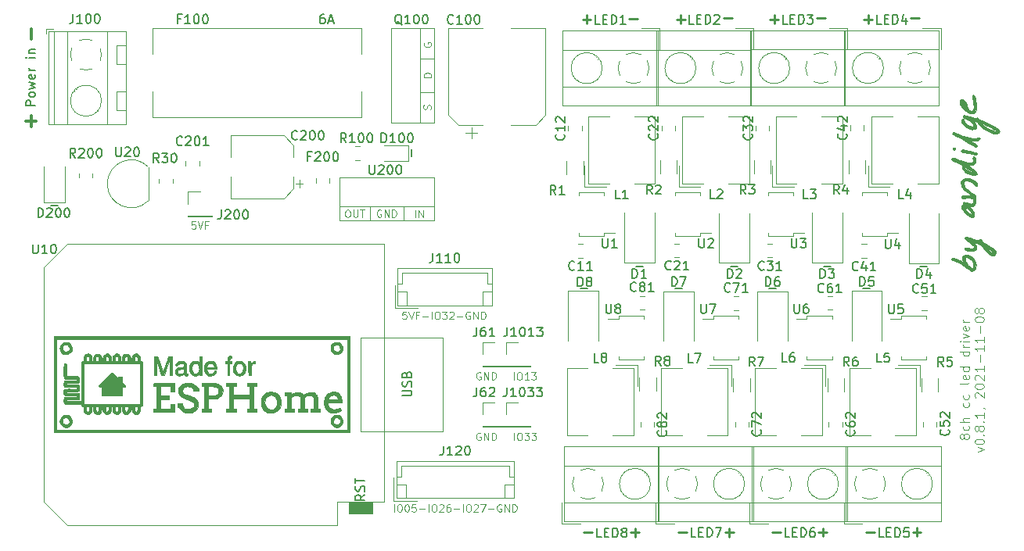
<source format=gto>
G04 #@! TF.GenerationSoftware,KiCad,Pcbnew,5.1.12-84ad8e8a86~92~ubuntu20.04.1*
G04 #@! TF.CreationDate,2021-11-09T00:40:45+01:00*
G04 #@! TF.ProjectId,CC dimmer low voltage,43432064-696d-46d6-9572-206c6f772076,0.80*
G04 #@! TF.SameCoordinates,Original*
G04 #@! TF.FileFunction,Legend,Top*
G04 #@! TF.FilePolarity,Positive*
%FSLAX46Y46*%
G04 Gerber Fmt 4.6, Leading zero omitted, Abs format (unit mm)*
G04 Created by KiCad (PCBNEW 5.1.12-84ad8e8a86~92~ubuntu20.04.1) date 2021-11-09 00:40:45*
%MOMM*%
%LPD*%
G01*
G04 APERTURE LIST*
%ADD10C,0.250000*%
%ADD11C,0.150000*%
%ADD12C,0.300000*%
%ADD13C,0.100000*%
%ADD14C,0.010000*%
%ADD15C,0.120000*%
G04 APERTURE END LIST*
D10*
X187484857Y-125420714D02*
X188399142Y-125420714D01*
X177304857Y-125450714D02*
X178219142Y-125450714D01*
X167144857Y-125440714D02*
X168059142Y-125440714D01*
X156954857Y-125420714D02*
X157869142Y-125420714D01*
X192524857Y-125420714D02*
X193439142Y-125420714D01*
X192982000Y-125877857D02*
X192982000Y-124963571D01*
X182344857Y-125460714D02*
X183259142Y-125460714D01*
X182802000Y-125917857D02*
X182802000Y-125003571D01*
X172224857Y-125480714D02*
X173139142Y-125480714D01*
X172682000Y-125937857D02*
X172682000Y-125023571D01*
X162034857Y-125470714D02*
X162949142Y-125470714D01*
X162492000Y-125927857D02*
X162492000Y-125013571D01*
X192304857Y-69750714D02*
X193219142Y-69750714D01*
X182174857Y-69760714D02*
X183089142Y-69760714D01*
X172074857Y-69780714D02*
X172989142Y-69780714D01*
X187254857Y-69890714D02*
X188169142Y-69890714D01*
X187712000Y-70347857D02*
X187712000Y-69433571D01*
X177104857Y-69910714D02*
X178019142Y-69910714D01*
X177562000Y-70367857D02*
X177562000Y-69453571D01*
X166964857Y-69910714D02*
X167879142Y-69910714D01*
X167422000Y-70367857D02*
X167422000Y-69453571D01*
D11*
X157322952Y-99063571D02*
X156561047Y-99063571D01*
X167582952Y-99043571D02*
X166821047Y-99043571D01*
X177752952Y-99043571D02*
X176991047Y-99043571D01*
X187932952Y-99043571D02*
X187171047Y-99043571D01*
D12*
X97159142Y-72046428D02*
X97159142Y-70903571D01*
X96540571Y-80932142D02*
X97683428Y-80932142D01*
X97112000Y-81503571D02*
X97112000Y-80360714D01*
D10*
X161864857Y-69800714D02*
X162779142Y-69800714D01*
X156794857Y-69880714D02*
X157709142Y-69880714D01*
X157252000Y-70337857D02*
X157252000Y-69423571D01*
D13*
X198072952Y-115173095D02*
X198025333Y-115268333D01*
X197977714Y-115315952D01*
X197882476Y-115363571D01*
X197834857Y-115363571D01*
X197739619Y-115315952D01*
X197692000Y-115268333D01*
X197644380Y-115173095D01*
X197644380Y-114982619D01*
X197692000Y-114887380D01*
X197739619Y-114839761D01*
X197834857Y-114792142D01*
X197882476Y-114792142D01*
X197977714Y-114839761D01*
X198025333Y-114887380D01*
X198072952Y-114982619D01*
X198072952Y-115173095D01*
X198120571Y-115268333D01*
X198168190Y-115315952D01*
X198263428Y-115363571D01*
X198453904Y-115363571D01*
X198549142Y-115315952D01*
X198596761Y-115268333D01*
X198644380Y-115173095D01*
X198644380Y-114982619D01*
X198596761Y-114887380D01*
X198549142Y-114839761D01*
X198453904Y-114792142D01*
X198263428Y-114792142D01*
X198168190Y-114839761D01*
X198120571Y-114887380D01*
X198072952Y-114982619D01*
X198596761Y-113935000D02*
X198644380Y-114030238D01*
X198644380Y-114220714D01*
X198596761Y-114315952D01*
X198549142Y-114363571D01*
X198453904Y-114411190D01*
X198168190Y-114411190D01*
X198072952Y-114363571D01*
X198025333Y-114315952D01*
X197977714Y-114220714D01*
X197977714Y-114030238D01*
X198025333Y-113935000D01*
X198644380Y-113506428D02*
X197644380Y-113506428D01*
X198644380Y-113077857D02*
X198120571Y-113077857D01*
X198025333Y-113125476D01*
X197977714Y-113220714D01*
X197977714Y-113363571D01*
X198025333Y-113458809D01*
X198072952Y-113506428D01*
X198596761Y-111411190D02*
X198644380Y-111506428D01*
X198644380Y-111696904D01*
X198596761Y-111792142D01*
X198549142Y-111839761D01*
X198453904Y-111887380D01*
X198168190Y-111887380D01*
X198072952Y-111839761D01*
X198025333Y-111792142D01*
X197977714Y-111696904D01*
X197977714Y-111506428D01*
X198025333Y-111411190D01*
X198596761Y-110554047D02*
X198644380Y-110649285D01*
X198644380Y-110839761D01*
X198596761Y-110935000D01*
X198549142Y-110982619D01*
X198453904Y-111030238D01*
X198168190Y-111030238D01*
X198072952Y-110982619D01*
X198025333Y-110935000D01*
X197977714Y-110839761D01*
X197977714Y-110649285D01*
X198025333Y-110554047D01*
X198644380Y-109220714D02*
X198596761Y-109315952D01*
X198501523Y-109363571D01*
X197644380Y-109363571D01*
X198596761Y-108458809D02*
X198644380Y-108554047D01*
X198644380Y-108744523D01*
X198596761Y-108839761D01*
X198501523Y-108887380D01*
X198120571Y-108887380D01*
X198025333Y-108839761D01*
X197977714Y-108744523D01*
X197977714Y-108554047D01*
X198025333Y-108458809D01*
X198120571Y-108411190D01*
X198215809Y-108411190D01*
X198311047Y-108887380D01*
X198644380Y-107554047D02*
X197644380Y-107554047D01*
X198596761Y-107554047D02*
X198644380Y-107649285D01*
X198644380Y-107839761D01*
X198596761Y-107935000D01*
X198549142Y-107982619D01*
X198453904Y-108030238D01*
X198168190Y-108030238D01*
X198072952Y-107982619D01*
X198025333Y-107935000D01*
X197977714Y-107839761D01*
X197977714Y-107649285D01*
X198025333Y-107554047D01*
X198644380Y-105887380D02*
X197644380Y-105887380D01*
X198596761Y-105887380D02*
X198644380Y-105982619D01*
X198644380Y-106173095D01*
X198596761Y-106268333D01*
X198549142Y-106315952D01*
X198453904Y-106363571D01*
X198168190Y-106363571D01*
X198072952Y-106315952D01*
X198025333Y-106268333D01*
X197977714Y-106173095D01*
X197977714Y-105982619D01*
X198025333Y-105887380D01*
X198644380Y-105411190D02*
X197977714Y-105411190D01*
X198168190Y-105411190D02*
X198072952Y-105363571D01*
X198025333Y-105315952D01*
X197977714Y-105220714D01*
X197977714Y-105125476D01*
X198644380Y-104792142D02*
X197977714Y-104792142D01*
X197644380Y-104792142D02*
X197692000Y-104839761D01*
X197739619Y-104792142D01*
X197692000Y-104744523D01*
X197644380Y-104792142D01*
X197739619Y-104792142D01*
X197977714Y-104411190D02*
X198644380Y-104173095D01*
X197977714Y-103935000D01*
X198596761Y-103173095D02*
X198644380Y-103268333D01*
X198644380Y-103458809D01*
X198596761Y-103554047D01*
X198501523Y-103601666D01*
X198120571Y-103601666D01*
X198025333Y-103554047D01*
X197977714Y-103458809D01*
X197977714Y-103268333D01*
X198025333Y-103173095D01*
X198120571Y-103125476D01*
X198215809Y-103125476D01*
X198311047Y-103601666D01*
X198644380Y-102696904D02*
X197977714Y-102696904D01*
X198168190Y-102696904D02*
X198072952Y-102649285D01*
X198025333Y-102601666D01*
X197977714Y-102506428D01*
X197977714Y-102411190D01*
X199577714Y-116744523D02*
X200244380Y-116506428D01*
X199577714Y-116268333D01*
X199244380Y-115696904D02*
X199244380Y-115601666D01*
X199292000Y-115506428D01*
X199339619Y-115458809D01*
X199434857Y-115411190D01*
X199625333Y-115363571D01*
X199863428Y-115363571D01*
X200053904Y-115411190D01*
X200149142Y-115458809D01*
X200196761Y-115506428D01*
X200244380Y-115601666D01*
X200244380Y-115696904D01*
X200196761Y-115792142D01*
X200149142Y-115839761D01*
X200053904Y-115887380D01*
X199863428Y-115935000D01*
X199625333Y-115935000D01*
X199434857Y-115887380D01*
X199339619Y-115839761D01*
X199292000Y-115792142D01*
X199244380Y-115696904D01*
X200149142Y-114935000D02*
X200196761Y-114887380D01*
X200244380Y-114935000D01*
X200196761Y-114982619D01*
X200149142Y-114935000D01*
X200244380Y-114935000D01*
X199672952Y-114315952D02*
X199625333Y-114411190D01*
X199577714Y-114458809D01*
X199482476Y-114506428D01*
X199434857Y-114506428D01*
X199339619Y-114458809D01*
X199292000Y-114411190D01*
X199244380Y-114315952D01*
X199244380Y-114125476D01*
X199292000Y-114030238D01*
X199339619Y-113982619D01*
X199434857Y-113935000D01*
X199482476Y-113935000D01*
X199577714Y-113982619D01*
X199625333Y-114030238D01*
X199672952Y-114125476D01*
X199672952Y-114315952D01*
X199720571Y-114411190D01*
X199768190Y-114458809D01*
X199863428Y-114506428D01*
X200053904Y-114506428D01*
X200149142Y-114458809D01*
X200196761Y-114411190D01*
X200244380Y-114315952D01*
X200244380Y-114125476D01*
X200196761Y-114030238D01*
X200149142Y-113982619D01*
X200053904Y-113935000D01*
X199863428Y-113935000D01*
X199768190Y-113982619D01*
X199720571Y-114030238D01*
X199672952Y-114125476D01*
X200149142Y-113506428D02*
X200196761Y-113458809D01*
X200244380Y-113506428D01*
X200196761Y-113554047D01*
X200149142Y-113506428D01*
X200244380Y-113506428D01*
X200244380Y-112506428D02*
X200244380Y-113077857D01*
X200244380Y-112792142D02*
X199244380Y-112792142D01*
X199387238Y-112887380D01*
X199482476Y-112982619D01*
X199530095Y-113077857D01*
X200196761Y-112030238D02*
X200244380Y-112030238D01*
X200339619Y-112077857D01*
X200387238Y-112125476D01*
X199339619Y-110887380D02*
X199292000Y-110839761D01*
X199244380Y-110744523D01*
X199244380Y-110506428D01*
X199292000Y-110411190D01*
X199339619Y-110363571D01*
X199434857Y-110315952D01*
X199530095Y-110315952D01*
X199672952Y-110363571D01*
X200244380Y-110935000D01*
X200244380Y-110315952D01*
X199244380Y-109696904D02*
X199244380Y-109601666D01*
X199292000Y-109506428D01*
X199339619Y-109458809D01*
X199434857Y-109411190D01*
X199625333Y-109363571D01*
X199863428Y-109363571D01*
X200053904Y-109411190D01*
X200149142Y-109458809D01*
X200196761Y-109506428D01*
X200244380Y-109601666D01*
X200244380Y-109696904D01*
X200196761Y-109792142D01*
X200149142Y-109839761D01*
X200053904Y-109887380D01*
X199863428Y-109935000D01*
X199625333Y-109935000D01*
X199434857Y-109887380D01*
X199339619Y-109839761D01*
X199292000Y-109792142D01*
X199244380Y-109696904D01*
X199339619Y-108982619D02*
X199292000Y-108935000D01*
X199244380Y-108839761D01*
X199244380Y-108601666D01*
X199292000Y-108506428D01*
X199339619Y-108458809D01*
X199434857Y-108411190D01*
X199530095Y-108411190D01*
X199672952Y-108458809D01*
X200244380Y-109030238D01*
X200244380Y-108411190D01*
X200244380Y-107458809D02*
X200244380Y-108030238D01*
X200244380Y-107744523D02*
X199244380Y-107744523D01*
X199387238Y-107839761D01*
X199482476Y-107935000D01*
X199530095Y-108030238D01*
X199863428Y-107030238D02*
X199863428Y-106268333D01*
X200244380Y-105268333D02*
X200244380Y-105839761D01*
X200244380Y-105554047D02*
X199244380Y-105554047D01*
X199387238Y-105649285D01*
X199482476Y-105744523D01*
X199530095Y-105839761D01*
X200244380Y-104315952D02*
X200244380Y-104887380D01*
X200244380Y-104601666D02*
X199244380Y-104601666D01*
X199387238Y-104696904D01*
X199482476Y-104792142D01*
X199530095Y-104887380D01*
X199863428Y-103887380D02*
X199863428Y-103125476D01*
X199244380Y-102458809D02*
X199244380Y-102363571D01*
X199292000Y-102268333D01*
X199339619Y-102220714D01*
X199434857Y-102173095D01*
X199625333Y-102125476D01*
X199863428Y-102125476D01*
X200053904Y-102173095D01*
X200149142Y-102220714D01*
X200196761Y-102268333D01*
X200244380Y-102363571D01*
X200244380Y-102458809D01*
X200196761Y-102554047D01*
X200149142Y-102601666D01*
X200053904Y-102649285D01*
X199863428Y-102696904D01*
X199625333Y-102696904D01*
X199434857Y-102649285D01*
X199339619Y-102601666D01*
X199292000Y-102554047D01*
X199244380Y-102458809D01*
X199672952Y-101554047D02*
X199625333Y-101649285D01*
X199577714Y-101696904D01*
X199482476Y-101744523D01*
X199434857Y-101744523D01*
X199339619Y-101696904D01*
X199292000Y-101649285D01*
X199244380Y-101554047D01*
X199244380Y-101363571D01*
X199292000Y-101268333D01*
X199339619Y-101220714D01*
X199434857Y-101173095D01*
X199482476Y-101173095D01*
X199577714Y-101220714D01*
X199625333Y-101268333D01*
X199672952Y-101363571D01*
X199672952Y-101554047D01*
X199720571Y-101649285D01*
X199768190Y-101696904D01*
X199863428Y-101744523D01*
X200053904Y-101744523D01*
X200149142Y-101696904D01*
X200196761Y-101649285D01*
X200244380Y-101554047D01*
X200244380Y-101363571D01*
X200196761Y-101268333D01*
X200149142Y-101220714D01*
X200053904Y-101173095D01*
X199863428Y-101173095D01*
X199768190Y-101220714D01*
X199720571Y-101268333D01*
X199672952Y-101363571D01*
X140350709Y-79647271D02*
X140388804Y-79532985D01*
X140388804Y-79342509D01*
X140350709Y-79266319D01*
X140312614Y-79228223D01*
X140236423Y-79190128D01*
X140160233Y-79190128D01*
X140084042Y-79228223D01*
X140045947Y-79266319D01*
X140007852Y-79342509D01*
X139969757Y-79494890D01*
X139931661Y-79571080D01*
X139893566Y-79609176D01*
X139817376Y-79647271D01*
X139741185Y-79647271D01*
X139664995Y-79609176D01*
X139626900Y-79571080D01*
X139588804Y-79494890D01*
X139588804Y-79304414D01*
X139626900Y-79190128D01*
X140401504Y-76173823D02*
X139601504Y-76173823D01*
X139601504Y-75983347D01*
X139639600Y-75869061D01*
X139715790Y-75792871D01*
X139791980Y-75754776D01*
X139944361Y-75716680D01*
X140058647Y-75716680D01*
X140211028Y-75754776D01*
X140287219Y-75792871D01*
X140363409Y-75869061D01*
X140401504Y-75983347D01*
X140401504Y-76173823D01*
X139639600Y-72440076D02*
X139601504Y-72516266D01*
X139601504Y-72630552D01*
X139639600Y-72744838D01*
X139715790Y-72821028D01*
X139791980Y-72859123D01*
X139944361Y-72897219D01*
X140058647Y-72897219D01*
X140211028Y-72859123D01*
X140287219Y-72821028D01*
X140363409Y-72744838D01*
X140401504Y-72630552D01*
X140401504Y-72554361D01*
X140363409Y-72440076D01*
X140325314Y-72401980D01*
X140058647Y-72401980D01*
X140058647Y-72554361D01*
X134985076Y-90554500D02*
X134908885Y-90516404D01*
X134794600Y-90516404D01*
X134680314Y-90554500D01*
X134604123Y-90630690D01*
X134566028Y-90706880D01*
X134527933Y-90859261D01*
X134527933Y-90973547D01*
X134566028Y-91125928D01*
X134604123Y-91202119D01*
X134680314Y-91278309D01*
X134794600Y-91316404D01*
X134870790Y-91316404D01*
X134985076Y-91278309D01*
X135023171Y-91240214D01*
X135023171Y-90973547D01*
X134870790Y-90973547D01*
X135366028Y-91316404D02*
X135366028Y-90516404D01*
X135823171Y-91316404D01*
X135823171Y-90516404D01*
X136204123Y-91316404D02*
X136204123Y-90516404D01*
X136394600Y-90516404D01*
X136508885Y-90554500D01*
X136585076Y-90630690D01*
X136623171Y-90706880D01*
X136661266Y-90859261D01*
X136661266Y-90973547D01*
X136623171Y-91125928D01*
X136585076Y-91202119D01*
X136508885Y-91278309D01*
X136394600Y-91316404D01*
X136204123Y-91316404D01*
D11*
X99996452Y-90082971D02*
X99234547Y-90082971D01*
D13*
X131314800Y-90529104D02*
X131467180Y-90529104D01*
X131543371Y-90567200D01*
X131619561Y-90643390D01*
X131657657Y-90795771D01*
X131657657Y-91062438D01*
X131619561Y-91214819D01*
X131543371Y-91291009D01*
X131467180Y-91329104D01*
X131314800Y-91329104D01*
X131238609Y-91291009D01*
X131162419Y-91214819D01*
X131124323Y-91062438D01*
X131124323Y-90795771D01*
X131162419Y-90643390D01*
X131238609Y-90567200D01*
X131314800Y-90529104D01*
X132000514Y-90529104D02*
X132000514Y-91176723D01*
X132038609Y-91252914D01*
X132076704Y-91291009D01*
X132152895Y-91329104D01*
X132305276Y-91329104D01*
X132381466Y-91291009D01*
X132419561Y-91252914D01*
X132457657Y-91176723D01*
X132457657Y-90529104D01*
X132724323Y-90529104D02*
X133181466Y-90529104D01*
X132952895Y-91329104D02*
X132952895Y-90529104D01*
X138680752Y-91354504D02*
X138680752Y-90554504D01*
X139061704Y-91354504D02*
X139061704Y-90554504D01*
X139518847Y-91354504D01*
X139518847Y-90554504D01*
D11*
X138320328Y-84756852D02*
X138320328Y-83994947D01*
X193341047Y-96656428D02*
X194102952Y-96656428D01*
X182901047Y-96666428D02*
X183662952Y-96666428D01*
X172861047Y-96676428D02*
X173622952Y-96676428D01*
X162551047Y-96666428D02*
X163312952Y-96666428D01*
D14*
G36*
X196902537Y-83810392D02*
G01*
X196992909Y-83788818D01*
X197088045Y-83814200D01*
X197123148Y-83892934D01*
X197106374Y-83990350D01*
X197065421Y-84024875D01*
X196951088Y-84035154D01*
X196876521Y-83979828D01*
X196862670Y-83892934D01*
X196902537Y-83810392D01*
G37*
X196902537Y-83810392D02*
X196992909Y-83788818D01*
X197088045Y-83814200D01*
X197123148Y-83892934D01*
X197106374Y-83990350D01*
X197065421Y-84024875D01*
X196951088Y-84035154D01*
X196876521Y-83979828D01*
X196862670Y-83892934D01*
X196902537Y-83810392D01*
G36*
X196723471Y-95814655D02*
G01*
X196764192Y-95748554D01*
X196852014Y-95737739D01*
X197001629Y-95763312D01*
X197192755Y-95819290D01*
X197405116Y-95899690D01*
X197618431Y-95998528D01*
X197627909Y-96003407D01*
X197781465Y-96079598D01*
X197897940Y-96131217D01*
X197958339Y-96150078D01*
X197962727Y-96147680D01*
X197951088Y-96087936D01*
X197922484Y-95978670D01*
X197916605Y-95957935D01*
X197897623Y-95784098D01*
X197930149Y-95616823D01*
X198005304Y-95488556D01*
X198055753Y-95449373D01*
X198236703Y-95400640D01*
X198454986Y-95415699D01*
X198688277Y-95487828D01*
X198914253Y-95610305D01*
X199097991Y-95763204D01*
X199246594Y-95971522D01*
X199344950Y-96223610D01*
X199387025Y-96490601D01*
X199366788Y-96743631D01*
X199328004Y-96863893D01*
X199219988Y-97028021D01*
X199078643Y-97126499D01*
X198984091Y-97143032D01*
X198984091Y-96829311D01*
X199051472Y-96779944D01*
X199096862Y-96679477D01*
X199112887Y-96541665D01*
X199092175Y-96380263D01*
X199054998Y-96267971D01*
X198900787Y-96014179D01*
X198679055Y-95809026D01*
X198535030Y-95724412D01*
X198406373Y-95666528D01*
X198330071Y-95649944D01*
X198277499Y-95671543D01*
X198253126Y-95693718D01*
X198204799Y-95789073D01*
X198211773Y-95924470D01*
X198253658Y-96050765D01*
X198329420Y-96201953D01*
X198424038Y-96355358D01*
X198522494Y-96488307D01*
X198609769Y-96578125D01*
X198661689Y-96603691D01*
X198739539Y-96639802D01*
X198812844Y-96719727D01*
X198902091Y-96813824D01*
X198984091Y-96829311D01*
X198984091Y-97143032D01*
X198923341Y-97153655D01*
X198773451Y-97103820D01*
X198704770Y-97046336D01*
X198617735Y-96975604D01*
X198547746Y-96954426D01*
X198543586Y-96955651D01*
X198485915Y-96937345D01*
X198376685Y-96870599D01*
X198234243Y-96767341D01*
X198144412Y-96696058D01*
X197824670Y-96450464D01*
X197541527Y-96269889D01*
X197277669Y-96144356D01*
X197070619Y-96077320D01*
X196920605Y-96035630D01*
X196805984Y-95999011D01*
X196761446Y-95980476D01*
X196721457Y-95910895D01*
X196723471Y-95814655D01*
G37*
X196723471Y-95814655D02*
X196764192Y-95748554D01*
X196852014Y-95737739D01*
X197001629Y-95763312D01*
X197192755Y-95819290D01*
X197405116Y-95899690D01*
X197618431Y-95998528D01*
X197627909Y-96003407D01*
X197781465Y-96079598D01*
X197897940Y-96131217D01*
X197958339Y-96150078D01*
X197962727Y-96147680D01*
X197951088Y-96087936D01*
X197922484Y-95978670D01*
X197916605Y-95957935D01*
X197897623Y-95784098D01*
X197930149Y-95616823D01*
X198005304Y-95488556D01*
X198055753Y-95449373D01*
X198236703Y-95400640D01*
X198454986Y-95415699D01*
X198688277Y-95487828D01*
X198914253Y-95610305D01*
X199097991Y-95763204D01*
X199246594Y-95971522D01*
X199344950Y-96223610D01*
X199387025Y-96490601D01*
X199366788Y-96743631D01*
X199328004Y-96863893D01*
X199219988Y-97028021D01*
X199078643Y-97126499D01*
X198984091Y-97143032D01*
X198984091Y-96829311D01*
X199051472Y-96779944D01*
X199096862Y-96679477D01*
X199112887Y-96541665D01*
X199092175Y-96380263D01*
X199054998Y-96267971D01*
X198900787Y-96014179D01*
X198679055Y-95809026D01*
X198535030Y-95724412D01*
X198406373Y-95666528D01*
X198330071Y-95649944D01*
X198277499Y-95671543D01*
X198253126Y-95693718D01*
X198204799Y-95789073D01*
X198211773Y-95924470D01*
X198253658Y-96050765D01*
X198329420Y-96201953D01*
X198424038Y-96355358D01*
X198522494Y-96488307D01*
X198609769Y-96578125D01*
X198661689Y-96603691D01*
X198739539Y-96639802D01*
X198812844Y-96719727D01*
X198902091Y-96813824D01*
X198984091Y-96829311D01*
X198984091Y-97143032D01*
X198923341Y-97153655D01*
X198773451Y-97103820D01*
X198704770Y-97046336D01*
X198617735Y-96975604D01*
X198547746Y-96954426D01*
X198543586Y-96955651D01*
X198485915Y-96937345D01*
X198376685Y-96870599D01*
X198234243Y-96767341D01*
X198144412Y-96696058D01*
X197824670Y-96450464D01*
X197541527Y-96269889D01*
X197277669Y-96144356D01*
X197070619Y-96077320D01*
X196920605Y-96035630D01*
X196805984Y-95999011D01*
X196761446Y-95980476D01*
X196721457Y-95910895D01*
X196723471Y-95814655D01*
G36*
X197604365Y-78712569D02*
G01*
X197659946Y-78604633D01*
X197772084Y-78550966D01*
X197822263Y-78547182D01*
X197996692Y-78591612D01*
X198154130Y-78719064D01*
X198287972Y-78920783D01*
X198391611Y-79188014D01*
X198432609Y-79356066D01*
X198479008Y-79529811D01*
X198544711Y-79646130D01*
X198632149Y-79727785D01*
X198794274Y-79816441D01*
X198943915Y-79834517D01*
X199061396Y-79780425D01*
X199076982Y-79763662D01*
X199112632Y-79667798D01*
X199130458Y-79502787D01*
X199131252Y-79289950D01*
X199115811Y-79050608D01*
X199084930Y-78806082D01*
X199039402Y-78577691D01*
X199031633Y-78547182D01*
X198986993Y-78367093D01*
X198968201Y-78253270D01*
X198973932Y-78183702D01*
X199002863Y-78136378D01*
X199006684Y-78132328D01*
X199091555Y-78087979D01*
X199171084Y-78134567D01*
X199244136Y-78270763D01*
X199307241Y-78485093D01*
X199358373Y-78750018D01*
X199394668Y-79029204D01*
X199413991Y-79295395D01*
X199414204Y-79521336D01*
X199399022Y-79655546D01*
X199323640Y-79883302D01*
X199206179Y-80031576D01*
X199041034Y-80105743D01*
X198917994Y-80116913D01*
X198767767Y-80085721D01*
X198576669Y-80002105D01*
X198368718Y-79879373D01*
X198167933Y-79730829D01*
X198078666Y-79651918D01*
X198077940Y-79651131D01*
X198077940Y-79176037D01*
X198099383Y-79174895D01*
X198099539Y-79170636D01*
X198072391Y-79105507D01*
X198007266Y-79012051D01*
X198004783Y-79009000D01*
X197950081Y-78948398D01*
X197947400Y-78963861D01*
X197958081Y-78985909D01*
X198027447Y-79108612D01*
X198077940Y-79176037D01*
X198077940Y-79651131D01*
X197892671Y-79450221D01*
X197749496Y-79243599D01*
X197651888Y-79043891D01*
X197602596Y-78862935D01*
X197604365Y-78712569D01*
G37*
X197604365Y-78712569D02*
X197659946Y-78604633D01*
X197772084Y-78550966D01*
X197822263Y-78547182D01*
X197996692Y-78591612D01*
X198154130Y-78719064D01*
X198287972Y-78920783D01*
X198391611Y-79188014D01*
X198432609Y-79356066D01*
X198479008Y-79529811D01*
X198544711Y-79646130D01*
X198632149Y-79727785D01*
X198794274Y-79816441D01*
X198943915Y-79834517D01*
X199061396Y-79780425D01*
X199076982Y-79763662D01*
X199112632Y-79667798D01*
X199130458Y-79502787D01*
X199131252Y-79289950D01*
X199115811Y-79050608D01*
X199084930Y-78806082D01*
X199039402Y-78577691D01*
X199031633Y-78547182D01*
X198986993Y-78367093D01*
X198968201Y-78253270D01*
X198973932Y-78183702D01*
X199002863Y-78136378D01*
X199006684Y-78132328D01*
X199091555Y-78087979D01*
X199171084Y-78134567D01*
X199244136Y-78270763D01*
X199307241Y-78485093D01*
X199358373Y-78750018D01*
X199394668Y-79029204D01*
X199413991Y-79295395D01*
X199414204Y-79521336D01*
X199399022Y-79655546D01*
X199323640Y-79883302D01*
X199206179Y-80031576D01*
X199041034Y-80105743D01*
X198917994Y-80116913D01*
X198767767Y-80085721D01*
X198576669Y-80002105D01*
X198368718Y-79879373D01*
X198167933Y-79730829D01*
X198078666Y-79651918D01*
X198077940Y-79651131D01*
X198077940Y-79176037D01*
X198099383Y-79174895D01*
X198099539Y-79170636D01*
X198072391Y-79105507D01*
X198007266Y-79012051D01*
X198004783Y-79009000D01*
X197950081Y-78948398D01*
X197947400Y-78963861D01*
X197958081Y-78985909D01*
X198027447Y-79108612D01*
X198077940Y-79176037D01*
X198077940Y-79651131D01*
X197892671Y-79450221D01*
X197749496Y-79243599D01*
X197651888Y-79043891D01*
X197602596Y-78862935D01*
X197604365Y-78712569D01*
G36*
X197782968Y-84028333D02*
G01*
X197883088Y-83996636D01*
X197961084Y-84006567D01*
X198107066Y-84033520D01*
X198302006Y-84073238D01*
X198526879Y-84121461D01*
X198762657Y-84173931D01*
X198990313Y-84226391D01*
X199190820Y-84274582D01*
X199345153Y-84314245D01*
X199434283Y-84341123D01*
X199446139Y-84346457D01*
X199483837Y-84414788D01*
X199476409Y-84508339D01*
X199429360Y-84575081D01*
X199421558Y-84578725D01*
X199351706Y-84578842D01*
X199214219Y-84559493D01*
X199030907Y-84524240D01*
X198878922Y-84490090D01*
X198641910Y-84434786D01*
X198402035Y-84380664D01*
X198195936Y-84335917D01*
X198113325Y-84318884D01*
X197954250Y-84279287D01*
X197829674Y-84234065D01*
X197773340Y-84198840D01*
X197740501Y-84105591D01*
X197782968Y-84028333D01*
G37*
X197782968Y-84028333D02*
X197883088Y-83996636D01*
X197961084Y-84006567D01*
X198107066Y-84033520D01*
X198302006Y-84073238D01*
X198526879Y-84121461D01*
X198762657Y-84173931D01*
X198990313Y-84226391D01*
X199190820Y-84274582D01*
X199345153Y-84314245D01*
X199434283Y-84341123D01*
X199446139Y-84346457D01*
X199483837Y-84414788D01*
X199476409Y-84508339D01*
X199429360Y-84575081D01*
X199421558Y-84578725D01*
X199351706Y-84578842D01*
X199214219Y-84559493D01*
X199030907Y-84524240D01*
X198878922Y-84490090D01*
X198641910Y-84434786D01*
X198402035Y-84380664D01*
X198195936Y-84335917D01*
X198113325Y-84318884D01*
X197954250Y-84279287D01*
X197829674Y-84234065D01*
X197773340Y-84198840D01*
X197740501Y-84105591D01*
X197782968Y-84028333D01*
G36*
X196736126Y-84990114D02*
G01*
X196763229Y-84941883D01*
X196858575Y-84896954D01*
X197015340Y-84908511D01*
X197223258Y-84974799D01*
X197384417Y-85048127D01*
X197657372Y-85168693D01*
X197949347Y-85269889D01*
X198240877Y-85347491D01*
X198512502Y-85397275D01*
X198744760Y-85415017D01*
X198918188Y-85396492D01*
X198946414Y-85387169D01*
X199017454Y-85354670D01*
X199052966Y-85311785D01*
X199060624Y-85232893D01*
X199048104Y-85092375D01*
X199044449Y-85059883D01*
X199030492Y-84902062D01*
X199036131Y-84812155D01*
X199064930Y-84767111D01*
X199091889Y-84753126D01*
X199187984Y-84757712D01*
X199237447Y-84789746D01*
X199290102Y-84889356D01*
X199325018Y-85042767D01*
X199338217Y-85212447D01*
X199325719Y-85360866D01*
X199304614Y-85423388D01*
X199180778Y-85563615D01*
X198994162Y-85661168D01*
X198769069Y-85704162D01*
X198728355Y-85705191D01*
X198501074Y-85705364D01*
X198710516Y-85844092D01*
X198924394Y-85998180D01*
X199123339Y-86163922D01*
X199287904Y-86323494D01*
X199398641Y-86459071D01*
X199419003Y-86493449D01*
X199471175Y-86601644D01*
X199474784Y-86663272D01*
X199422980Y-86714179D01*
X199370054Y-86749500D01*
X199210782Y-86801194D01*
X199094182Y-86794005D01*
X199094182Y-86496588D01*
X198955637Y-86375962D01*
X198845264Y-86290637D01*
X198688606Y-86182492D01*
X198519406Y-86074815D01*
X198517981Y-86073951D01*
X198341833Y-85976499D01*
X198223477Y-85931780D01*
X198174538Y-85936899D01*
X198167832Y-85999091D01*
X198230892Y-86084525D01*
X198347658Y-86182321D01*
X198502066Y-86281598D01*
X198678055Y-86371476D01*
X198859563Y-86441074D01*
X198957129Y-86467027D01*
X199094182Y-86496588D01*
X199094182Y-86794005D01*
X199000655Y-86788237D01*
X198751117Y-86714168D01*
X198473613Y-86582527D01*
X198179586Y-86396853D01*
X198141619Y-86369568D01*
X197957415Y-86206277D01*
X197859996Y-86049634D01*
X197851022Y-85903150D01*
X197885239Y-85826876D01*
X197957276Y-85716934D01*
X197357001Y-85430963D01*
X197140628Y-85324256D01*
X196955230Y-85225966D01*
X196816550Y-85144966D01*
X196740331Y-85090127D01*
X196731106Y-85078226D01*
X196736126Y-84990114D01*
G37*
X196736126Y-84990114D02*
X196763229Y-84941883D01*
X196858575Y-84896954D01*
X197015340Y-84908511D01*
X197223258Y-84974799D01*
X197384417Y-85048127D01*
X197657372Y-85168693D01*
X197949347Y-85269889D01*
X198240877Y-85347491D01*
X198512502Y-85397275D01*
X198744760Y-85415017D01*
X198918188Y-85396492D01*
X198946414Y-85387169D01*
X199017454Y-85354670D01*
X199052966Y-85311785D01*
X199060624Y-85232893D01*
X199048104Y-85092375D01*
X199044449Y-85059883D01*
X199030492Y-84902062D01*
X199036131Y-84812155D01*
X199064930Y-84767111D01*
X199091889Y-84753126D01*
X199187984Y-84757712D01*
X199237447Y-84789746D01*
X199290102Y-84889356D01*
X199325018Y-85042767D01*
X199338217Y-85212447D01*
X199325719Y-85360866D01*
X199304614Y-85423388D01*
X199180778Y-85563615D01*
X198994162Y-85661168D01*
X198769069Y-85704162D01*
X198728355Y-85705191D01*
X198501074Y-85705364D01*
X198710516Y-85844092D01*
X198924394Y-85998180D01*
X199123339Y-86163922D01*
X199287904Y-86323494D01*
X199398641Y-86459071D01*
X199419003Y-86493449D01*
X199471175Y-86601644D01*
X199474784Y-86663272D01*
X199422980Y-86714179D01*
X199370054Y-86749500D01*
X199210782Y-86801194D01*
X199094182Y-86794005D01*
X199094182Y-86496588D01*
X198955637Y-86375962D01*
X198845264Y-86290637D01*
X198688606Y-86182492D01*
X198519406Y-86074815D01*
X198517981Y-86073951D01*
X198341833Y-85976499D01*
X198223477Y-85931780D01*
X198174538Y-85936899D01*
X198167832Y-85999091D01*
X198230892Y-86084525D01*
X198347658Y-86182321D01*
X198502066Y-86281598D01*
X198678055Y-86371476D01*
X198859563Y-86441074D01*
X198957129Y-86467027D01*
X199094182Y-86496588D01*
X199094182Y-86794005D01*
X199000655Y-86788237D01*
X198751117Y-86714168D01*
X198473613Y-86582527D01*
X198179586Y-86396853D01*
X198141619Y-86369568D01*
X197957415Y-86206277D01*
X197859996Y-86049634D01*
X197851022Y-85903150D01*
X197885239Y-85826876D01*
X197957276Y-85716934D01*
X197357001Y-85430963D01*
X197140628Y-85324256D01*
X196955230Y-85225966D01*
X196816550Y-85144966D01*
X196740331Y-85090127D01*
X196731106Y-85078226D01*
X196736126Y-84990114D01*
G36*
X197749845Y-87473886D02*
G01*
X197794184Y-87393768D01*
X197887029Y-87294219D01*
X197907555Y-87273670D01*
X198022297Y-87167174D01*
X198117752Y-87112717D01*
X198235531Y-87093076D01*
X198349344Y-87090818D01*
X198626176Y-87120659D01*
X198896677Y-87202929D01*
X199139921Y-87326747D01*
X199334981Y-87481234D01*
X199460927Y-87655508D01*
X199468537Y-87672696D01*
X199518899Y-87807058D01*
X199529470Y-87886056D01*
X199503586Y-87936001D01*
X199502121Y-87937485D01*
X199414129Y-87969933D01*
X199312260Y-87928699D01*
X199224942Y-87828985D01*
X199090361Y-87668722D01*
X198903508Y-87534247D01*
X198688258Y-87434692D01*
X198468484Y-87379186D01*
X198268060Y-87376862D01*
X198144419Y-87415716D01*
X198078382Y-87499265D01*
X198055006Y-87639718D01*
X198074237Y-87812086D01*
X198136021Y-87991379D01*
X198145708Y-88011030D01*
X198201327Y-88104656D01*
X198276035Y-88195858D01*
X198382274Y-88295459D01*
X198532485Y-88414281D01*
X198739110Y-88563146D01*
X198940379Y-88702247D01*
X199097739Y-88814124D01*
X199223611Y-88911609D01*
X199299715Y-88980159D01*
X199313384Y-88999020D01*
X199323370Y-89068637D01*
X199332953Y-89204240D01*
X199340378Y-89379459D01*
X199341606Y-89423000D01*
X199330732Y-89707998D01*
X199277682Y-89914942D01*
X199176754Y-90050631D01*
X199022248Y-90121868D01*
X198808463Y-90135454D01*
X198748201Y-90130940D01*
X198562956Y-90113274D01*
X198868285Y-90420960D01*
X199016095Y-90574609D01*
X199109605Y-90688324D01*
X199162839Y-90784320D01*
X199189821Y-90884811D01*
X199197758Y-90942863D01*
X199191767Y-91139646D01*
X199122016Y-91269737D01*
X198988636Y-91332958D01*
X198909226Y-91339546D01*
X198883815Y-91333378D01*
X198883815Y-91010366D01*
X198927116Y-90984567D01*
X198918508Y-90906559D01*
X198848095Y-90773693D01*
X198842975Y-90765867D01*
X198756589Y-90661929D01*
X198628428Y-90537305D01*
X198531972Y-90455758D01*
X198409383Y-90361552D01*
X198338978Y-90319744D01*
X198301345Y-90324381D01*
X198277076Y-90369505D01*
X198274374Y-90376723D01*
X198268683Y-90459142D01*
X198319299Y-90557822D01*
X198389408Y-90644453D01*
X198541400Y-90801000D01*
X198681062Y-90915934D01*
X198798498Y-90986606D01*
X198883815Y-91010366D01*
X198883815Y-91333378D01*
X198740786Y-91298655D01*
X198540686Y-91175265D01*
X198307384Y-90968300D01*
X198166271Y-90820553D01*
X197964955Y-90577642D01*
X197843127Y-90376103D01*
X197799294Y-90212886D01*
X197818349Y-90110087D01*
X197880864Y-90027292D01*
X197940271Y-90000273D01*
X197987240Y-89983647D01*
X197968791Y-89919377D01*
X197964518Y-89911255D01*
X197937347Y-89797479D01*
X197973621Y-89709746D01*
X198055917Y-89677000D01*
X198141634Y-89690348D01*
X198282811Y-89725166D01*
X198431977Y-89768768D01*
X198599222Y-89816638D01*
X198743709Y-89850059D01*
X198825338Y-89861132D01*
X198956743Y-89821359D01*
X199043043Y-89711135D01*
X199071091Y-89562024D01*
X199067474Y-89431561D01*
X199045995Y-89345625D01*
X198990712Y-89294928D01*
X198885684Y-89270179D01*
X198714969Y-89262089D01*
X198555114Y-89261364D01*
X198349550Y-89265843D01*
X198172138Y-89277886D01*
X198047660Y-89295400D01*
X198009080Y-89307454D01*
X197912271Y-89315914D01*
X197826979Y-89260436D01*
X197785659Y-89167041D01*
X197787648Y-89129918D01*
X197840677Y-89037297D01*
X197961645Y-88978899D01*
X198157107Y-88952993D01*
X198433615Y-88957847D01*
X198438056Y-88958123D01*
X198844111Y-88983545D01*
X198530419Y-88748242D01*
X198273972Y-88550694D01*
X198084051Y-88388415D01*
X197949530Y-88246664D01*
X197859281Y-88110699D01*
X197802178Y-87965781D01*
X197767093Y-87797168D01*
X197757235Y-87723943D01*
X197741649Y-87571601D01*
X197749845Y-87473886D01*
G37*
X197749845Y-87473886D02*
X197794184Y-87393768D01*
X197887029Y-87294219D01*
X197907555Y-87273670D01*
X198022297Y-87167174D01*
X198117752Y-87112717D01*
X198235531Y-87093076D01*
X198349344Y-87090818D01*
X198626176Y-87120659D01*
X198896677Y-87202929D01*
X199139921Y-87326747D01*
X199334981Y-87481234D01*
X199460927Y-87655508D01*
X199468537Y-87672696D01*
X199518899Y-87807058D01*
X199529470Y-87886056D01*
X199503586Y-87936001D01*
X199502121Y-87937485D01*
X199414129Y-87969933D01*
X199312260Y-87928699D01*
X199224942Y-87828985D01*
X199090361Y-87668722D01*
X198903508Y-87534247D01*
X198688258Y-87434692D01*
X198468484Y-87379186D01*
X198268060Y-87376862D01*
X198144419Y-87415716D01*
X198078382Y-87499265D01*
X198055006Y-87639718D01*
X198074237Y-87812086D01*
X198136021Y-87991379D01*
X198145708Y-88011030D01*
X198201327Y-88104656D01*
X198276035Y-88195858D01*
X198382274Y-88295459D01*
X198532485Y-88414281D01*
X198739110Y-88563146D01*
X198940379Y-88702247D01*
X199097739Y-88814124D01*
X199223611Y-88911609D01*
X199299715Y-88980159D01*
X199313384Y-88999020D01*
X199323370Y-89068637D01*
X199332953Y-89204240D01*
X199340378Y-89379459D01*
X199341606Y-89423000D01*
X199330732Y-89707998D01*
X199277682Y-89914942D01*
X199176754Y-90050631D01*
X199022248Y-90121868D01*
X198808463Y-90135454D01*
X198748201Y-90130940D01*
X198562956Y-90113274D01*
X198868285Y-90420960D01*
X199016095Y-90574609D01*
X199109605Y-90688324D01*
X199162839Y-90784320D01*
X199189821Y-90884811D01*
X199197758Y-90942863D01*
X199191767Y-91139646D01*
X199122016Y-91269737D01*
X198988636Y-91332958D01*
X198909226Y-91339546D01*
X198883815Y-91333378D01*
X198883815Y-91010366D01*
X198927116Y-90984567D01*
X198918508Y-90906559D01*
X198848095Y-90773693D01*
X198842975Y-90765867D01*
X198756589Y-90661929D01*
X198628428Y-90537305D01*
X198531972Y-90455758D01*
X198409383Y-90361552D01*
X198338978Y-90319744D01*
X198301345Y-90324381D01*
X198277076Y-90369505D01*
X198274374Y-90376723D01*
X198268683Y-90459142D01*
X198319299Y-90557822D01*
X198389408Y-90644453D01*
X198541400Y-90801000D01*
X198681062Y-90915934D01*
X198798498Y-90986606D01*
X198883815Y-91010366D01*
X198883815Y-91333378D01*
X198740786Y-91298655D01*
X198540686Y-91175265D01*
X198307384Y-90968300D01*
X198166271Y-90820553D01*
X197964955Y-90577642D01*
X197843127Y-90376103D01*
X197799294Y-90212886D01*
X197818349Y-90110087D01*
X197880864Y-90027292D01*
X197940271Y-90000273D01*
X197987240Y-89983647D01*
X197968791Y-89919377D01*
X197964518Y-89911255D01*
X197937347Y-89797479D01*
X197973621Y-89709746D01*
X198055917Y-89677000D01*
X198141634Y-89690348D01*
X198282811Y-89725166D01*
X198431977Y-89768768D01*
X198599222Y-89816638D01*
X198743709Y-89850059D01*
X198825338Y-89861132D01*
X198956743Y-89821359D01*
X199043043Y-89711135D01*
X199071091Y-89562024D01*
X199067474Y-89431561D01*
X199045995Y-89345625D01*
X198990712Y-89294928D01*
X198885684Y-89270179D01*
X198714969Y-89262089D01*
X198555114Y-89261364D01*
X198349550Y-89265843D01*
X198172138Y-89277886D01*
X198047660Y-89295400D01*
X198009080Y-89307454D01*
X197912271Y-89315914D01*
X197826979Y-89260436D01*
X197785659Y-89167041D01*
X197787648Y-89129918D01*
X197840677Y-89037297D01*
X197961645Y-88978899D01*
X198157107Y-88952993D01*
X198433615Y-88957847D01*
X198438056Y-88958123D01*
X198844111Y-88983545D01*
X198530419Y-88748242D01*
X198273972Y-88550694D01*
X198084051Y-88388415D01*
X197949530Y-88246664D01*
X197859281Y-88110699D01*
X197802178Y-87965781D01*
X197767093Y-87797168D01*
X197757235Y-87723943D01*
X197741649Y-87571601D01*
X197749845Y-87473886D01*
G36*
X196839691Y-82191545D02*
G01*
X196853645Y-82173321D01*
X196900183Y-82129917D01*
X196958526Y-82111771D01*
X197043488Y-82122246D01*
X197169885Y-82164700D01*
X197352533Y-82242494D01*
X197543301Y-82329740D01*
X197957053Y-82510074D01*
X198319167Y-82639513D01*
X198652012Y-82722429D01*
X198977954Y-82763195D01*
X199319361Y-82766184D01*
X199648364Y-82741247D01*
X199750644Y-82743883D01*
X199794020Y-82791881D01*
X199800805Y-82823969D01*
X199784990Y-82905081D01*
X199698688Y-82969143D01*
X199662259Y-82985606D01*
X199531459Y-83019324D01*
X199340040Y-83042018D01*
X199129177Y-83049909D01*
X198748536Y-83049909D01*
X198913644Y-83142273D01*
X199146197Y-83275367D01*
X199307894Y-83376767D01*
X199410540Y-83455994D01*
X199465936Y-83522569D01*
X199485886Y-83586011D01*
X199486727Y-83604523D01*
X199454784Y-83709257D01*
X199378242Y-83761661D01*
X199286031Y-83743034D01*
X199279541Y-83738441D01*
X199128489Y-83632271D01*
X198927511Y-83501066D01*
X198689554Y-83352306D01*
X198427564Y-83193473D01*
X198154489Y-83032048D01*
X197883276Y-82875513D01*
X197626870Y-82731350D01*
X197398220Y-82607039D01*
X197210272Y-82510062D01*
X197075972Y-82447901D01*
X197011612Y-82427904D01*
X196945252Y-82395493D01*
X196878239Y-82334957D01*
X196824417Y-82255650D01*
X196839691Y-82191545D01*
G37*
X196839691Y-82191545D02*
X196853645Y-82173321D01*
X196900183Y-82129917D01*
X196958526Y-82111771D01*
X197043488Y-82122246D01*
X197169885Y-82164700D01*
X197352533Y-82242494D01*
X197543301Y-82329740D01*
X197957053Y-82510074D01*
X198319167Y-82639513D01*
X198652012Y-82722429D01*
X198977954Y-82763195D01*
X199319361Y-82766184D01*
X199648364Y-82741247D01*
X199750644Y-82743883D01*
X199794020Y-82791881D01*
X199800805Y-82823969D01*
X199784990Y-82905081D01*
X199698688Y-82969143D01*
X199662259Y-82985606D01*
X199531459Y-83019324D01*
X199340040Y-83042018D01*
X199129177Y-83049909D01*
X198748536Y-83049909D01*
X198913644Y-83142273D01*
X199146197Y-83275367D01*
X199307894Y-83376767D01*
X199410540Y-83455994D01*
X199465936Y-83522569D01*
X199485886Y-83586011D01*
X199486727Y-83604523D01*
X199454784Y-83709257D01*
X199378242Y-83761661D01*
X199286031Y-83743034D01*
X199279541Y-83738441D01*
X199128489Y-83632271D01*
X198927511Y-83501066D01*
X198689554Y-83352306D01*
X198427564Y-83193473D01*
X198154489Y-83032048D01*
X197883276Y-82875513D01*
X197626870Y-82731350D01*
X197398220Y-82607039D01*
X197210272Y-82510062D01*
X197075972Y-82447901D01*
X197011612Y-82427904D01*
X196945252Y-82395493D01*
X196878239Y-82334957D01*
X196824417Y-82255650D01*
X196839691Y-82191545D01*
G36*
X198171743Y-93569280D02*
G01*
X198199305Y-93526351D01*
X198265926Y-93489265D01*
X198381779Y-93485221D01*
X198552992Y-93515825D01*
X198785693Y-93582682D01*
X199086010Y-93687396D01*
X199460070Y-93831572D01*
X199637342Y-93902938D01*
X199696538Y-93912128D01*
X199695554Y-93873142D01*
X199698486Y-93775199D01*
X199764400Y-93709803D01*
X199837375Y-93702212D01*
X199911315Y-93750436D01*
X199995166Y-93851923D01*
X200023629Y-93898168D01*
X200086146Y-93990961D01*
X200169989Y-94070731D01*
X200294723Y-94151761D01*
X200479910Y-94248334D01*
X200549674Y-94282229D01*
X200877958Y-94461452D01*
X201144732Y-94657685D01*
X201246886Y-94751174D01*
X201408659Y-94923699D01*
X201496920Y-95062915D01*
X201516213Y-95184894D01*
X201471079Y-95305708D01*
X201423012Y-95374227D01*
X201296335Y-95470985D01*
X201137458Y-95485733D01*
X201101113Y-95473172D01*
X201101113Y-95172636D01*
X201176873Y-95158576D01*
X201182883Y-95111842D01*
X201116700Y-95025608D01*
X201012808Y-94926011D01*
X200863289Y-94806253D01*
X200700153Y-94697495D01*
X200640428Y-94664205D01*
X200527403Y-94608821D01*
X200479878Y-94595940D01*
X200482025Y-94624286D01*
X200496282Y-94652594D01*
X200568374Y-94750774D01*
X200682607Y-94869651D01*
X200816675Y-94990042D01*
X200948271Y-95092770D01*
X201055087Y-95158653D01*
X201101113Y-95172636D01*
X201101113Y-95473172D01*
X200950847Y-95421239D01*
X200740966Y-95280267D01*
X200512280Y-95065582D01*
X200269254Y-94779952D01*
X200106520Y-94558713D01*
X200019349Y-94440249D01*
X199939615Y-94357249D01*
X199843104Y-94293459D01*
X199705599Y-94232628D01*
X199518440Y-94164017D01*
X199337444Y-94102960D01*
X199191074Y-94059510D01*
X199099493Y-94039340D01*
X199079473Y-94040497D01*
X199090601Y-94062722D01*
X199107357Y-94064273D01*
X199171727Y-94102884D01*
X199253264Y-94200947D01*
X199335726Y-94331800D01*
X199402868Y-94468787D01*
X199438449Y-94585248D01*
X199440546Y-94611125D01*
X199405427Y-94747433D01*
X199298457Y-94868349D01*
X199206485Y-94934764D01*
X199109867Y-94970425D01*
X198975939Y-94983749D01*
X198848184Y-94984360D01*
X198654079Y-94973733D01*
X198467200Y-94949839D01*
X198355273Y-94925153D01*
X198233542Y-94877765D01*
X198180033Y-94819851D01*
X198170546Y-94755521D01*
X198171010Y-94706004D01*
X198182359Y-94673510D01*
X198219524Y-94656405D01*
X198297438Y-94653059D01*
X198431033Y-94661839D01*
X198635242Y-94681113D01*
X198749165Y-94692289D01*
X198923787Y-94704454D01*
X199030942Y-94696869D01*
X199093942Y-94666799D01*
X199110279Y-94649973D01*
X199142079Y-94586136D01*
X199129312Y-94512870D01*
X199064623Y-94420898D01*
X198940658Y-94300941D01*
X198750063Y-94143723D01*
X198642468Y-94059788D01*
X198433195Y-93895756D01*
X198290194Y-93775172D01*
X198204759Y-93687554D01*
X198168178Y-93622418D01*
X198171743Y-93569280D01*
G37*
X198171743Y-93569280D02*
X198199305Y-93526351D01*
X198265926Y-93489265D01*
X198381779Y-93485221D01*
X198552992Y-93515825D01*
X198785693Y-93582682D01*
X199086010Y-93687396D01*
X199460070Y-93831572D01*
X199637342Y-93902938D01*
X199696538Y-93912128D01*
X199695554Y-93873142D01*
X199698486Y-93775199D01*
X199764400Y-93709803D01*
X199837375Y-93702212D01*
X199911315Y-93750436D01*
X199995166Y-93851923D01*
X200023629Y-93898168D01*
X200086146Y-93990961D01*
X200169989Y-94070731D01*
X200294723Y-94151761D01*
X200479910Y-94248334D01*
X200549674Y-94282229D01*
X200877958Y-94461452D01*
X201144732Y-94657685D01*
X201246886Y-94751174D01*
X201408659Y-94923699D01*
X201496920Y-95062915D01*
X201516213Y-95184894D01*
X201471079Y-95305708D01*
X201423012Y-95374227D01*
X201296335Y-95470985D01*
X201137458Y-95485733D01*
X201101113Y-95473172D01*
X201101113Y-95172636D01*
X201176873Y-95158576D01*
X201182883Y-95111842D01*
X201116700Y-95025608D01*
X201012808Y-94926011D01*
X200863289Y-94806253D01*
X200700153Y-94697495D01*
X200640428Y-94664205D01*
X200527403Y-94608821D01*
X200479878Y-94595940D01*
X200482025Y-94624286D01*
X200496282Y-94652594D01*
X200568374Y-94750774D01*
X200682607Y-94869651D01*
X200816675Y-94990042D01*
X200948271Y-95092770D01*
X201055087Y-95158653D01*
X201101113Y-95172636D01*
X201101113Y-95473172D01*
X200950847Y-95421239D01*
X200740966Y-95280267D01*
X200512280Y-95065582D01*
X200269254Y-94779952D01*
X200106520Y-94558713D01*
X200019349Y-94440249D01*
X199939615Y-94357249D01*
X199843104Y-94293459D01*
X199705599Y-94232628D01*
X199518440Y-94164017D01*
X199337444Y-94102960D01*
X199191074Y-94059510D01*
X199099493Y-94039340D01*
X199079473Y-94040497D01*
X199090601Y-94062722D01*
X199107357Y-94064273D01*
X199171727Y-94102884D01*
X199253264Y-94200947D01*
X199335726Y-94331800D01*
X199402868Y-94468787D01*
X199438449Y-94585248D01*
X199440546Y-94611125D01*
X199405427Y-94747433D01*
X199298457Y-94868349D01*
X199206485Y-94934764D01*
X199109867Y-94970425D01*
X198975939Y-94983749D01*
X198848184Y-94984360D01*
X198654079Y-94973733D01*
X198467200Y-94949839D01*
X198355273Y-94925153D01*
X198233542Y-94877765D01*
X198180033Y-94819851D01*
X198170546Y-94755521D01*
X198171010Y-94706004D01*
X198182359Y-94673510D01*
X198219524Y-94656405D01*
X198297438Y-94653059D01*
X198431033Y-94661839D01*
X198635242Y-94681113D01*
X198749165Y-94692289D01*
X198923787Y-94704454D01*
X199030942Y-94696869D01*
X199093942Y-94666799D01*
X199110279Y-94649973D01*
X199142079Y-94586136D01*
X199129312Y-94512870D01*
X199064623Y-94420898D01*
X198940658Y-94300941D01*
X198750063Y-94143723D01*
X198642468Y-94059788D01*
X198433195Y-93895756D01*
X198290194Y-93775172D01*
X198204759Y-93687554D01*
X198168178Y-93622418D01*
X198171743Y-93569280D01*
G36*
X197832935Y-80754936D02*
G01*
X197913663Y-80686344D01*
X197974720Y-80679938D01*
X198047625Y-80710053D01*
X198082909Y-80790534D01*
X198092368Y-80865353D01*
X198127300Y-81006729D01*
X198219131Y-81131688D01*
X198274076Y-81183155D01*
X198486920Y-81337547D01*
X198713722Y-81447649D01*
X198924235Y-81499558D01*
X198967182Y-81501804D01*
X199072391Y-81491415D01*
X199112992Y-81446604D01*
X199117273Y-81401523D01*
X199079569Y-81301869D01*
X198976845Y-81171258D01*
X198824680Y-81023837D01*
X198638654Y-80873754D01*
X198434348Y-80735159D01*
X198297546Y-80657107D01*
X198111053Y-80551788D01*
X198004133Y-80468879D01*
X197969721Y-80398780D01*
X198000748Y-80331893D01*
X198034598Y-80299935D01*
X198077064Y-80279857D01*
X198146085Y-80277692D01*
X198255882Y-80296070D01*
X198420675Y-80337617D01*
X198654686Y-80404963D01*
X198738871Y-80430098D01*
X199010883Y-80507776D01*
X199219790Y-80559033D01*
X199357551Y-80582129D01*
X199415146Y-80576454D01*
X199512691Y-80533527D01*
X199612182Y-80563918D01*
X199667706Y-80636909D01*
X199737449Y-80720091D01*
X199886626Y-80803571D01*
X200001381Y-80849979D01*
X200178192Y-80921870D01*
X200401453Y-81021695D01*
X200652176Y-81139976D01*
X200911368Y-81267234D01*
X201160039Y-81393988D01*
X201379199Y-81510761D01*
X201549857Y-81608071D01*
X201645776Y-81670791D01*
X201746350Y-81765820D01*
X201842755Y-81885884D01*
X201912600Y-82000091D01*
X201934364Y-82068971D01*
X201910445Y-82114446D01*
X201868814Y-82175173D01*
X201815532Y-82224847D01*
X201731166Y-82252433D01*
X201591585Y-82263608D01*
X201487814Y-82264818D01*
X201462710Y-82264132D01*
X201462710Y-82009157D01*
X201588000Y-82007497D01*
X201451374Y-81895838D01*
X201363118Y-81836459D01*
X201209983Y-81746457D01*
X201009998Y-81635918D01*
X200781191Y-81514928D01*
X200655329Y-81450484D01*
X200370630Y-81310995D01*
X200158290Y-81217027D01*
X200019678Y-81168878D01*
X199956160Y-81166849D01*
X199969103Y-81211240D01*
X200059874Y-81302350D01*
X200087091Y-81325867D01*
X200283332Y-81474245D01*
X200516480Y-81622129D01*
X200766057Y-81759349D01*
X201011586Y-81875731D01*
X201232588Y-81961105D01*
X201408586Y-82005299D01*
X201462710Y-82009157D01*
X201462710Y-82264132D01*
X201333908Y-82260607D01*
X201204982Y-82242661D01*
X201073359Y-82203016D01*
X200911359Y-82133704D01*
X200733637Y-82047758D01*
X200371533Y-81853402D01*
X200084785Y-81663094D01*
X199857785Y-81464872D01*
X199674923Y-81246776D01*
X199659127Y-81224368D01*
X199488562Y-81020933D01*
X199317260Y-80896837D01*
X199174710Y-80858356D01*
X199165343Y-80889749D01*
X199206179Y-80974074D01*
X199255529Y-81047929D01*
X199357097Y-81224246D01*
X199393546Y-81396881D01*
X199394364Y-81431648D01*
X199373338Y-81616302D01*
X199300880Y-81732388D01*
X199162914Y-81795807D01*
X199056186Y-81813756D01*
X198918862Y-81819805D01*
X198791990Y-81797592D01*
X198640271Y-81738755D01*
X198542004Y-81691978D01*
X198328551Y-81568426D01*
X198127982Y-81419474D01*
X197959190Y-81262215D01*
X197841069Y-81113745D01*
X197796965Y-81017913D01*
X197789595Y-80873903D01*
X197832935Y-80754936D01*
G37*
X197832935Y-80754936D02*
X197913663Y-80686344D01*
X197974720Y-80679938D01*
X198047625Y-80710053D01*
X198082909Y-80790534D01*
X198092368Y-80865353D01*
X198127300Y-81006729D01*
X198219131Y-81131688D01*
X198274076Y-81183155D01*
X198486920Y-81337547D01*
X198713722Y-81447649D01*
X198924235Y-81499558D01*
X198967182Y-81501804D01*
X199072391Y-81491415D01*
X199112992Y-81446604D01*
X199117273Y-81401523D01*
X199079569Y-81301869D01*
X198976845Y-81171258D01*
X198824680Y-81023837D01*
X198638654Y-80873754D01*
X198434348Y-80735159D01*
X198297546Y-80657107D01*
X198111053Y-80551788D01*
X198004133Y-80468879D01*
X197969721Y-80398780D01*
X198000748Y-80331893D01*
X198034598Y-80299935D01*
X198077064Y-80279857D01*
X198146085Y-80277692D01*
X198255882Y-80296070D01*
X198420675Y-80337617D01*
X198654686Y-80404963D01*
X198738871Y-80430098D01*
X199010883Y-80507776D01*
X199219790Y-80559033D01*
X199357551Y-80582129D01*
X199415146Y-80576454D01*
X199512691Y-80533527D01*
X199612182Y-80563918D01*
X199667706Y-80636909D01*
X199737449Y-80720091D01*
X199886626Y-80803571D01*
X200001381Y-80849979D01*
X200178192Y-80921870D01*
X200401453Y-81021695D01*
X200652176Y-81139976D01*
X200911368Y-81267234D01*
X201160039Y-81393988D01*
X201379199Y-81510761D01*
X201549857Y-81608071D01*
X201645776Y-81670791D01*
X201746350Y-81765820D01*
X201842755Y-81885884D01*
X201912600Y-82000091D01*
X201934364Y-82068971D01*
X201910445Y-82114446D01*
X201868814Y-82175173D01*
X201815532Y-82224847D01*
X201731166Y-82252433D01*
X201591585Y-82263608D01*
X201487814Y-82264818D01*
X201462710Y-82264132D01*
X201462710Y-82009157D01*
X201588000Y-82007497D01*
X201451374Y-81895838D01*
X201363118Y-81836459D01*
X201209983Y-81746457D01*
X201009998Y-81635918D01*
X200781191Y-81514928D01*
X200655329Y-81450484D01*
X200370630Y-81310995D01*
X200158290Y-81217027D01*
X200019678Y-81168878D01*
X199956160Y-81166849D01*
X199969103Y-81211240D01*
X200059874Y-81302350D01*
X200087091Y-81325867D01*
X200283332Y-81474245D01*
X200516480Y-81622129D01*
X200766057Y-81759349D01*
X201011586Y-81875731D01*
X201232588Y-81961105D01*
X201408586Y-82005299D01*
X201462710Y-82009157D01*
X201462710Y-82264132D01*
X201333908Y-82260607D01*
X201204982Y-82242661D01*
X201073359Y-82203016D01*
X200911359Y-82133704D01*
X200733637Y-82047758D01*
X200371533Y-81853402D01*
X200084785Y-81663094D01*
X199857785Y-81464872D01*
X199674923Y-81246776D01*
X199659127Y-81224368D01*
X199488562Y-81020933D01*
X199317260Y-80896837D01*
X199174710Y-80858356D01*
X199165343Y-80889749D01*
X199206179Y-80974074D01*
X199255529Y-81047929D01*
X199357097Y-81224246D01*
X199393546Y-81396881D01*
X199394364Y-81431648D01*
X199373338Y-81616302D01*
X199300880Y-81732388D01*
X199162914Y-81795807D01*
X199056186Y-81813756D01*
X198918862Y-81819805D01*
X198791990Y-81797592D01*
X198640271Y-81738755D01*
X198542004Y-81691978D01*
X198328551Y-81568426D01*
X198127982Y-81419474D01*
X197959190Y-81262215D01*
X197841069Y-81113745D01*
X197796965Y-81017913D01*
X197789595Y-80873903D01*
X197832935Y-80754936D01*
G36*
X105903176Y-108185385D02*
G01*
X105977208Y-108244554D01*
X106076289Y-108332870D01*
X106190651Y-108441907D01*
X106219993Y-108470927D01*
X106528287Y-108778064D01*
X106548076Y-108679123D01*
X106563354Y-108621770D01*
X106591382Y-108592387D01*
X106650118Y-108581639D01*
X106738425Y-108580183D01*
X106842059Y-108587018D01*
X106921361Y-108604516D01*
X106947422Y-108618619D01*
X106968014Y-108673248D01*
X106981121Y-108783983D01*
X106985855Y-108943210D01*
X106985859Y-108948133D01*
X106985859Y-109239211D01*
X107147321Y-109398158D01*
X107239682Y-109496621D01*
X107287985Y-109569863D01*
X107300076Y-109630208D01*
X107299465Y-109637181D01*
X107286411Y-109686528D01*
X107250416Y-109712323D01*
X107173738Y-109724438D01*
X107138002Y-109727019D01*
X106985859Y-109736782D01*
X106985859Y-110132786D01*
X106984344Y-110289538D01*
X106980218Y-110425712D01*
X106974106Y-110526943D01*
X106966632Y-110578870D01*
X106966417Y-110579454D01*
X106955264Y-110593258D01*
X106929314Y-110604340D01*
X106882258Y-110612991D01*
X106807788Y-110619500D01*
X106699596Y-110624160D01*
X106551374Y-110627261D01*
X106356814Y-110629092D01*
X106109607Y-110629946D01*
X105866711Y-110630119D01*
X105609750Y-110629508D01*
X105373395Y-110627772D01*
X105165226Y-110625057D01*
X104992822Y-110621512D01*
X104863765Y-110617282D01*
X104785633Y-110612515D01*
X104765094Y-110608766D01*
X104757187Y-110570464D01*
X104750604Y-110480673D01*
X104745945Y-110351961D01*
X104743811Y-110196894D01*
X104743740Y-110162097D01*
X104743740Y-109736782D01*
X104594877Y-109727019D01*
X104472612Y-109705015D01*
X104410907Y-109661267D01*
X104406281Y-109640260D01*
X104417095Y-109608988D01*
X104447543Y-109562698D01*
X104501818Y-109496634D01*
X104584114Y-109406042D01*
X104698626Y-109286168D01*
X104849546Y-109132256D01*
X105041068Y-108939553D01*
X105096010Y-108884533D01*
X105273494Y-108708370D01*
X105438071Y-108547789D01*
X105583947Y-108408229D01*
X105705328Y-108295126D01*
X105796419Y-108213919D01*
X105851427Y-108170046D01*
X105863959Y-108163789D01*
X105903176Y-108185385D01*
G37*
X105903176Y-108185385D02*
X105977208Y-108244554D01*
X106076289Y-108332870D01*
X106190651Y-108441907D01*
X106219993Y-108470927D01*
X106528287Y-108778064D01*
X106548076Y-108679123D01*
X106563354Y-108621770D01*
X106591382Y-108592387D01*
X106650118Y-108581639D01*
X106738425Y-108580183D01*
X106842059Y-108587018D01*
X106921361Y-108604516D01*
X106947422Y-108618619D01*
X106968014Y-108673248D01*
X106981121Y-108783983D01*
X106985855Y-108943210D01*
X106985859Y-108948133D01*
X106985859Y-109239211D01*
X107147321Y-109398158D01*
X107239682Y-109496621D01*
X107287985Y-109569863D01*
X107300076Y-109630208D01*
X107299465Y-109637181D01*
X107286411Y-109686528D01*
X107250416Y-109712323D01*
X107173738Y-109724438D01*
X107138002Y-109727019D01*
X106985859Y-109736782D01*
X106985859Y-110132786D01*
X106984344Y-110289538D01*
X106980218Y-110425712D01*
X106974106Y-110526943D01*
X106966632Y-110578870D01*
X106966417Y-110579454D01*
X106955264Y-110593258D01*
X106929314Y-110604340D01*
X106882258Y-110612991D01*
X106807788Y-110619500D01*
X106699596Y-110624160D01*
X106551374Y-110627261D01*
X106356814Y-110629092D01*
X106109607Y-110629946D01*
X105866711Y-110630119D01*
X105609750Y-110629508D01*
X105373395Y-110627772D01*
X105165226Y-110625057D01*
X104992822Y-110621512D01*
X104863765Y-110617282D01*
X104785633Y-110612515D01*
X104765094Y-110608766D01*
X104757187Y-110570464D01*
X104750604Y-110480673D01*
X104745945Y-110351961D01*
X104743811Y-110196894D01*
X104743740Y-110162097D01*
X104743740Y-109736782D01*
X104594877Y-109727019D01*
X104472612Y-109705015D01*
X104410907Y-109661267D01*
X104406281Y-109640260D01*
X104417095Y-109608988D01*
X104447543Y-109562698D01*
X104501818Y-109496634D01*
X104584114Y-109406042D01*
X104698626Y-109286168D01*
X104849546Y-109132256D01*
X105041068Y-108939553D01*
X105096010Y-108884533D01*
X105273494Y-108708370D01*
X105438071Y-108547789D01*
X105583947Y-108408229D01*
X105705328Y-108295126D01*
X105796419Y-108213919D01*
X105851427Y-108170046D01*
X105863959Y-108163789D01*
X105903176Y-108185385D01*
G36*
X130394196Y-104889190D02*
G01*
X130566461Y-104971736D01*
X130703049Y-105100630D01*
X130796571Y-105268769D01*
X130839637Y-105469047D01*
X130840454Y-105481913D01*
X130842559Y-105605040D01*
X130827405Y-105696678D01*
X130787546Y-105788641D01*
X130755229Y-105846049D01*
X130671552Y-105965384D01*
X130572393Y-106048937D01*
X130491166Y-106094283D01*
X130311319Y-106157844D01*
X130129166Y-106176095D01*
X129965467Y-106147187D01*
X129952516Y-106142276D01*
X129782170Y-106043814D01*
X129652339Y-105907427D01*
X129565947Y-105744572D01*
X129525919Y-105566708D01*
X129530826Y-105470576D01*
X129803167Y-105470576D01*
X129818159Y-105628050D01*
X129820982Y-105637832D01*
X129889603Y-105764302D01*
X130003562Y-105849046D01*
X130156095Y-105887606D01*
X130202996Y-105889521D01*
X130302741Y-105880531D01*
X130379661Y-105844120D01*
X130451231Y-105780737D01*
X130522095Y-105698262D01*
X130553690Y-105619997D01*
X130560014Y-105532503D01*
X130533936Y-105372154D01*
X130462020Y-105247066D01*
X130353291Y-105164391D01*
X130216774Y-105131284D01*
X130077291Y-105149876D01*
X129938247Y-105220991D01*
X129845034Y-105331391D01*
X129803167Y-105470576D01*
X129530826Y-105470576D01*
X129535180Y-105385292D01*
X129596655Y-105211782D01*
X129683508Y-105088445D01*
X129835797Y-104956040D01*
X130005858Y-104881835D01*
X130193643Y-104860096D01*
X130394196Y-104889190D01*
G37*
X130394196Y-104889190D02*
X130566461Y-104971736D01*
X130703049Y-105100630D01*
X130796571Y-105268769D01*
X130839637Y-105469047D01*
X130840454Y-105481913D01*
X130842559Y-105605040D01*
X130827405Y-105696678D01*
X130787546Y-105788641D01*
X130755229Y-105846049D01*
X130671552Y-105965384D01*
X130572393Y-106048937D01*
X130491166Y-106094283D01*
X130311319Y-106157844D01*
X130129166Y-106176095D01*
X129965467Y-106147187D01*
X129952516Y-106142276D01*
X129782170Y-106043814D01*
X129652339Y-105907427D01*
X129565947Y-105744572D01*
X129525919Y-105566708D01*
X129530826Y-105470576D01*
X129803167Y-105470576D01*
X129818159Y-105628050D01*
X129820982Y-105637832D01*
X129889603Y-105764302D01*
X130003562Y-105849046D01*
X130156095Y-105887606D01*
X130202996Y-105889521D01*
X130302741Y-105880531D01*
X130379661Y-105844120D01*
X130451231Y-105780737D01*
X130522095Y-105698262D01*
X130553690Y-105619997D01*
X130560014Y-105532503D01*
X130533936Y-105372154D01*
X130462020Y-105247066D01*
X130353291Y-105164391D01*
X130216774Y-105131284D01*
X130077291Y-105149876D01*
X129938247Y-105220991D01*
X129845034Y-105331391D01*
X129803167Y-105470576D01*
X129530826Y-105470576D01*
X129535180Y-105385292D01*
X129596655Y-105211782D01*
X129683508Y-105088445D01*
X129835797Y-104956040D01*
X130005858Y-104881835D01*
X130193643Y-104860096D01*
X130394196Y-104889190D01*
G36*
X101088791Y-104889270D02*
G01*
X101261298Y-104971630D01*
X101398793Y-105099463D01*
X101493655Y-105265041D01*
X101538265Y-105460633D01*
X101540714Y-105521292D01*
X101511131Y-105717480D01*
X101428226Y-105889308D01*
X101300766Y-106028195D01*
X101137515Y-106125556D01*
X100947240Y-106172811D01*
X100872174Y-106175882D01*
X100762822Y-106167740D01*
X100667753Y-106149802D01*
X100644823Y-106142276D01*
X100468703Y-106039508D01*
X100335186Y-105893625D01*
X100251016Y-105714576D01*
X100222897Y-105519738D01*
X100228594Y-105476502D01*
X100496541Y-105476502D01*
X100509568Y-105617878D01*
X100532991Y-105679513D01*
X100616979Y-105797315D01*
X100736738Y-105865736D01*
X100895304Y-105888358D01*
X100994155Y-105880536D01*
X101069836Y-105845764D01*
X101143538Y-105780737D01*
X101213472Y-105700130D01*
X101245143Y-105623651D01*
X101252441Y-105521432D01*
X101226927Y-105361195D01*
X101152128Y-105239328D01*
X101030659Y-105159782D01*
X101007568Y-105151411D01*
X100859411Y-105131172D01*
X100724968Y-105163867D01*
X100613502Y-105239191D01*
X100534272Y-105346838D01*
X100496541Y-105476502D01*
X100228594Y-105476502D01*
X100249551Y-105317483D01*
X100331291Y-105146026D01*
X100442785Y-105022872D01*
X100568482Y-104929409D01*
X100694616Y-104878627D01*
X100848266Y-104860648D01*
X100888892Y-104860113D01*
X101088791Y-104889270D01*
G37*
X101088791Y-104889270D02*
X101261298Y-104971630D01*
X101398793Y-105099463D01*
X101493655Y-105265041D01*
X101538265Y-105460633D01*
X101540714Y-105521292D01*
X101511131Y-105717480D01*
X101428226Y-105889308D01*
X101300766Y-106028195D01*
X101137515Y-106125556D01*
X100947240Y-106172811D01*
X100872174Y-106175882D01*
X100762822Y-106167740D01*
X100667753Y-106149802D01*
X100644823Y-106142276D01*
X100468703Y-106039508D01*
X100335186Y-105893625D01*
X100251016Y-105714576D01*
X100222897Y-105519738D01*
X100228594Y-105476502D01*
X100496541Y-105476502D01*
X100509568Y-105617878D01*
X100532991Y-105679513D01*
X100616979Y-105797315D01*
X100736738Y-105865736D01*
X100895304Y-105888358D01*
X100994155Y-105880536D01*
X101069836Y-105845764D01*
X101143538Y-105780737D01*
X101213472Y-105700130D01*
X101245143Y-105623651D01*
X101252441Y-105521432D01*
X101226927Y-105361195D01*
X101152128Y-105239328D01*
X101030659Y-105159782D01*
X101007568Y-105151411D01*
X100859411Y-105131172D01*
X100724968Y-105163867D01*
X100613502Y-105239191D01*
X100534272Y-105346838D01*
X100496541Y-105476502D01*
X100228594Y-105476502D01*
X100249551Y-105317483D01*
X100331291Y-105146026D01*
X100442785Y-105022872D01*
X100568482Y-104929409D01*
X100694616Y-104878627D01*
X100848266Y-104860648D01*
X100888892Y-104860113D01*
X101088791Y-104889270D01*
G36*
X121323132Y-106917910D02*
G01*
X121358154Y-106940140D01*
X121367153Y-106999791D01*
X121367448Y-107042730D01*
X121363699Y-107124862D01*
X121343112Y-107161373D01*
X121291676Y-107170637D01*
X121269766Y-107170851D01*
X121122182Y-107199214D01*
X121007508Y-107281627D01*
X120939009Y-107394480D01*
X120916287Y-107469450D01*
X120900781Y-107568717D01*
X120891487Y-107703749D01*
X120887401Y-107886017D01*
X120886994Y-107988271D01*
X120886994Y-108452061D01*
X120780226Y-108452061D01*
X120701082Y-108446202D01*
X120653551Y-108431969D01*
X120652105Y-108430708D01*
X120645992Y-108393866D01*
X120640561Y-108302292D01*
X120636078Y-108165311D01*
X120632807Y-107992251D01*
X120631013Y-107792438D01*
X120630751Y-107677997D01*
X120630751Y-106946639D01*
X120742857Y-106946639D01*
X120816605Y-106951129D01*
X120847899Y-106977379D01*
X120854886Y-107044555D01*
X120854963Y-107065066D01*
X120854963Y-107183493D01*
X120988075Y-107049051D01*
X121075331Y-106968867D01*
X121146488Y-106928092D01*
X121223975Y-106914958D01*
X121244317Y-106914609D01*
X121323132Y-106917910D01*
G37*
X121323132Y-106917910D02*
X121358154Y-106940140D01*
X121367153Y-106999791D01*
X121367448Y-107042730D01*
X121363699Y-107124862D01*
X121343112Y-107161373D01*
X121291676Y-107170637D01*
X121269766Y-107170851D01*
X121122182Y-107199214D01*
X121007508Y-107281627D01*
X120939009Y-107394480D01*
X120916287Y-107469450D01*
X120900781Y-107568717D01*
X120891487Y-107703749D01*
X120887401Y-107886017D01*
X120886994Y-107988271D01*
X120886994Y-108452061D01*
X120780226Y-108452061D01*
X120701082Y-108446202D01*
X120653551Y-108431969D01*
X120652105Y-108430708D01*
X120645992Y-108393866D01*
X120640561Y-108302292D01*
X120636078Y-108165311D01*
X120632807Y-107992251D01*
X120631013Y-107792438D01*
X120630751Y-107677997D01*
X120630751Y-106946639D01*
X120742857Y-106946639D01*
X120816605Y-106951129D01*
X120847899Y-106977379D01*
X120854886Y-107044555D01*
X120854963Y-107065066D01*
X120854963Y-107183493D01*
X120988075Y-107049051D01*
X121075331Y-106968867D01*
X121146488Y-106928092D01*
X121223975Y-106914958D01*
X121244317Y-106914609D01*
X121323132Y-106917910D01*
G36*
X118812667Y-106381529D02*
G01*
X118836781Y-106457323D01*
X118837057Y-106469612D01*
X118827517Y-106536842D01*
X118788189Y-106560634D01*
X118759269Y-106562276D01*
X118662094Y-106588261D01*
X118602511Y-106665877D01*
X118580896Y-106794613D01*
X118580815Y-106804791D01*
X118580815Y-106946639D01*
X118708936Y-106946639D01*
X118791088Y-106950434D01*
X118827608Y-106970996D01*
X118836855Y-107022096D01*
X118837057Y-107042730D01*
X118831997Y-107104344D01*
X118804580Y-107131734D01*
X118736447Y-107138669D01*
X118708936Y-107138821D01*
X118580815Y-107138821D01*
X118580815Y-108452061D01*
X118356603Y-108452061D01*
X118356603Y-107138821D01*
X118244497Y-107138821D01*
X118169177Y-107133464D01*
X118138284Y-107106294D01*
X118132391Y-107042730D01*
X118138640Y-106978170D01*
X118170339Y-106951690D01*
X118244497Y-106946639D01*
X118356603Y-106946639D01*
X118356603Y-106768367D01*
X118371861Y-106597167D01*
X118420851Y-106475924D01*
X118508393Y-106397426D01*
X118632568Y-106355706D01*
X118746197Y-106348549D01*
X118812667Y-106381529D01*
G37*
X118812667Y-106381529D02*
X118836781Y-106457323D01*
X118837057Y-106469612D01*
X118827517Y-106536842D01*
X118788189Y-106560634D01*
X118759269Y-106562276D01*
X118662094Y-106588261D01*
X118602511Y-106665877D01*
X118580896Y-106794613D01*
X118580815Y-106804791D01*
X118580815Y-106946639D01*
X118708936Y-106946639D01*
X118791088Y-106950434D01*
X118827608Y-106970996D01*
X118836855Y-107022096D01*
X118837057Y-107042730D01*
X118831997Y-107104344D01*
X118804580Y-107131734D01*
X118736447Y-107138669D01*
X118708936Y-107138821D01*
X118580815Y-107138821D01*
X118580815Y-108452061D01*
X118356603Y-108452061D01*
X118356603Y-107138821D01*
X118244497Y-107138821D01*
X118169177Y-107133464D01*
X118138284Y-107106294D01*
X118132391Y-107042730D01*
X118138640Y-106978170D01*
X118170339Y-106951690D01*
X118244497Y-106946639D01*
X118356603Y-106946639D01*
X118356603Y-106768367D01*
X118371861Y-106597167D01*
X118420851Y-106475924D01*
X118508393Y-106397426D01*
X118632568Y-106355706D01*
X118746197Y-106348549D01*
X118812667Y-106381529D01*
G36*
X110706636Y-106374489D02*
G01*
X110776273Y-106385913D01*
X110797460Y-106399122D01*
X110807478Y-106435844D01*
X110835771Y-106525153D01*
X110879699Y-106659090D01*
X110936623Y-106829692D01*
X111003902Y-107028998D01*
X111078895Y-107249046D01*
X111091571Y-107286047D01*
X111385682Y-108143943D01*
X111539450Y-107681420D01*
X111610059Y-107470705D01*
X111689924Y-107235041D01*
X111769434Y-107002644D01*
X111838981Y-106801729D01*
X111841507Y-106794495D01*
X111989797Y-106370094D01*
X112366943Y-106370094D01*
X112366943Y-108452061D01*
X112110701Y-108452061D01*
X112108409Y-107595252D01*
X112106117Y-106738442D01*
X111815847Y-107596832D01*
X111525578Y-108455221D01*
X111380231Y-108445634D01*
X111234884Y-108436046D01*
X110954932Y-107603259D01*
X110674979Y-106770473D01*
X110664152Y-107603259D01*
X110653324Y-108436046D01*
X110533211Y-108445987D01*
X110413097Y-108455928D01*
X110413097Y-106370094D01*
X110605279Y-106370094D01*
X110706636Y-106374489D01*
G37*
X110706636Y-106374489D02*
X110776273Y-106385913D01*
X110797460Y-106399122D01*
X110807478Y-106435844D01*
X110835771Y-106525153D01*
X110879699Y-106659090D01*
X110936623Y-106829692D01*
X111003902Y-107028998D01*
X111078895Y-107249046D01*
X111091571Y-107286047D01*
X111385682Y-108143943D01*
X111539450Y-107681420D01*
X111610059Y-107470705D01*
X111689924Y-107235041D01*
X111769434Y-107002644D01*
X111838981Y-106801729D01*
X111841507Y-106794495D01*
X111989797Y-106370094D01*
X112366943Y-106370094D01*
X112366943Y-108452061D01*
X112110701Y-108452061D01*
X112108409Y-107595252D01*
X112106117Y-106738442D01*
X111815847Y-107596832D01*
X111525578Y-108455221D01*
X111380231Y-108445634D01*
X111234884Y-108436046D01*
X110954932Y-107603259D01*
X110674979Y-106770473D01*
X110664152Y-107603259D01*
X110653324Y-108436046D01*
X110533211Y-108445987D01*
X110413097Y-108455928D01*
X110413097Y-106370094D01*
X110605279Y-106370094D01*
X110706636Y-106374489D01*
G36*
X119833757Y-106931067D02*
G01*
X119988686Y-106984968D01*
X120111116Y-107083101D01*
X120212920Y-107232252D01*
X120222782Y-107250927D01*
X120267114Y-107377726D01*
X120296088Y-107543383D01*
X120307949Y-107724157D01*
X120300943Y-107896308D01*
X120279332Y-108016389D01*
X120217084Y-108161355D01*
X120121097Y-108298400D01*
X120008822Y-108404629D01*
X119960242Y-108434947D01*
X119817375Y-108482282D01*
X119647149Y-108499834D01*
X119479905Y-108485649D01*
X119418187Y-108469866D01*
X119243774Y-108382411D01*
X119111144Y-108247001D01*
X119021230Y-108065029D01*
X118974968Y-107837885D01*
X118972201Y-107804999D01*
X118973618Y-107705327D01*
X119224133Y-107705327D01*
X119241342Y-107888022D01*
X119293943Y-108052696D01*
X119367913Y-108166393D01*
X119476023Y-108241412D01*
X119611247Y-108270621D01*
X119754308Y-108252385D01*
X119853571Y-108207578D01*
X119945725Y-108126132D01*
X120006145Y-108011023D01*
X120040042Y-107850676D01*
X120046852Y-107778305D01*
X120043628Y-107555923D01*
X119999925Y-107378665D01*
X119917127Y-107248656D01*
X119796615Y-107168021D01*
X119639772Y-107138887D01*
X119631030Y-107138821D01*
X119521885Y-107146201D01*
X119446100Y-107175555D01*
X119382127Y-107229428D01*
X119294799Y-107357998D01*
X119242043Y-107522641D01*
X119224133Y-107705327D01*
X118973618Y-107705327D01*
X118975838Y-107549254D01*
X119024479Y-107332135D01*
X119115714Y-107156882D01*
X119247134Y-107026734D01*
X119416330Y-106944931D01*
X119620891Y-106914711D01*
X119634452Y-106914609D01*
X119833757Y-106931067D01*
G37*
X119833757Y-106931067D02*
X119988686Y-106984968D01*
X120111116Y-107083101D01*
X120212920Y-107232252D01*
X120222782Y-107250927D01*
X120267114Y-107377726D01*
X120296088Y-107543383D01*
X120307949Y-107724157D01*
X120300943Y-107896308D01*
X120279332Y-108016389D01*
X120217084Y-108161355D01*
X120121097Y-108298400D01*
X120008822Y-108404629D01*
X119960242Y-108434947D01*
X119817375Y-108482282D01*
X119647149Y-108499834D01*
X119479905Y-108485649D01*
X119418187Y-108469866D01*
X119243774Y-108382411D01*
X119111144Y-108247001D01*
X119021230Y-108065029D01*
X118974968Y-107837885D01*
X118972201Y-107804999D01*
X118973618Y-107705327D01*
X119224133Y-107705327D01*
X119241342Y-107888022D01*
X119293943Y-108052696D01*
X119367913Y-108166393D01*
X119476023Y-108241412D01*
X119611247Y-108270621D01*
X119754308Y-108252385D01*
X119853571Y-108207578D01*
X119945725Y-108126132D01*
X120006145Y-108011023D01*
X120040042Y-107850676D01*
X120046852Y-107778305D01*
X120043628Y-107555923D01*
X119999925Y-107378665D01*
X119917127Y-107248656D01*
X119796615Y-107168021D01*
X119639772Y-107138887D01*
X119631030Y-107138821D01*
X119521885Y-107146201D01*
X119446100Y-107175555D01*
X119382127Y-107229428D01*
X119294799Y-107357998D01*
X119242043Y-107522641D01*
X119224133Y-107705327D01*
X118973618Y-107705327D01*
X118975838Y-107549254D01*
X119024479Y-107332135D01*
X119115714Y-107156882D01*
X119247134Y-107026734D01*
X119416330Y-106944931D01*
X119620891Y-106914711D01*
X119634452Y-106914609D01*
X119833757Y-106931067D01*
G36*
X116769733Y-106954956D02*
G01*
X116933080Y-107035178D01*
X117055708Y-107162871D01*
X117139618Y-107340145D01*
X117186809Y-107569111D01*
X117187946Y-107579237D01*
X117209803Y-107779426D01*
X116084055Y-107779426D01*
X116103844Y-107883524D01*
X116161474Y-108055505D01*
X116258604Y-108177932D01*
X116393517Y-108249278D01*
X116536689Y-108268615D01*
X116686629Y-108239361D01*
X116806567Y-108154788D01*
X116867351Y-108067397D01*
X116916131Y-107999023D01*
X116983230Y-107973690D01*
X117028169Y-107971607D01*
X117103907Y-107977966D01*
X117134699Y-108005405D01*
X117139453Y-108046877D01*
X117115225Y-108135385D01*
X117052714Y-108239199D01*
X116967175Y-108338450D01*
X116873866Y-108413270D01*
X116846895Y-108427861D01*
X116702290Y-108475458D01*
X116538534Y-108498831D01*
X116387844Y-108494159D01*
X116350169Y-108486759D01*
X116173338Y-108411589D01*
X116029586Y-108287986D01*
X115922945Y-108124617D01*
X115857446Y-107930147D01*
X115837123Y-107713240D01*
X115861119Y-107521593D01*
X116114484Y-107521593D01*
X116117815Y-107548824D01*
X116134757Y-107567260D01*
X116175731Y-107578611D01*
X116251163Y-107584585D01*
X116371473Y-107586891D01*
X116514862Y-107587244D01*
X116915241Y-107587244D01*
X116915241Y-107505578D01*
X116886098Y-107365346D01*
X116805463Y-107251516D01*
X116683521Y-107173190D01*
X116530459Y-107139469D01*
X116504758Y-107138821D01*
X116372356Y-107167726D01*
X116253475Y-107244449D01*
X116163396Y-107354002D01*
X116117402Y-107481397D01*
X116114484Y-107521593D01*
X115861119Y-107521593D01*
X115866006Y-107482563D01*
X115871831Y-107458776D01*
X115949366Y-107244912D01*
X116059356Y-107085875D01*
X116203695Y-106980188D01*
X116384278Y-106926378D01*
X116563670Y-106920092D01*
X116769733Y-106954956D01*
G37*
X116769733Y-106954956D02*
X116933080Y-107035178D01*
X117055708Y-107162871D01*
X117139618Y-107340145D01*
X117186809Y-107569111D01*
X117187946Y-107579237D01*
X117209803Y-107779426D01*
X116084055Y-107779426D01*
X116103844Y-107883524D01*
X116161474Y-108055505D01*
X116258604Y-108177932D01*
X116393517Y-108249278D01*
X116536689Y-108268615D01*
X116686629Y-108239361D01*
X116806567Y-108154788D01*
X116867351Y-108067397D01*
X116916131Y-107999023D01*
X116983230Y-107973690D01*
X117028169Y-107971607D01*
X117103907Y-107977966D01*
X117134699Y-108005405D01*
X117139453Y-108046877D01*
X117115225Y-108135385D01*
X117052714Y-108239199D01*
X116967175Y-108338450D01*
X116873866Y-108413270D01*
X116846895Y-108427861D01*
X116702290Y-108475458D01*
X116538534Y-108498831D01*
X116387844Y-108494159D01*
X116350169Y-108486759D01*
X116173338Y-108411589D01*
X116029586Y-108287986D01*
X115922945Y-108124617D01*
X115857446Y-107930147D01*
X115837123Y-107713240D01*
X115861119Y-107521593D01*
X116114484Y-107521593D01*
X116117815Y-107548824D01*
X116134757Y-107567260D01*
X116175731Y-107578611D01*
X116251163Y-107584585D01*
X116371473Y-107586891D01*
X116514862Y-107587244D01*
X116915241Y-107587244D01*
X116915241Y-107505578D01*
X116886098Y-107365346D01*
X116805463Y-107251516D01*
X116683521Y-107173190D01*
X116530459Y-107139469D01*
X116504758Y-107138821D01*
X116372356Y-107167726D01*
X116253475Y-107244449D01*
X116163396Y-107354002D01*
X116117402Y-107481397D01*
X116114484Y-107521593D01*
X115861119Y-107521593D01*
X115866006Y-107482563D01*
X115871831Y-107458776D01*
X115949366Y-107244912D01*
X116059356Y-107085875D01*
X116203695Y-106980188D01*
X116384278Y-106926378D01*
X116563670Y-106920092D01*
X116769733Y-106954956D01*
G36*
X115553955Y-108436046D02*
G01*
X115449856Y-108446083D01*
X115378565Y-108447520D01*
X115350517Y-108421065D01*
X115345758Y-108355536D01*
X115345758Y-108254952D01*
X115248343Y-108352367D01*
X115122744Y-108441964D01*
X114969758Y-108499917D01*
X114849289Y-108514537D01*
X114778664Y-108503333D01*
X114682873Y-108477022D01*
X114657107Y-108468382D01*
X114527816Y-108396156D01*
X114404879Y-108281602D01*
X114307262Y-108145198D01*
X114262520Y-108042366D01*
X114232660Y-107884489D01*
X114224765Y-107707510D01*
X114482548Y-107707510D01*
X114501855Y-107881986D01*
X114550672Y-108039001D01*
X114626318Y-108161809D01*
X114676783Y-108207590D01*
X114764003Y-108242974D01*
X114884108Y-108259449D01*
X114906925Y-108259880D01*
X115015753Y-108252063D01*
X115092046Y-108221126D01*
X115153443Y-108168850D01*
X115236391Y-108048712D01*
X115287046Y-107897087D01*
X115306416Y-107728866D01*
X115295511Y-107558938D01*
X115255340Y-107402194D01*
X115186913Y-107273523D01*
X115091238Y-107187816D01*
X115086787Y-107185455D01*
X114937031Y-107140264D01*
X114790610Y-107153542D01*
X114661014Y-107220633D01*
X114561732Y-107336877D01*
X114543188Y-107373164D01*
X114495432Y-107532321D01*
X114482548Y-107707510D01*
X114224765Y-107707510D01*
X114224490Y-107701348D01*
X114237039Y-107517859D01*
X114269339Y-107358939D01*
X114291451Y-107298972D01*
X114392096Y-107122801D01*
X114512212Y-107003906D01*
X114660273Y-106936457D01*
X114844749Y-106914621D01*
X114849804Y-106914609D01*
X115000651Y-106924774D01*
X115115498Y-106961284D01*
X115220019Y-107033161D01*
X115241659Y-107052316D01*
X115313728Y-107117957D01*
X115313728Y-106370094D01*
X115570857Y-106370094D01*
X115553955Y-108436046D01*
G37*
X115553955Y-108436046D02*
X115449856Y-108446083D01*
X115378565Y-108447520D01*
X115350517Y-108421065D01*
X115345758Y-108355536D01*
X115345758Y-108254952D01*
X115248343Y-108352367D01*
X115122744Y-108441964D01*
X114969758Y-108499917D01*
X114849289Y-108514537D01*
X114778664Y-108503333D01*
X114682873Y-108477022D01*
X114657107Y-108468382D01*
X114527816Y-108396156D01*
X114404879Y-108281602D01*
X114307262Y-108145198D01*
X114262520Y-108042366D01*
X114232660Y-107884489D01*
X114224765Y-107707510D01*
X114482548Y-107707510D01*
X114501855Y-107881986D01*
X114550672Y-108039001D01*
X114626318Y-108161809D01*
X114676783Y-108207590D01*
X114764003Y-108242974D01*
X114884108Y-108259449D01*
X114906925Y-108259880D01*
X115015753Y-108252063D01*
X115092046Y-108221126D01*
X115153443Y-108168850D01*
X115236391Y-108048712D01*
X115287046Y-107897087D01*
X115306416Y-107728866D01*
X115295511Y-107558938D01*
X115255340Y-107402194D01*
X115186913Y-107273523D01*
X115091238Y-107187816D01*
X115086787Y-107185455D01*
X114937031Y-107140264D01*
X114790610Y-107153542D01*
X114661014Y-107220633D01*
X114561732Y-107336877D01*
X114543188Y-107373164D01*
X114495432Y-107532321D01*
X114482548Y-107707510D01*
X114224765Y-107707510D01*
X114224490Y-107701348D01*
X114237039Y-107517859D01*
X114269339Y-107358939D01*
X114291451Y-107298972D01*
X114392096Y-107122801D01*
X114512212Y-107003906D01*
X114660273Y-106936457D01*
X114844749Y-106914621D01*
X114849804Y-106914609D01*
X115000651Y-106924774D01*
X115115498Y-106961284D01*
X115220019Y-107033161D01*
X115241659Y-107052316D01*
X115313728Y-107117957D01*
X115313728Y-106370094D01*
X115570857Y-106370094D01*
X115553955Y-108436046D01*
G36*
X113461992Y-106916693D02*
G01*
X113614936Y-106940038D01*
X113690377Y-106966328D01*
X113764351Y-107007216D01*
X113819188Y-107055763D01*
X113857689Y-107121650D01*
X113882654Y-107214556D01*
X113896886Y-107344161D01*
X113903185Y-107520145D01*
X113904396Y-107705894D01*
X113905663Y-107914085D01*
X113910757Y-108066686D01*
X113921616Y-108172141D01*
X113940178Y-108238894D01*
X113968382Y-108275387D01*
X114008165Y-108290063D01*
X114038923Y-108291910D01*
X114082262Y-108310851D01*
X114096458Y-108376249D01*
X114096577Y-108386550D01*
X114088089Y-108452253D01*
X114049971Y-108485568D01*
X113984330Y-108502247D01*
X113870687Y-108499943D01*
X113769325Y-108457770D01*
X113701458Y-108386270D01*
X113689389Y-108355681D01*
X113675239Y-108322672D01*
X113647214Y-108321946D01*
X113589017Y-108355898D01*
X113561324Y-108374501D01*
X113369546Y-108473225D01*
X113178593Y-108508148D01*
X112991533Y-108480828D01*
X112850306Y-108407211D01*
X112748821Y-108293455D01*
X112692193Y-108153318D01*
X112687395Y-108043184D01*
X112949781Y-108043184D01*
X112966158Y-108154582D01*
X113030291Y-108234302D01*
X113132242Y-108278510D01*
X113262076Y-108283376D01*
X113409857Y-108245067D01*
X113439957Y-108232222D01*
X113549274Y-108173226D01*
X113615842Y-108106195D01*
X113652741Y-108011771D01*
X113671118Y-107890042D01*
X113679936Y-107788010D01*
X113676931Y-107736072D01*
X113658647Y-107720814D01*
X113628994Y-107726513D01*
X113567440Y-107740578D01*
X113464760Y-107759578D01*
X113343866Y-107779293D01*
X113169605Y-107816100D01*
X113051074Y-107867438D01*
X112980641Y-107938419D01*
X112950672Y-108034155D01*
X112949781Y-108043184D01*
X112687395Y-108043184D01*
X112685537Y-108000554D01*
X112733969Y-107848922D01*
X112747645Y-107824908D01*
X112818207Y-107741148D01*
X112920720Y-107677095D01*
X113065453Y-107628204D01*
X113262671Y-107589929D01*
X113286460Y-107586396D01*
X113448816Y-107558596D01*
X113557185Y-107527108D01*
X113621600Y-107485904D01*
X113652091Y-107428953D01*
X113658831Y-107362575D01*
X113633626Y-107252160D01*
X113557471Y-107179224D01*
X113429556Y-107143186D01*
X113347445Y-107138821D01*
X113185358Y-107159129D01*
X113071455Y-107220609D01*
X113006320Y-107318219D01*
X112970616Y-107372803D01*
X112905681Y-107393485D01*
X112864205Y-107395063D01*
X112788186Y-107389325D01*
X112756898Y-107362801D01*
X112751306Y-107311922D01*
X112781401Y-107184750D01*
X112864203Y-107068997D01*
X112988491Y-106980170D01*
X112992939Y-106977989D01*
X113125681Y-106936092D01*
X113290470Y-106915519D01*
X113461992Y-106916693D01*
G37*
X113461992Y-106916693D02*
X113614936Y-106940038D01*
X113690377Y-106966328D01*
X113764351Y-107007216D01*
X113819188Y-107055763D01*
X113857689Y-107121650D01*
X113882654Y-107214556D01*
X113896886Y-107344161D01*
X113903185Y-107520145D01*
X113904396Y-107705894D01*
X113905663Y-107914085D01*
X113910757Y-108066686D01*
X113921616Y-108172141D01*
X113940178Y-108238894D01*
X113968382Y-108275387D01*
X114008165Y-108290063D01*
X114038923Y-108291910D01*
X114082262Y-108310851D01*
X114096458Y-108376249D01*
X114096577Y-108386550D01*
X114088089Y-108452253D01*
X114049971Y-108485568D01*
X113984330Y-108502247D01*
X113870687Y-108499943D01*
X113769325Y-108457770D01*
X113701458Y-108386270D01*
X113689389Y-108355681D01*
X113675239Y-108322672D01*
X113647214Y-108321946D01*
X113589017Y-108355898D01*
X113561324Y-108374501D01*
X113369546Y-108473225D01*
X113178593Y-108508148D01*
X112991533Y-108480828D01*
X112850306Y-108407211D01*
X112748821Y-108293455D01*
X112692193Y-108153318D01*
X112687395Y-108043184D01*
X112949781Y-108043184D01*
X112966158Y-108154582D01*
X113030291Y-108234302D01*
X113132242Y-108278510D01*
X113262076Y-108283376D01*
X113409857Y-108245067D01*
X113439957Y-108232222D01*
X113549274Y-108173226D01*
X113615842Y-108106195D01*
X113652741Y-108011771D01*
X113671118Y-107890042D01*
X113679936Y-107788010D01*
X113676931Y-107736072D01*
X113658647Y-107720814D01*
X113628994Y-107726513D01*
X113567440Y-107740578D01*
X113464760Y-107759578D01*
X113343866Y-107779293D01*
X113169605Y-107816100D01*
X113051074Y-107867438D01*
X112980641Y-107938419D01*
X112950672Y-108034155D01*
X112949781Y-108043184D01*
X112687395Y-108043184D01*
X112685537Y-108000554D01*
X112733969Y-107848922D01*
X112747645Y-107824908D01*
X112818207Y-107741148D01*
X112920720Y-107677095D01*
X113065453Y-107628204D01*
X113262671Y-107589929D01*
X113286460Y-107586396D01*
X113448816Y-107558596D01*
X113557185Y-107527108D01*
X113621600Y-107485904D01*
X113652091Y-107428953D01*
X113658831Y-107362575D01*
X113633626Y-107252160D01*
X113557471Y-107179224D01*
X113429556Y-107143186D01*
X113347445Y-107138821D01*
X113185358Y-107159129D01*
X113071455Y-107220609D01*
X113006320Y-107318219D01*
X112970616Y-107372803D01*
X112905681Y-107393485D01*
X112864205Y-107395063D01*
X112788186Y-107389325D01*
X112756898Y-107362801D01*
X112751306Y-107311922D01*
X112781401Y-107184750D01*
X112864203Y-107068997D01*
X112988491Y-106980170D01*
X112992939Y-106977989D01*
X113125681Y-106936092D01*
X113290470Y-106915519D01*
X113461992Y-106916693D01*
G36*
X127598825Y-110287550D02*
G01*
X127766895Y-110346964D01*
X127905640Y-110449869D01*
X127912026Y-110456233D01*
X127972447Y-110521749D01*
X128019043Y-110587359D01*
X128053811Y-110662555D01*
X128078748Y-110756832D01*
X128095851Y-110879684D01*
X128107116Y-111040605D01*
X128114541Y-111249090D01*
X128118725Y-111438884D01*
X128131431Y-112103512D01*
X128414106Y-112103512D01*
X128414106Y-112455845D01*
X127389137Y-112455845D01*
X127389137Y-112103512D01*
X127709440Y-112103512D01*
X127707632Y-111550990D01*
X127705037Y-111310972D01*
X127697649Y-111125766D01*
X127683411Y-110986181D01*
X127660267Y-110883025D01*
X127626158Y-110807108D01*
X127579027Y-110749239D01*
X127517258Y-110700526D01*
X127445007Y-110658540D01*
X127371951Y-110637595D01*
X127274197Y-110633000D01*
X127190329Y-110636325D01*
X127055081Y-110649480D01*
X126955448Y-110676957D01*
X126863236Y-110727428D01*
X126837996Y-110744685D01*
X126700487Y-110841297D01*
X126691802Y-111472404D01*
X126683117Y-112103512D01*
X127004774Y-112103512D01*
X127004774Y-112455845D01*
X125979806Y-112455845D01*
X125979806Y-112103512D01*
X126271885Y-112103512D01*
X126261974Y-111479462D01*
X126252063Y-110855413D01*
X126147349Y-110750774D01*
X126088228Y-110696114D01*
X126034091Y-110664774D01*
X125964222Y-110650310D01*
X125857908Y-110646275D01*
X125811031Y-110646135D01*
X125674573Y-110650400D01*
X125575044Y-110667362D01*
X125485636Y-110703267D01*
X125427284Y-110735568D01*
X125275140Y-110825001D01*
X125275140Y-112103512D01*
X125563412Y-112103512D01*
X125563412Y-112455845D01*
X124570474Y-112455845D01*
X124570474Y-112103512D01*
X124858746Y-112103512D01*
X124858746Y-110662150D01*
X124570474Y-110662150D01*
X124570474Y-110309817D01*
X125243110Y-110309817D01*
X125243110Y-110540320D01*
X125347208Y-110470827D01*
X125542947Y-110357668D01*
X125725557Y-110292681D01*
X125914952Y-110269160D01*
X125947028Y-110268796D01*
X126164725Y-110289768D01*
X126342769Y-110354435D01*
X126491875Y-110466908D01*
X126508913Y-110484428D01*
X126612768Y-110594546D01*
X126720688Y-110512614D01*
X126952132Y-110369860D01*
X127188752Y-110287847D01*
X127389137Y-110267184D01*
X127598825Y-110287550D01*
G37*
X127598825Y-110287550D02*
X127766895Y-110346964D01*
X127905640Y-110449869D01*
X127912026Y-110456233D01*
X127972447Y-110521749D01*
X128019043Y-110587359D01*
X128053811Y-110662555D01*
X128078748Y-110756832D01*
X128095851Y-110879684D01*
X128107116Y-111040605D01*
X128114541Y-111249090D01*
X128118725Y-111438884D01*
X128131431Y-112103512D01*
X128414106Y-112103512D01*
X128414106Y-112455845D01*
X127389137Y-112455845D01*
X127389137Y-112103512D01*
X127709440Y-112103512D01*
X127707632Y-111550990D01*
X127705037Y-111310972D01*
X127697649Y-111125766D01*
X127683411Y-110986181D01*
X127660267Y-110883025D01*
X127626158Y-110807108D01*
X127579027Y-110749239D01*
X127517258Y-110700526D01*
X127445007Y-110658540D01*
X127371951Y-110637595D01*
X127274197Y-110633000D01*
X127190329Y-110636325D01*
X127055081Y-110649480D01*
X126955448Y-110676957D01*
X126863236Y-110727428D01*
X126837996Y-110744685D01*
X126700487Y-110841297D01*
X126691802Y-111472404D01*
X126683117Y-112103512D01*
X127004774Y-112103512D01*
X127004774Y-112455845D01*
X125979806Y-112455845D01*
X125979806Y-112103512D01*
X126271885Y-112103512D01*
X126261974Y-111479462D01*
X126252063Y-110855413D01*
X126147349Y-110750774D01*
X126088228Y-110696114D01*
X126034091Y-110664774D01*
X125964222Y-110650310D01*
X125857908Y-110646275D01*
X125811031Y-110646135D01*
X125674573Y-110650400D01*
X125575044Y-110667362D01*
X125485636Y-110703267D01*
X125427284Y-110735568D01*
X125275140Y-110825001D01*
X125275140Y-112103512D01*
X125563412Y-112103512D01*
X125563412Y-112455845D01*
X124570474Y-112455845D01*
X124570474Y-112103512D01*
X124858746Y-112103512D01*
X124858746Y-110662150D01*
X124570474Y-110662150D01*
X124570474Y-110309817D01*
X125243110Y-110309817D01*
X125243110Y-110540320D01*
X125347208Y-110470827D01*
X125542947Y-110357668D01*
X125725557Y-110292681D01*
X125914952Y-110269160D01*
X125947028Y-110268796D01*
X126164725Y-110289768D01*
X126342769Y-110354435D01*
X126491875Y-110466908D01*
X126508913Y-110484428D01*
X126612768Y-110594546D01*
X126720688Y-110512614D01*
X126952132Y-110369860D01*
X127188752Y-110287847D01*
X127389137Y-110267184D01*
X127598825Y-110287550D01*
G36*
X119285480Y-109669212D02*
G01*
X118965178Y-109669212D01*
X118965178Y-110598089D01*
X120790903Y-110598089D01*
X120790903Y-109669212D01*
X120470600Y-109669212D01*
X120470600Y-109284848D01*
X121495569Y-109284848D01*
X121495569Y-109669212D01*
X121207296Y-109669212D01*
X121207296Y-112103512D01*
X121495569Y-112103512D01*
X121495569Y-112455845D01*
X120470600Y-112455845D01*
X120470600Y-112103512D01*
X120790903Y-112103512D01*
X120790903Y-110982452D01*
X118965178Y-110982452D01*
X118965178Y-112103512D01*
X119285480Y-112103512D01*
X119285480Y-112455845D01*
X118260512Y-112455845D01*
X118260512Y-112103512D01*
X118548784Y-112103512D01*
X118548784Y-109669212D01*
X118260512Y-109669212D01*
X118260512Y-109284848D01*
X119285480Y-109284848D01*
X119285480Y-109669212D01*
G37*
X119285480Y-109669212D02*
X118965178Y-109669212D01*
X118965178Y-110598089D01*
X120790903Y-110598089D01*
X120790903Y-109669212D01*
X120470600Y-109669212D01*
X120470600Y-109284848D01*
X121495569Y-109284848D01*
X121495569Y-109669212D01*
X121207296Y-109669212D01*
X121207296Y-112103512D01*
X121495569Y-112103512D01*
X121495569Y-112455845D01*
X120470600Y-112455845D01*
X120470600Y-112103512D01*
X120790903Y-112103512D01*
X120790903Y-110982452D01*
X118965178Y-110982452D01*
X118965178Y-112103512D01*
X119285480Y-112103512D01*
X119285480Y-112455845D01*
X118260512Y-112455845D01*
X118260512Y-112103512D01*
X118548784Y-112103512D01*
X118548784Y-109669212D01*
X118260512Y-109669212D01*
X118260512Y-109284848D01*
X119285480Y-109284848D01*
X119285480Y-109669212D01*
G36*
X116378734Y-109292827D02*
G01*
X116660728Y-109299465D01*
X116887294Y-109308402D01*
X117067065Y-109321570D01*
X117208674Y-109340901D01*
X117320751Y-109368327D01*
X117411930Y-109405777D01*
X117490841Y-109455184D01*
X117566119Y-109518479D01*
X117619666Y-109570469D01*
X117735545Y-109711400D01*
X117806609Y-109863924D01*
X117839667Y-110046151D01*
X117844118Y-110167292D01*
X117817219Y-110378831D01*
X117734263Y-110565107D01*
X117591865Y-110733316D01*
X117567402Y-110755474D01*
X117454629Y-110843257D01*
X117336263Y-110907821D01*
X117199068Y-110953059D01*
X117029807Y-110982859D01*
X116815246Y-111001113D01*
X116715052Y-111005999D01*
X116306666Y-111022985D01*
X116306666Y-112103512D01*
X116626968Y-112103512D01*
X116626968Y-112455845D01*
X115602000Y-112455845D01*
X115602000Y-112103512D01*
X115890272Y-112103512D01*
X115890272Y-110670045D01*
X116306666Y-110670045D01*
X116684992Y-110656557D01*
X116863199Y-110647995D01*
X116991027Y-110635710D01*
X117082134Y-110617562D01*
X117150181Y-110591410D01*
X117170105Y-110580541D01*
X117303692Y-110477931D01*
X117380782Y-110354434D01*
X117408295Y-110198220D01*
X117408584Y-110172872D01*
X117392994Y-110006815D01*
X117344432Y-109878632D01*
X117257417Y-109784603D01*
X117126465Y-109721009D01*
X116946092Y-109684131D01*
X116710815Y-109670251D01*
X116667006Y-109669915D01*
X116306666Y-109669212D01*
X116306666Y-110670045D01*
X115890272Y-110670045D01*
X115890272Y-109669212D01*
X115602000Y-109669212D01*
X115602000Y-109277593D01*
X116378734Y-109292827D01*
G37*
X116378734Y-109292827D02*
X116660728Y-109299465D01*
X116887294Y-109308402D01*
X117067065Y-109321570D01*
X117208674Y-109340901D01*
X117320751Y-109368327D01*
X117411930Y-109405777D01*
X117490841Y-109455184D01*
X117566119Y-109518479D01*
X117619666Y-109570469D01*
X117735545Y-109711400D01*
X117806609Y-109863924D01*
X117839667Y-110046151D01*
X117844118Y-110167292D01*
X117817219Y-110378831D01*
X117734263Y-110565107D01*
X117591865Y-110733316D01*
X117567402Y-110755474D01*
X117454629Y-110843257D01*
X117336263Y-110907821D01*
X117199068Y-110953059D01*
X117029807Y-110982859D01*
X116815246Y-111001113D01*
X116715052Y-111005999D01*
X116306666Y-111022985D01*
X116306666Y-112103512D01*
X116626968Y-112103512D01*
X116626968Y-112455845D01*
X115602000Y-112455845D01*
X115602000Y-112103512D01*
X115890272Y-112103512D01*
X115890272Y-110670045D01*
X116306666Y-110670045D01*
X116684992Y-110656557D01*
X116863199Y-110647995D01*
X116991027Y-110635710D01*
X117082134Y-110617562D01*
X117150181Y-110591410D01*
X117170105Y-110580541D01*
X117303692Y-110477931D01*
X117380782Y-110354434D01*
X117408295Y-110198220D01*
X117408584Y-110172872D01*
X117392994Y-110006815D01*
X117344432Y-109878632D01*
X117257417Y-109784603D01*
X117126465Y-109721009D01*
X116946092Y-109684131D01*
X116710815Y-109670251D01*
X116667006Y-109669915D01*
X116306666Y-109669212D01*
X116306666Y-110670045D01*
X115890272Y-110670045D01*
X115890272Y-109669212D01*
X115602000Y-109669212D01*
X115602000Y-109277593D01*
X116378734Y-109292827D01*
G36*
X112655216Y-110216653D02*
G01*
X112439011Y-110207182D01*
X112222807Y-110197711D01*
X112213504Y-109933461D01*
X112204201Y-109669212D01*
X111117763Y-109669212D01*
X111117763Y-110662150D01*
X112046641Y-110662150D01*
X112046641Y-111046513D01*
X111117763Y-111046513D01*
X111117763Y-112103512D01*
X112204201Y-112103512D01*
X112222807Y-111575012D01*
X112439011Y-111565541D01*
X112655216Y-111556070D01*
X112655216Y-112455845D01*
X110381067Y-112455845D01*
X110381067Y-112107022D01*
X110533211Y-112097259D01*
X110685354Y-112087497D01*
X110693747Y-110878354D01*
X110702140Y-109669212D01*
X110377870Y-109669212D01*
X110387476Y-109485037D01*
X110397082Y-109300863D01*
X112655216Y-109284029D01*
X112655216Y-110216653D01*
G37*
X112655216Y-110216653D02*
X112439011Y-110207182D01*
X112222807Y-110197711D01*
X112213504Y-109933461D01*
X112204201Y-109669212D01*
X111117763Y-109669212D01*
X111117763Y-110662150D01*
X112046641Y-110662150D01*
X112046641Y-111046513D01*
X111117763Y-111046513D01*
X111117763Y-112103512D01*
X112204201Y-112103512D01*
X112222807Y-111575012D01*
X112439011Y-111565541D01*
X112655216Y-111556070D01*
X112655216Y-112455845D01*
X110381067Y-112455845D01*
X110381067Y-112107022D01*
X110533211Y-112097259D01*
X110685354Y-112087497D01*
X110693747Y-110878354D01*
X110702140Y-109669212D01*
X110377870Y-109669212D01*
X110387476Y-109485037D01*
X110397082Y-109300863D01*
X112655216Y-109284029D01*
X112655216Y-110216653D01*
G36*
X129995198Y-110254573D02*
G01*
X130213737Y-110309424D01*
X130407190Y-110413245D01*
X130419877Y-110422710D01*
X130533000Y-110543005D01*
X130628509Y-110710998D01*
X130699733Y-110911270D01*
X130740005Y-111128402D01*
X130743684Y-111171405D01*
X130761469Y-111430876D01*
X129214862Y-111430876D01*
X129215041Y-111502944D01*
X129245856Y-111691234D01*
X129330859Y-111862371D01*
X129460322Y-112003476D01*
X129624516Y-112101668D01*
X129682556Y-112121851D01*
X129825278Y-112151267D01*
X129969998Y-112153089D01*
X130130204Y-112125200D01*
X130319387Y-112065483D01*
X130500257Y-111993542D01*
X130548602Y-111996908D01*
X130601909Y-112053014D01*
X130620371Y-112081310D01*
X130663704Y-112159701D01*
X130686984Y-112217937D01*
X130688255Y-112226866D01*
X130660413Y-112262237D01*
X130586742Y-112310927D01*
X130482021Y-112365511D01*
X130361028Y-112418563D01*
X130238543Y-112462658D01*
X130191786Y-112476301D01*
X130058741Y-112500665D01*
X129899312Y-112513669D01*
X129738051Y-112514804D01*
X129599512Y-112503559D01*
X129535165Y-112489953D01*
X129303505Y-112389915D01*
X129117920Y-112245511D01*
X128978621Y-112057102D01*
X128885823Y-111825047D01*
X128839738Y-111549708D01*
X128836304Y-111306373D01*
X128864196Y-111045314D01*
X128873156Y-111014388D01*
X129248956Y-111014388D01*
X129250364Y-111058105D01*
X129283344Y-111086070D01*
X129354799Y-111101793D01*
X129471635Y-111108786D01*
X129640759Y-111110558D01*
X129794972Y-111110573D01*
X130343051Y-111110573D01*
X130321807Y-110990460D01*
X130263305Y-110826558D01*
X130148306Y-110687850D01*
X130099365Y-110648114D01*
X130026409Y-110607725D01*
X129933187Y-110588162D01*
X129810126Y-110584341D01*
X129617804Y-110607437D01*
X129469090Y-110674234D01*
X129357647Y-110788322D01*
X129313226Y-110865652D01*
X129272211Y-110951407D01*
X129248956Y-111014388D01*
X128873156Y-111014388D01*
X128926895Y-110828907D01*
X129029055Y-110645280D01*
X129150069Y-110506423D01*
X129329008Y-110374618D01*
X129538839Y-110288093D01*
X129765567Y-110247771D01*
X129995198Y-110254573D01*
G37*
X129995198Y-110254573D02*
X130213737Y-110309424D01*
X130407190Y-110413245D01*
X130419877Y-110422710D01*
X130533000Y-110543005D01*
X130628509Y-110710998D01*
X130699733Y-110911270D01*
X130740005Y-111128402D01*
X130743684Y-111171405D01*
X130761469Y-111430876D01*
X129214862Y-111430876D01*
X129215041Y-111502944D01*
X129245856Y-111691234D01*
X129330859Y-111862371D01*
X129460322Y-112003476D01*
X129624516Y-112101668D01*
X129682556Y-112121851D01*
X129825278Y-112151267D01*
X129969998Y-112153089D01*
X130130204Y-112125200D01*
X130319387Y-112065483D01*
X130500257Y-111993542D01*
X130548602Y-111996908D01*
X130601909Y-112053014D01*
X130620371Y-112081310D01*
X130663704Y-112159701D01*
X130686984Y-112217937D01*
X130688255Y-112226866D01*
X130660413Y-112262237D01*
X130586742Y-112310927D01*
X130482021Y-112365511D01*
X130361028Y-112418563D01*
X130238543Y-112462658D01*
X130191786Y-112476301D01*
X130058741Y-112500665D01*
X129899312Y-112513669D01*
X129738051Y-112514804D01*
X129599512Y-112503559D01*
X129535165Y-112489953D01*
X129303505Y-112389915D01*
X129117920Y-112245511D01*
X128978621Y-112057102D01*
X128885823Y-111825047D01*
X128839738Y-111549708D01*
X128836304Y-111306373D01*
X128864196Y-111045314D01*
X128873156Y-111014388D01*
X129248956Y-111014388D01*
X129250364Y-111058105D01*
X129283344Y-111086070D01*
X129354799Y-111101793D01*
X129471635Y-111108786D01*
X129640759Y-111110558D01*
X129794972Y-111110573D01*
X130343051Y-111110573D01*
X130321807Y-110990460D01*
X130263305Y-110826558D01*
X130148306Y-110687850D01*
X130099365Y-110648114D01*
X130026409Y-110607725D01*
X129933187Y-110588162D01*
X129810126Y-110584341D01*
X129617804Y-110607437D01*
X129469090Y-110674234D01*
X129357647Y-110788322D01*
X129313226Y-110865652D01*
X129272211Y-110951407D01*
X129248956Y-111014388D01*
X128873156Y-111014388D01*
X128926895Y-110828907D01*
X129029055Y-110645280D01*
X129150069Y-110506423D01*
X129329008Y-110374618D01*
X129538839Y-110288093D01*
X129765567Y-110247771D01*
X129995198Y-110254573D01*
G36*
X123222485Y-110263363D02*
G01*
X123333947Y-110270204D01*
X123417490Y-110285398D01*
X123491168Y-110312048D01*
X123561521Y-110347087D01*
X123772291Y-110493662D01*
X123938428Y-110680878D01*
X124057516Y-110901194D01*
X124127138Y-111147070D01*
X124144878Y-111410963D01*
X124108320Y-111685335D01*
X124050979Y-111874671D01*
X123949378Y-112064885D01*
X123800314Y-112237854D01*
X123620377Y-112377084D01*
X123471243Y-112450919D01*
X123320090Y-112490917D01*
X123140678Y-112513879D01*
X122958764Y-112518421D01*
X122800103Y-112503160D01*
X122744749Y-112489953D01*
X122513371Y-112386654D01*
X122313931Y-112230060D01*
X122152199Y-112025347D01*
X122081967Y-111895315D01*
X122039358Y-111796509D01*
X122012760Y-111708559D01*
X121998527Y-111610620D01*
X121993017Y-111481846D01*
X121992445Y-111392752D01*
X122394045Y-111392752D01*
X122425207Y-111619758D01*
X122437683Y-111666286D01*
X122520648Y-111856197D01*
X122642418Y-112007573D01*
X122793353Y-112115651D01*
X122963813Y-112175670D01*
X123144157Y-112182868D01*
X123324745Y-112132481D01*
X123353324Y-112118599D01*
X123505516Y-112004859D01*
X123622676Y-111843109D01*
X123699768Y-111641938D01*
X123727369Y-111480421D01*
X123726942Y-111234273D01*
X123679344Y-111020684D01*
X123588169Y-110844467D01*
X123457011Y-110710439D01*
X123289464Y-110623411D01*
X123089121Y-110588199D01*
X123060960Y-110587679D01*
X122870819Y-110616331D01*
X122706229Y-110697653D01*
X122571724Y-110823800D01*
X122471836Y-110986928D01*
X122411099Y-111179194D01*
X122394045Y-111392752D01*
X121992445Y-111392752D01*
X121992381Y-111382831D01*
X121994451Y-111226048D01*
X122003091Y-111112415D01*
X122021944Y-111021084D01*
X122054654Y-110931210D01*
X122081967Y-110870346D01*
X122222952Y-110637897D01*
X122406769Y-110452534D01*
X122568583Y-110347087D01*
X122648401Y-110307908D01*
X122722332Y-110282890D01*
X122808429Y-110268933D01*
X122924744Y-110262933D01*
X123065052Y-110261771D01*
X123222485Y-110263363D01*
G37*
X123222485Y-110263363D02*
X123333947Y-110270204D01*
X123417490Y-110285398D01*
X123491168Y-110312048D01*
X123561521Y-110347087D01*
X123772291Y-110493662D01*
X123938428Y-110680878D01*
X124057516Y-110901194D01*
X124127138Y-111147070D01*
X124144878Y-111410963D01*
X124108320Y-111685335D01*
X124050979Y-111874671D01*
X123949378Y-112064885D01*
X123800314Y-112237854D01*
X123620377Y-112377084D01*
X123471243Y-112450919D01*
X123320090Y-112490917D01*
X123140678Y-112513879D01*
X122958764Y-112518421D01*
X122800103Y-112503160D01*
X122744749Y-112489953D01*
X122513371Y-112386654D01*
X122313931Y-112230060D01*
X122152199Y-112025347D01*
X122081967Y-111895315D01*
X122039358Y-111796509D01*
X122012760Y-111708559D01*
X121998527Y-111610620D01*
X121993017Y-111481846D01*
X121992445Y-111392752D01*
X122394045Y-111392752D01*
X122425207Y-111619758D01*
X122437683Y-111666286D01*
X122520648Y-111856197D01*
X122642418Y-112007573D01*
X122793353Y-112115651D01*
X122963813Y-112175670D01*
X123144157Y-112182868D01*
X123324745Y-112132481D01*
X123353324Y-112118599D01*
X123505516Y-112004859D01*
X123622676Y-111843109D01*
X123699768Y-111641938D01*
X123727369Y-111480421D01*
X123726942Y-111234273D01*
X123679344Y-111020684D01*
X123588169Y-110844467D01*
X123457011Y-110710439D01*
X123289464Y-110623411D01*
X123089121Y-110588199D01*
X123060960Y-110587679D01*
X122870819Y-110616331D01*
X122706229Y-110697653D01*
X122571724Y-110823800D01*
X122471836Y-110986928D01*
X122411099Y-111179194D01*
X122394045Y-111392752D01*
X121992445Y-111392752D01*
X121992381Y-111382831D01*
X121994451Y-111226048D01*
X122003091Y-111112415D01*
X122021944Y-111021084D01*
X122054654Y-110931210D01*
X122081967Y-110870346D01*
X122222952Y-110637897D01*
X122406769Y-110452534D01*
X122568583Y-110347087D01*
X122648401Y-110307908D01*
X122722332Y-110282890D01*
X122808429Y-110268933D01*
X122924744Y-110262933D01*
X123065052Y-110261771D01*
X123222485Y-110263363D01*
G36*
X114188575Y-109261807D02*
G01*
X114440187Y-109300418D01*
X114648912Y-109380000D01*
X114825143Y-109505960D01*
X114966929Y-109666659D01*
X115050927Y-109759894D01*
X115126153Y-109796377D01*
X115140332Y-109797333D01*
X115184640Y-109802293D01*
X115207714Y-109827597D01*
X115216414Y-109888882D01*
X115217637Y-109973499D01*
X115217637Y-110149665D01*
X114673122Y-110149665D01*
X114673122Y-110049806D01*
X114643611Y-109941181D01*
X114563927Y-109835949D01*
X114447342Y-109746354D01*
X114307127Y-109684642D01*
X114265951Y-109674136D01*
X114111924Y-109658061D01*
X113945525Y-109667273D01*
X113794750Y-109698929D01*
X113719360Y-109729665D01*
X113603491Y-109823310D01*
X113528438Y-109947800D01*
X113495474Y-110088191D01*
X113505873Y-110229540D01*
X113560907Y-110356904D01*
X113657756Y-110452696D01*
X113712417Y-110479183D01*
X113815490Y-110520996D01*
X113954552Y-110573389D01*
X114117180Y-110631616D01*
X114209611Y-110663536D01*
X114423515Y-110737904D01*
X114586993Y-110799173D01*
X114710931Y-110852811D01*
X114806215Y-110904285D01*
X114883731Y-110959064D01*
X114954363Y-111022615D01*
X114983794Y-111052407D01*
X115094403Y-111197432D01*
X115159352Y-111362458D01*
X115184246Y-111563142D01*
X115184903Y-111614021D01*
X115156087Y-111850800D01*
X115071413Y-112056281D01*
X114931092Y-112230148D01*
X114735336Y-112372089D01*
X114643862Y-112418793D01*
X114474351Y-112474315D01*
X114268045Y-112507724D01*
X114048609Y-112517945D01*
X113839708Y-112503901D01*
X113665007Y-112464517D01*
X113661958Y-112463440D01*
X113445642Y-112355419D01*
X113274002Y-112202560D01*
X113149729Y-112007366D01*
X113134767Y-111973211D01*
X113085130Y-111899665D01*
X113019678Y-111879300D01*
X112977521Y-111874736D01*
X112954696Y-111851077D01*
X112945314Y-111793372D01*
X112943488Y-111686671D01*
X112943488Y-111492346D01*
X113207738Y-111501649D01*
X113471987Y-111510952D01*
X113488893Y-111657856D01*
X113533500Y-111830284D01*
X113623720Y-111960351D01*
X113761123Y-112049191D01*
X113947281Y-112097936D01*
X114114606Y-112108851D01*
X114332166Y-112088752D01*
X114506530Y-112028266D01*
X114634364Y-111929908D01*
X114712334Y-111796193D01*
X114737183Y-111639073D01*
X114720836Y-111509882D01*
X114668145Y-111398640D01*
X114573636Y-111301094D01*
X114431833Y-111212991D01*
X114237262Y-111130078D01*
X113984447Y-111048103D01*
X113971619Y-111044369D01*
X113692024Y-110952852D01*
X113471126Y-110854800D01*
X113303571Y-110744777D01*
X113184005Y-110617345D01*
X113107073Y-110467068D01*
X113067422Y-110288509D01*
X113058968Y-110117635D01*
X113079902Y-109918880D01*
X113144777Y-109750078D01*
X113261182Y-109595320D01*
X113347813Y-109512277D01*
X113549264Y-109376911D01*
X113786011Y-109291537D01*
X114050708Y-109258345D01*
X114188575Y-109261807D01*
G37*
X114188575Y-109261807D02*
X114440187Y-109300418D01*
X114648912Y-109380000D01*
X114825143Y-109505960D01*
X114966929Y-109666659D01*
X115050927Y-109759894D01*
X115126153Y-109796377D01*
X115140332Y-109797333D01*
X115184640Y-109802293D01*
X115207714Y-109827597D01*
X115216414Y-109888882D01*
X115217637Y-109973499D01*
X115217637Y-110149665D01*
X114673122Y-110149665D01*
X114673122Y-110049806D01*
X114643611Y-109941181D01*
X114563927Y-109835949D01*
X114447342Y-109746354D01*
X114307127Y-109684642D01*
X114265951Y-109674136D01*
X114111924Y-109658061D01*
X113945525Y-109667273D01*
X113794750Y-109698929D01*
X113719360Y-109729665D01*
X113603491Y-109823310D01*
X113528438Y-109947800D01*
X113495474Y-110088191D01*
X113505873Y-110229540D01*
X113560907Y-110356904D01*
X113657756Y-110452696D01*
X113712417Y-110479183D01*
X113815490Y-110520996D01*
X113954552Y-110573389D01*
X114117180Y-110631616D01*
X114209611Y-110663536D01*
X114423515Y-110737904D01*
X114586993Y-110799173D01*
X114710931Y-110852811D01*
X114806215Y-110904285D01*
X114883731Y-110959064D01*
X114954363Y-111022615D01*
X114983794Y-111052407D01*
X115094403Y-111197432D01*
X115159352Y-111362458D01*
X115184246Y-111563142D01*
X115184903Y-111614021D01*
X115156087Y-111850800D01*
X115071413Y-112056281D01*
X114931092Y-112230148D01*
X114735336Y-112372089D01*
X114643862Y-112418793D01*
X114474351Y-112474315D01*
X114268045Y-112507724D01*
X114048609Y-112517945D01*
X113839708Y-112503901D01*
X113665007Y-112464517D01*
X113661958Y-112463440D01*
X113445642Y-112355419D01*
X113274002Y-112202560D01*
X113149729Y-112007366D01*
X113134767Y-111973211D01*
X113085130Y-111899665D01*
X113019678Y-111879300D01*
X112977521Y-111874736D01*
X112954696Y-111851077D01*
X112945314Y-111793372D01*
X112943488Y-111686671D01*
X112943488Y-111492346D01*
X113207738Y-111501649D01*
X113471987Y-111510952D01*
X113488893Y-111657856D01*
X113533500Y-111830284D01*
X113623720Y-111960351D01*
X113761123Y-112049191D01*
X113947281Y-112097936D01*
X114114606Y-112108851D01*
X114332166Y-112088752D01*
X114506530Y-112028266D01*
X114634364Y-111929908D01*
X114712334Y-111796193D01*
X114737183Y-111639073D01*
X114720836Y-111509882D01*
X114668145Y-111398640D01*
X114573636Y-111301094D01*
X114431833Y-111212991D01*
X114237262Y-111130078D01*
X113984447Y-111048103D01*
X113971619Y-111044369D01*
X113692024Y-110952852D01*
X113471126Y-110854800D01*
X113303571Y-110744777D01*
X113184005Y-110617345D01*
X113107073Y-110467068D01*
X113067422Y-110288509D01*
X113058968Y-110117635D01*
X113079902Y-109918880D01*
X113144777Y-109750078D01*
X113261182Y-109595320D01*
X113347813Y-109512277D01*
X113549264Y-109376911D01*
X113786011Y-109291537D01*
X114050708Y-109258345D01*
X114188575Y-109261807D01*
G36*
X105479677Y-106137894D02*
G01*
X105610464Y-106202890D01*
X105706508Y-106305538D01*
X105710483Y-106312327D01*
X105732529Y-106379035D01*
X105752602Y-106488227D01*
X105766909Y-106618355D01*
X105768580Y-106642351D01*
X105778235Y-106770417D01*
X105789958Y-106847203D01*
X105807741Y-106885464D01*
X105835576Y-106897951D01*
X105848784Y-106898594D01*
X105881200Y-106892247D01*
X105902132Y-106864705D01*
X105915571Y-106803215D01*
X105925510Y-106695024D01*
X105928989Y-106642351D01*
X105941854Y-106510744D01*
X105961169Y-106396190D01*
X105983140Y-106320239D01*
X105987086Y-106312327D01*
X106080645Y-106207667D01*
X106209973Y-106140481D01*
X106356740Y-106113932D01*
X106502618Y-106131183D01*
X106629278Y-106195397D01*
X106635424Y-106200440D01*
X106735727Y-106310751D01*
X106796658Y-106446029D01*
X106823412Y-106620058D01*
X106825707Y-106705383D01*
X106827925Y-106818953D01*
X106837205Y-106882407D01*
X106857492Y-106909616D01*
X106885191Y-106914609D01*
X106915589Y-106906717D01*
X106935717Y-106874733D01*
X106949310Y-106806198D01*
X106958316Y-106708086D01*
X107242101Y-106708086D01*
X107242101Y-106917957D01*
X107410260Y-106908275D01*
X107578419Y-106898594D01*
X107587916Y-106699894D01*
X107589669Y-106581608D01*
X107578038Y-106506415D01*
X107548715Y-106453994D01*
X107531863Y-106435645D01*
X107450015Y-106378790D01*
X107373015Y-106383967D01*
X107306161Y-106434155D01*
X107269051Y-106485859D01*
X107249239Y-106559055D01*
X107242328Y-106672541D01*
X107242101Y-106708086D01*
X106958316Y-106708086D01*
X106960101Y-106688649D01*
X106962314Y-106657250D01*
X106981928Y-106483064D01*
X107017585Y-106357276D01*
X107076334Y-106264856D01*
X107165223Y-106190776D01*
X107187788Y-106176503D01*
X107332004Y-106122427D01*
X107484542Y-106121257D01*
X107628729Y-106168559D01*
X107747894Y-106259896D01*
X107803828Y-106340379D01*
X107832613Y-106423644D01*
X107857827Y-106544776D01*
X107874028Y-106677608D01*
X107874066Y-106678113D01*
X107885526Y-106801120D01*
X107899587Y-106872957D01*
X107920456Y-106906495D01*
X107951390Y-106914609D01*
X107982567Y-106907345D01*
X108000538Y-106876633D01*
X108008794Y-106809092D01*
X108010826Y-106691340D01*
X108010826Y-106691135D01*
X108299100Y-106691135D01*
X108299100Y-106914609D01*
X108619402Y-106914609D01*
X108619402Y-106691135D01*
X108617229Y-106570996D01*
X108607295Y-106497206D01*
X108584476Y-106452110D01*
X108543647Y-106418052D01*
X108539327Y-106415194D01*
X108476637Y-106381304D01*
X108427345Y-106386785D01*
X108379175Y-106415194D01*
X108336637Y-106449131D01*
X108312528Y-106492651D01*
X108301727Y-106563412D01*
X108299109Y-106679070D01*
X108299100Y-106691135D01*
X108010826Y-106691135D01*
X108010827Y-106686750D01*
X108031623Y-106475640D01*
X108093023Y-106311066D01*
X108193546Y-106194916D01*
X108331710Y-106129079D01*
X108460412Y-106113852D01*
X108627278Y-106139636D01*
X108755898Y-106216494D01*
X108845692Y-106343686D01*
X108896084Y-106520471D01*
X108907675Y-106687230D01*
X108909357Y-106806060D01*
X108916959Y-106874475D01*
X108934317Y-106906086D01*
X108965265Y-106914505D01*
X108971735Y-106914609D01*
X109041463Y-106936348D01*
X109099856Y-106978669D01*
X109112029Y-106992178D01*
X109122553Y-107009607D01*
X109131550Y-107035421D01*
X109139137Y-107074085D01*
X109145436Y-107130063D01*
X109150566Y-107207819D01*
X109154647Y-107311820D01*
X109157799Y-107446528D01*
X109160142Y-107616410D01*
X109161795Y-107825929D01*
X109162879Y-108079550D01*
X109163513Y-108381738D01*
X109163817Y-108736957D01*
X109163911Y-109149672D01*
X109163917Y-109364924D01*
X109163880Y-109806224D01*
X109163689Y-110187928D01*
X109163225Y-110514500D01*
X109162368Y-110790406D01*
X109160998Y-111020111D01*
X109158994Y-111208078D01*
X109156238Y-111358772D01*
X109152609Y-111476658D01*
X109147987Y-111566201D01*
X109142253Y-111631866D01*
X109135286Y-111678116D01*
X109126967Y-111709417D01*
X109117177Y-111730234D01*
X109105794Y-111745030D01*
X109099856Y-111751179D01*
X109030128Y-111799168D01*
X108971735Y-111815239D01*
X108940207Y-111820450D01*
X108921116Y-111844548D01*
X108911379Y-111900238D01*
X108907909Y-112000219D01*
X108907555Y-112079489D01*
X108903517Y-112230078D01*
X108889409Y-112335665D01*
X108861998Y-112414946D01*
X108843787Y-112448130D01*
X108735210Y-112574059D01*
X108600165Y-112651286D01*
X108451907Y-112676364D01*
X108303690Y-112645845D01*
X108231768Y-112607350D01*
X108125779Y-112514217D01*
X108056878Y-112395441D01*
X108020246Y-112239160D01*
X108010877Y-112063474D01*
X108009236Y-111937709D01*
X108002310Y-111863069D01*
X107987004Y-111826654D01*
X107960219Y-111815566D01*
X107951282Y-111815239D01*
X108299100Y-111815239D01*
X108299100Y-112065075D01*
X108303908Y-112215269D01*
X108321762Y-112312383D01*
X108357803Y-112366905D01*
X108417175Y-112389328D01*
X108459251Y-112391784D01*
X108537362Y-112377801D01*
X108580966Y-112353348D01*
X108601825Y-112299501D01*
X108615182Y-112194463D01*
X108619402Y-112065075D01*
X108619402Y-111815239D01*
X108299100Y-111815239D01*
X107951282Y-111815239D01*
X107921581Y-111822692D01*
X107901825Y-111853192D01*
X107888571Y-111918952D01*
X107878373Y-112032185D01*
X107874822Y-112086354D01*
X107853097Y-112280890D01*
X107812166Y-112424781D01*
X107746496Y-112529962D01*
X107650556Y-112608373D01*
X107626464Y-112622325D01*
X107488050Y-112669308D01*
X107378692Y-112669972D01*
X107226564Y-112635430D01*
X107112668Y-112563514D01*
X107032915Y-112448456D01*
X106983219Y-112284488D01*
X106960194Y-112079489D01*
X106951408Y-111948534D01*
X106940254Y-111869218D01*
X106923236Y-111829128D01*
X106896857Y-111815852D01*
X106885751Y-111815239D01*
X107242101Y-111815239D01*
X107242101Y-112053178D01*
X107249808Y-112210143D01*
X107275894Y-112313126D01*
X107324805Y-112370672D01*
X107400985Y-112391325D01*
X107418267Y-112391784D01*
X107500184Y-112370948D01*
X107544100Y-112341451D01*
X107573410Y-112289161D01*
X107589490Y-112197542D01*
X107594433Y-112054596D01*
X107594434Y-112053178D01*
X107594434Y-111815239D01*
X107242101Y-111815239D01*
X106885751Y-111815239D01*
X106855346Y-111821823D01*
X106837297Y-111850192D01*
X106828475Y-111913269D01*
X106825753Y-112023977D01*
X106825658Y-112063474D01*
X106813179Y-112262030D01*
X106772622Y-112412761D01*
X106699169Y-112527530D01*
X106604766Y-112607350D01*
X106458561Y-112670400D01*
X106306963Y-112672018D01*
X106157434Y-112613529D01*
X106024951Y-112504412D01*
X105986580Y-112457028D01*
X105961793Y-112403504D01*
X105946828Y-112327848D01*
X105937920Y-112214069D01*
X105933776Y-112117006D01*
X105927809Y-111976642D01*
X105920186Y-111888300D01*
X105907524Y-111839966D01*
X105886438Y-111819624D01*
X105853544Y-111815260D01*
X105848784Y-111815239D01*
X106217132Y-111815239D01*
X106217132Y-112065075D01*
X106221941Y-112215269D01*
X106239795Y-112312383D01*
X106275836Y-112366905D01*
X106335208Y-112389328D01*
X106377284Y-112391784D01*
X106455395Y-112377801D01*
X106498999Y-112353348D01*
X106519857Y-112299501D01*
X106533215Y-112194463D01*
X106537435Y-112065075D01*
X106537435Y-111815239D01*
X106217132Y-111815239D01*
X105848784Y-111815239D01*
X105814293Y-111818523D01*
X105792005Y-111836383D01*
X105778534Y-111880834D01*
X105770498Y-111963892D01*
X105764513Y-112097572D01*
X105763793Y-112117006D01*
X105756755Y-112262567D01*
X105746000Y-112360058D01*
X105727766Y-112425470D01*
X105698287Y-112474794D01*
X105672618Y-112504412D01*
X105531886Y-112618404D01*
X105382042Y-112673539D01*
X105230549Y-112668491D01*
X105092802Y-112607350D01*
X104986813Y-112514217D01*
X104917912Y-112395441D01*
X104881280Y-112239160D01*
X104871911Y-112063474D01*
X104871911Y-112063401D01*
X105160134Y-112063401D01*
X105165583Y-112211958D01*
X105181096Y-112313487D01*
X105200014Y-112354792D01*
X105272522Y-112387483D01*
X105361785Y-112379099D01*
X105440938Y-112335480D01*
X105471959Y-112295693D01*
X105494372Y-112215426D01*
X105505138Y-112098571D01*
X105504720Y-112023436D01*
X105496451Y-111831254D01*
X105328292Y-111821573D01*
X105160134Y-111811891D01*
X105160134Y-112063401D01*
X104871911Y-112063401D01*
X104870293Y-111937777D01*
X104863416Y-111863182D01*
X104848152Y-111826764D01*
X104821371Y-111815600D01*
X104811817Y-111815239D01*
X104781665Y-111822503D01*
X104762004Y-111852570D01*
X104749338Y-111917852D01*
X104740169Y-112030760D01*
X104737374Y-112079489D01*
X104712472Y-112294342D01*
X104661577Y-112455054D01*
X104580528Y-112567706D01*
X104465162Y-112638383D01*
X104333027Y-112670545D01*
X104189416Y-112663098D01*
X104050362Y-112610729D01*
X103940208Y-112523829D01*
X103916562Y-112492768D01*
X103881137Y-112400971D01*
X103856773Y-112249239D01*
X103846893Y-112121201D01*
X103838181Y-111983585D01*
X103828075Y-111897329D01*
X103812861Y-111849775D01*
X103788824Y-111828264D01*
X103758809Y-111821019D01*
X103723612Y-111819237D01*
X103702255Y-111834371D01*
X103691277Y-111878705D01*
X103687217Y-111964525D01*
X103686622Y-112077261D01*
X103682681Y-112228086D01*
X103668892Y-112333771D01*
X103642059Y-112412891D01*
X103622854Y-112448130D01*
X103519707Y-112566783D01*
X103386454Y-112648178D01*
X103243918Y-112679767D01*
X103238318Y-112679817D01*
X103132549Y-112662301D01*
X103027916Y-112619776D01*
X103021821Y-112616169D01*
X102914098Y-112532451D01*
X102843364Y-112428768D01*
X102803957Y-112292008D01*
X102790212Y-112109059D01*
X102790014Y-112079489D01*
X102788440Y-111948738D01*
X102782038Y-111869546D01*
X102768062Y-111829446D01*
X102743771Y-111815973D01*
X102731873Y-111815239D01*
X103078166Y-111815239D01*
X103078166Y-112065075D01*
X103082975Y-112215269D01*
X103100829Y-112312383D01*
X103136870Y-112366905D01*
X103196242Y-112389328D01*
X103238318Y-112391784D01*
X103316429Y-112377801D01*
X103360033Y-112353348D01*
X103380892Y-112299501D01*
X103394249Y-112194463D01*
X103398469Y-112065075D01*
X103398469Y-111815239D01*
X104103135Y-111815239D01*
X104103135Y-112053178D01*
X104110842Y-112210143D01*
X104136928Y-112313126D01*
X104185839Y-112370672D01*
X104262019Y-112391325D01*
X104279301Y-112391784D01*
X104361218Y-112370948D01*
X104405134Y-112341451D01*
X104434444Y-112289161D01*
X104450524Y-112197542D01*
X104455467Y-112054596D01*
X104455468Y-112053178D01*
X104455468Y-111815239D01*
X104103135Y-111815239D01*
X103398469Y-111815239D01*
X103078166Y-111815239D01*
X102731873Y-111815239D01*
X102656490Y-111789417D01*
X102584273Y-111727390D01*
X102538957Y-111652320D01*
X102533652Y-111621810D01*
X102531447Y-111603380D01*
X102520175Y-111588958D01*
X102492847Y-111578053D01*
X102442476Y-111570174D01*
X102362074Y-111564830D01*
X102244653Y-111561532D01*
X102083227Y-111559787D01*
X101870807Y-111559106D01*
X101639092Y-111558997D01*
X101371261Y-111558584D01*
X101160345Y-111557092D01*
X100999202Y-111554140D01*
X100880689Y-111549347D01*
X100797664Y-111542333D01*
X100742986Y-111532719D01*
X100709512Y-111520122D01*
X100694200Y-111508664D01*
X100665516Y-111446346D01*
X100647612Y-111340859D01*
X100640487Y-111212180D01*
X100644142Y-111080285D01*
X100658577Y-110965153D01*
X100683791Y-110886761D01*
X100694200Y-110872634D01*
X100720636Y-110855040D01*
X100765514Y-110841965D01*
X100837377Y-110832785D01*
X100944768Y-110826876D01*
X101096229Y-110823614D01*
X101300305Y-110822373D01*
X101382850Y-110822301D01*
X102021168Y-110822301D01*
X102021168Y-110662150D01*
X101385527Y-110662150D01*
X101149200Y-110661998D01*
X100969253Y-110659026D01*
X100838012Y-110649457D01*
X100747801Y-110629514D01*
X100690948Y-110595422D01*
X100659779Y-110543403D01*
X100646618Y-110469682D01*
X100643793Y-110370482D01*
X100643866Y-110297181D01*
X100643425Y-110177179D01*
X100647270Y-110086163D01*
X100663151Y-110020142D01*
X100698820Y-109975123D01*
X100762027Y-109947116D01*
X100860525Y-109932128D01*
X101002063Y-109926167D01*
X101194392Y-109925242D01*
X101365674Y-109925454D01*
X102021168Y-109925454D01*
X102021168Y-109733272D01*
X101370953Y-109733272D01*
X101123374Y-109731892D01*
X100935244Y-109727583D01*
X100802010Y-109720089D01*
X100719117Y-109709159D01*
X100682303Y-109694836D01*
X100662453Y-109642829D01*
X100649606Y-109546242D01*
X100643761Y-109424168D01*
X100644919Y-109295703D01*
X100653079Y-109179943D01*
X100668241Y-109095983D01*
X100682303Y-109067043D01*
X100720201Y-109052489D01*
X100803969Y-109041623D01*
X100938160Y-109034190D01*
X101127330Y-109029936D01*
X101370953Y-109028606D01*
X102021168Y-109028606D01*
X102021168Y-108836425D01*
X101365674Y-108836425D01*
X101144322Y-108836084D01*
X100978455Y-108834546D01*
X100859498Y-108831042D01*
X100778879Y-108824798D01*
X100728021Y-108815044D01*
X100698352Y-108801008D01*
X100681297Y-108781919D01*
X100677023Y-108774470D01*
X100666010Y-108721763D01*
X100657199Y-108616667D01*
X100650588Y-108470817D01*
X100646179Y-108295847D01*
X100643971Y-108103390D01*
X100643964Y-107905081D01*
X100646159Y-107712554D01*
X100650555Y-107537442D01*
X100657152Y-107391381D01*
X100665950Y-107286003D01*
X100676950Y-107232944D01*
X100677023Y-107232806D01*
X100734603Y-107182509D01*
X100811988Y-107174297D01*
X100880686Y-107208170D01*
X100898981Y-107232806D01*
X100910411Y-107286381D01*
X100919841Y-107395514D01*
X100926865Y-107551720D01*
X100931073Y-107746518D01*
X100932139Y-107921456D01*
X100932139Y-108548152D01*
X101549602Y-108548152D01*
X101789137Y-108548360D01*
X101972201Y-108551509D01*
X102106380Y-108561392D01*
X102199257Y-108581797D01*
X102258418Y-108616518D01*
X102291445Y-108669344D01*
X102305925Y-108744065D01*
X102309441Y-108844474D01*
X102309440Y-108927926D01*
X102304802Y-109083188D01*
X102291597Y-109192330D01*
X102271004Y-109246412D01*
X102233105Y-109260966D01*
X102149337Y-109271832D01*
X102015146Y-109279265D01*
X101825976Y-109283519D01*
X101582353Y-109284848D01*
X100932139Y-109284848D01*
X100932139Y-109477030D01*
X101582353Y-109477030D01*
X101829933Y-109478410D01*
X102018062Y-109482719D01*
X102151297Y-109490212D01*
X102234190Y-109501143D01*
X102271004Y-109515466D01*
X102291677Y-109569933D01*
X102304844Y-109679308D01*
X102309440Y-109833953D01*
X102309025Y-109953674D01*
X102302724Y-110045171D01*
X102282951Y-110112235D01*
X102242124Y-110158656D01*
X102172656Y-110188225D01*
X102066965Y-110204732D01*
X101917464Y-110211969D01*
X101716570Y-110213727D01*
X101549602Y-110213726D01*
X100932139Y-110213726D01*
X100932139Y-110373877D01*
X101582353Y-110373877D01*
X101829933Y-110375257D01*
X102018062Y-110379567D01*
X102151297Y-110387060D01*
X102234190Y-110397991D01*
X102271004Y-110412314D01*
X102291552Y-110467015D01*
X102304629Y-110578409D01*
X102309431Y-110739476D01*
X102309440Y-110747504D01*
X102307925Y-110889740D01*
X102301707Y-110981332D01*
X102288271Y-111035659D01*
X102265106Y-111066101D01*
X102247485Y-111077416D01*
X102193910Y-111088846D01*
X102084777Y-111098276D01*
X101928571Y-111105300D01*
X101733773Y-111109508D01*
X101558835Y-111110573D01*
X100932139Y-111110573D01*
X100932139Y-111270725D01*
X102533652Y-111270725D01*
X102533652Y-109156727D01*
X102533695Y-108737030D01*
X102533918Y-108376702D01*
X102534457Y-108071050D01*
X102535451Y-107815382D01*
X102537038Y-107605008D01*
X102539356Y-107435234D01*
X102542543Y-107301369D01*
X102546736Y-107198720D01*
X102548690Y-107170851D01*
X102789894Y-107170851D01*
X102789894Y-111558997D01*
X108907675Y-111558997D01*
X108907675Y-107170851D01*
X102789894Y-107170851D01*
X102548690Y-107170851D01*
X102552075Y-107122597D01*
X102558696Y-107068307D01*
X102566739Y-107031157D01*
X102576340Y-107006457D01*
X102587638Y-106989514D01*
X102597712Y-106978669D01*
X102667440Y-106930680D01*
X102725833Y-106914609D01*
X102759312Y-106908639D01*
X102778587Y-106881654D01*
X102787493Y-106820043D01*
X102789865Y-106710195D01*
X102789889Y-106691135D01*
X103078166Y-106691135D01*
X103078166Y-106914609D01*
X103398469Y-106914609D01*
X103398469Y-106691135D01*
X103396296Y-106570996D01*
X103386362Y-106497206D01*
X103363543Y-106452110D01*
X103322714Y-106418052D01*
X103318393Y-106415194D01*
X103255704Y-106381304D01*
X103206412Y-106386785D01*
X103158242Y-106415194D01*
X103115703Y-106449131D01*
X103091595Y-106492651D01*
X103080794Y-106563412D01*
X103078176Y-106679070D01*
X103078166Y-106691135D01*
X102789889Y-106691135D01*
X102789894Y-106687230D01*
X102809984Y-106473183D01*
X102869924Y-106308332D01*
X102969215Y-106193314D01*
X103107360Y-106128765D01*
X103238318Y-106113852D01*
X103405774Y-106139471D01*
X103534616Y-106216001D01*
X103624465Y-106342958D01*
X103674942Y-106519854D01*
X103686741Y-106689458D01*
X103687928Y-106808139D01*
X103694361Y-106875879D01*
X103710348Y-106905791D01*
X103740197Y-106910989D01*
X103758809Y-106908829D01*
X103795084Y-106898480D01*
X103818136Y-106871045D01*
X103832431Y-106813039D01*
X103842433Y-106710976D01*
X103844165Y-106685059D01*
X104103135Y-106685059D01*
X104106538Y-106789349D01*
X104115343Y-106865996D01*
X104124488Y-106893255D01*
X104166635Y-106905779D01*
X104249571Y-106913462D01*
X104300655Y-106914609D01*
X104455468Y-106914609D01*
X104455468Y-106706412D01*
X104450915Y-106580692D01*
X104434296Y-106499689D01*
X104401164Y-106444514D01*
X104391407Y-106434155D01*
X104305401Y-106377466D01*
X104227202Y-106379278D01*
X104163181Y-106434046D01*
X104119707Y-106536226D01*
X104103149Y-106680274D01*
X104103135Y-106685059D01*
X103844165Y-106685059D01*
X103847021Y-106642351D01*
X103859887Y-106510744D01*
X103879202Y-106396190D01*
X103901172Y-106320239D01*
X103905119Y-106312327D01*
X103997992Y-106209086D01*
X104127508Y-106142803D01*
X104275306Y-106117605D01*
X104423023Y-106137616D01*
X104509780Y-106176503D01*
X104605713Y-106248680D01*
X104670062Y-106336120D01*
X104709875Y-106453850D01*
X104732200Y-106616899D01*
X104735254Y-106657250D01*
X104745932Y-106786428D01*
X104758644Y-106864029D01*
X104777122Y-106902514D01*
X104805102Y-106914345D01*
X104812378Y-106914609D01*
X104844666Y-106906810D01*
X104862706Y-106874168D01*
X104870442Y-106802812D01*
X104871861Y-106705383D01*
X104872788Y-106692809D01*
X105160134Y-106692809D01*
X105160134Y-106917957D01*
X105218282Y-106914609D01*
X106217132Y-106914609D01*
X106537435Y-106914609D01*
X106537435Y-106691135D01*
X106535105Y-106570410D01*
X106524900Y-106496252D01*
X106502000Y-106451242D01*
X106461873Y-106418151D01*
X106370110Y-106388041D01*
X106283625Y-106408672D01*
X106241645Y-106447834D01*
X106229601Y-106495615D01*
X106220947Y-106587259D01*
X106217623Y-106698404D01*
X106217132Y-106914609D01*
X105218282Y-106914609D01*
X105328292Y-106908275D01*
X105496451Y-106898594D01*
X105506405Y-106741767D01*
X105500440Y-106587611D01*
X105464211Y-106472705D01*
X105402918Y-106403169D01*
X105321761Y-106385121D01*
X105232920Y-106419970D01*
X105194106Y-106452813D01*
X105172090Y-106498911D01*
X105162292Y-106575423D01*
X105160134Y-106692809D01*
X104872788Y-106692809D01*
X104886160Y-106511583D01*
X104932517Y-106362157D01*
X105016127Y-106243322D01*
X105062145Y-106200440D01*
X105187188Y-106133505D01*
X105332475Y-106113711D01*
X105479677Y-106137894D01*
G37*
X105479677Y-106137894D02*
X105610464Y-106202890D01*
X105706508Y-106305538D01*
X105710483Y-106312327D01*
X105732529Y-106379035D01*
X105752602Y-106488227D01*
X105766909Y-106618355D01*
X105768580Y-106642351D01*
X105778235Y-106770417D01*
X105789958Y-106847203D01*
X105807741Y-106885464D01*
X105835576Y-106897951D01*
X105848784Y-106898594D01*
X105881200Y-106892247D01*
X105902132Y-106864705D01*
X105915571Y-106803215D01*
X105925510Y-106695024D01*
X105928989Y-106642351D01*
X105941854Y-106510744D01*
X105961169Y-106396190D01*
X105983140Y-106320239D01*
X105987086Y-106312327D01*
X106080645Y-106207667D01*
X106209973Y-106140481D01*
X106356740Y-106113932D01*
X106502618Y-106131183D01*
X106629278Y-106195397D01*
X106635424Y-106200440D01*
X106735727Y-106310751D01*
X106796658Y-106446029D01*
X106823412Y-106620058D01*
X106825707Y-106705383D01*
X106827925Y-106818953D01*
X106837205Y-106882407D01*
X106857492Y-106909616D01*
X106885191Y-106914609D01*
X106915589Y-106906717D01*
X106935717Y-106874733D01*
X106949310Y-106806198D01*
X106958316Y-106708086D01*
X107242101Y-106708086D01*
X107242101Y-106917957D01*
X107410260Y-106908275D01*
X107578419Y-106898594D01*
X107587916Y-106699894D01*
X107589669Y-106581608D01*
X107578038Y-106506415D01*
X107548715Y-106453994D01*
X107531863Y-106435645D01*
X107450015Y-106378790D01*
X107373015Y-106383967D01*
X107306161Y-106434155D01*
X107269051Y-106485859D01*
X107249239Y-106559055D01*
X107242328Y-106672541D01*
X107242101Y-106708086D01*
X106958316Y-106708086D01*
X106960101Y-106688649D01*
X106962314Y-106657250D01*
X106981928Y-106483064D01*
X107017585Y-106357276D01*
X107076334Y-106264856D01*
X107165223Y-106190776D01*
X107187788Y-106176503D01*
X107332004Y-106122427D01*
X107484542Y-106121257D01*
X107628729Y-106168559D01*
X107747894Y-106259896D01*
X107803828Y-106340379D01*
X107832613Y-106423644D01*
X107857827Y-106544776D01*
X107874028Y-106677608D01*
X107874066Y-106678113D01*
X107885526Y-106801120D01*
X107899587Y-106872957D01*
X107920456Y-106906495D01*
X107951390Y-106914609D01*
X107982567Y-106907345D01*
X108000538Y-106876633D01*
X108008794Y-106809092D01*
X108010826Y-106691340D01*
X108010826Y-106691135D01*
X108299100Y-106691135D01*
X108299100Y-106914609D01*
X108619402Y-106914609D01*
X108619402Y-106691135D01*
X108617229Y-106570996D01*
X108607295Y-106497206D01*
X108584476Y-106452110D01*
X108543647Y-106418052D01*
X108539327Y-106415194D01*
X108476637Y-106381304D01*
X108427345Y-106386785D01*
X108379175Y-106415194D01*
X108336637Y-106449131D01*
X108312528Y-106492651D01*
X108301727Y-106563412D01*
X108299109Y-106679070D01*
X108299100Y-106691135D01*
X108010826Y-106691135D01*
X108010827Y-106686750D01*
X108031623Y-106475640D01*
X108093023Y-106311066D01*
X108193546Y-106194916D01*
X108331710Y-106129079D01*
X108460412Y-106113852D01*
X108627278Y-106139636D01*
X108755898Y-106216494D01*
X108845692Y-106343686D01*
X108896084Y-106520471D01*
X108907675Y-106687230D01*
X108909357Y-106806060D01*
X108916959Y-106874475D01*
X108934317Y-106906086D01*
X108965265Y-106914505D01*
X108971735Y-106914609D01*
X109041463Y-106936348D01*
X109099856Y-106978669D01*
X109112029Y-106992178D01*
X109122553Y-107009607D01*
X109131550Y-107035421D01*
X109139137Y-107074085D01*
X109145436Y-107130063D01*
X109150566Y-107207819D01*
X109154647Y-107311820D01*
X109157799Y-107446528D01*
X109160142Y-107616410D01*
X109161795Y-107825929D01*
X109162879Y-108079550D01*
X109163513Y-108381738D01*
X109163817Y-108736957D01*
X109163911Y-109149672D01*
X109163917Y-109364924D01*
X109163880Y-109806224D01*
X109163689Y-110187928D01*
X109163225Y-110514500D01*
X109162368Y-110790406D01*
X109160998Y-111020111D01*
X109158994Y-111208078D01*
X109156238Y-111358772D01*
X109152609Y-111476658D01*
X109147987Y-111566201D01*
X109142253Y-111631866D01*
X109135286Y-111678116D01*
X109126967Y-111709417D01*
X109117177Y-111730234D01*
X109105794Y-111745030D01*
X109099856Y-111751179D01*
X109030128Y-111799168D01*
X108971735Y-111815239D01*
X108940207Y-111820450D01*
X108921116Y-111844548D01*
X108911379Y-111900238D01*
X108907909Y-112000219D01*
X108907555Y-112079489D01*
X108903517Y-112230078D01*
X108889409Y-112335665D01*
X108861998Y-112414946D01*
X108843787Y-112448130D01*
X108735210Y-112574059D01*
X108600165Y-112651286D01*
X108451907Y-112676364D01*
X108303690Y-112645845D01*
X108231768Y-112607350D01*
X108125779Y-112514217D01*
X108056878Y-112395441D01*
X108020246Y-112239160D01*
X108010877Y-112063474D01*
X108009236Y-111937709D01*
X108002310Y-111863069D01*
X107987004Y-111826654D01*
X107960219Y-111815566D01*
X107951282Y-111815239D01*
X108299100Y-111815239D01*
X108299100Y-112065075D01*
X108303908Y-112215269D01*
X108321762Y-112312383D01*
X108357803Y-112366905D01*
X108417175Y-112389328D01*
X108459251Y-112391784D01*
X108537362Y-112377801D01*
X108580966Y-112353348D01*
X108601825Y-112299501D01*
X108615182Y-112194463D01*
X108619402Y-112065075D01*
X108619402Y-111815239D01*
X108299100Y-111815239D01*
X107951282Y-111815239D01*
X107921581Y-111822692D01*
X107901825Y-111853192D01*
X107888571Y-111918952D01*
X107878373Y-112032185D01*
X107874822Y-112086354D01*
X107853097Y-112280890D01*
X107812166Y-112424781D01*
X107746496Y-112529962D01*
X107650556Y-112608373D01*
X107626464Y-112622325D01*
X107488050Y-112669308D01*
X107378692Y-112669972D01*
X107226564Y-112635430D01*
X107112668Y-112563514D01*
X107032915Y-112448456D01*
X106983219Y-112284488D01*
X106960194Y-112079489D01*
X106951408Y-111948534D01*
X106940254Y-111869218D01*
X106923236Y-111829128D01*
X106896857Y-111815852D01*
X106885751Y-111815239D01*
X107242101Y-111815239D01*
X107242101Y-112053178D01*
X107249808Y-112210143D01*
X107275894Y-112313126D01*
X107324805Y-112370672D01*
X107400985Y-112391325D01*
X107418267Y-112391784D01*
X107500184Y-112370948D01*
X107544100Y-112341451D01*
X107573410Y-112289161D01*
X107589490Y-112197542D01*
X107594433Y-112054596D01*
X107594434Y-112053178D01*
X107594434Y-111815239D01*
X107242101Y-111815239D01*
X106885751Y-111815239D01*
X106855346Y-111821823D01*
X106837297Y-111850192D01*
X106828475Y-111913269D01*
X106825753Y-112023977D01*
X106825658Y-112063474D01*
X106813179Y-112262030D01*
X106772622Y-112412761D01*
X106699169Y-112527530D01*
X106604766Y-112607350D01*
X106458561Y-112670400D01*
X106306963Y-112672018D01*
X106157434Y-112613529D01*
X106024951Y-112504412D01*
X105986580Y-112457028D01*
X105961793Y-112403504D01*
X105946828Y-112327848D01*
X105937920Y-112214069D01*
X105933776Y-112117006D01*
X105927809Y-111976642D01*
X105920186Y-111888300D01*
X105907524Y-111839966D01*
X105886438Y-111819624D01*
X105853544Y-111815260D01*
X105848784Y-111815239D01*
X106217132Y-111815239D01*
X106217132Y-112065075D01*
X106221941Y-112215269D01*
X106239795Y-112312383D01*
X106275836Y-112366905D01*
X106335208Y-112389328D01*
X106377284Y-112391784D01*
X106455395Y-112377801D01*
X106498999Y-112353348D01*
X106519857Y-112299501D01*
X106533215Y-112194463D01*
X106537435Y-112065075D01*
X106537435Y-111815239D01*
X106217132Y-111815239D01*
X105848784Y-111815239D01*
X105814293Y-111818523D01*
X105792005Y-111836383D01*
X105778534Y-111880834D01*
X105770498Y-111963892D01*
X105764513Y-112097572D01*
X105763793Y-112117006D01*
X105756755Y-112262567D01*
X105746000Y-112360058D01*
X105727766Y-112425470D01*
X105698287Y-112474794D01*
X105672618Y-112504412D01*
X105531886Y-112618404D01*
X105382042Y-112673539D01*
X105230549Y-112668491D01*
X105092802Y-112607350D01*
X104986813Y-112514217D01*
X104917912Y-112395441D01*
X104881280Y-112239160D01*
X104871911Y-112063474D01*
X104871911Y-112063401D01*
X105160134Y-112063401D01*
X105165583Y-112211958D01*
X105181096Y-112313487D01*
X105200014Y-112354792D01*
X105272522Y-112387483D01*
X105361785Y-112379099D01*
X105440938Y-112335480D01*
X105471959Y-112295693D01*
X105494372Y-112215426D01*
X105505138Y-112098571D01*
X105504720Y-112023436D01*
X105496451Y-111831254D01*
X105328292Y-111821573D01*
X105160134Y-111811891D01*
X105160134Y-112063401D01*
X104871911Y-112063401D01*
X104870293Y-111937777D01*
X104863416Y-111863182D01*
X104848152Y-111826764D01*
X104821371Y-111815600D01*
X104811817Y-111815239D01*
X104781665Y-111822503D01*
X104762004Y-111852570D01*
X104749338Y-111917852D01*
X104740169Y-112030760D01*
X104737374Y-112079489D01*
X104712472Y-112294342D01*
X104661577Y-112455054D01*
X104580528Y-112567706D01*
X104465162Y-112638383D01*
X104333027Y-112670545D01*
X104189416Y-112663098D01*
X104050362Y-112610729D01*
X103940208Y-112523829D01*
X103916562Y-112492768D01*
X103881137Y-112400971D01*
X103856773Y-112249239D01*
X103846893Y-112121201D01*
X103838181Y-111983585D01*
X103828075Y-111897329D01*
X103812861Y-111849775D01*
X103788824Y-111828264D01*
X103758809Y-111821019D01*
X103723612Y-111819237D01*
X103702255Y-111834371D01*
X103691277Y-111878705D01*
X103687217Y-111964525D01*
X103686622Y-112077261D01*
X103682681Y-112228086D01*
X103668892Y-112333771D01*
X103642059Y-112412891D01*
X103622854Y-112448130D01*
X103519707Y-112566783D01*
X103386454Y-112648178D01*
X103243918Y-112679767D01*
X103238318Y-112679817D01*
X103132549Y-112662301D01*
X103027916Y-112619776D01*
X103021821Y-112616169D01*
X102914098Y-112532451D01*
X102843364Y-112428768D01*
X102803957Y-112292008D01*
X102790212Y-112109059D01*
X102790014Y-112079489D01*
X102788440Y-111948738D01*
X102782038Y-111869546D01*
X102768062Y-111829446D01*
X102743771Y-111815973D01*
X102731873Y-111815239D01*
X103078166Y-111815239D01*
X103078166Y-112065075D01*
X103082975Y-112215269D01*
X103100829Y-112312383D01*
X103136870Y-112366905D01*
X103196242Y-112389328D01*
X103238318Y-112391784D01*
X103316429Y-112377801D01*
X103360033Y-112353348D01*
X103380892Y-112299501D01*
X103394249Y-112194463D01*
X103398469Y-112065075D01*
X103398469Y-111815239D01*
X104103135Y-111815239D01*
X104103135Y-112053178D01*
X104110842Y-112210143D01*
X104136928Y-112313126D01*
X104185839Y-112370672D01*
X104262019Y-112391325D01*
X104279301Y-112391784D01*
X104361218Y-112370948D01*
X104405134Y-112341451D01*
X104434444Y-112289161D01*
X104450524Y-112197542D01*
X104455467Y-112054596D01*
X104455468Y-112053178D01*
X104455468Y-111815239D01*
X104103135Y-111815239D01*
X103398469Y-111815239D01*
X103078166Y-111815239D01*
X102731873Y-111815239D01*
X102656490Y-111789417D01*
X102584273Y-111727390D01*
X102538957Y-111652320D01*
X102533652Y-111621810D01*
X102531447Y-111603380D01*
X102520175Y-111588958D01*
X102492847Y-111578053D01*
X102442476Y-111570174D01*
X102362074Y-111564830D01*
X102244653Y-111561532D01*
X102083227Y-111559787D01*
X101870807Y-111559106D01*
X101639092Y-111558997D01*
X101371261Y-111558584D01*
X101160345Y-111557092D01*
X100999202Y-111554140D01*
X100880689Y-111549347D01*
X100797664Y-111542333D01*
X100742986Y-111532719D01*
X100709512Y-111520122D01*
X100694200Y-111508664D01*
X100665516Y-111446346D01*
X100647612Y-111340859D01*
X100640487Y-111212180D01*
X100644142Y-111080285D01*
X100658577Y-110965153D01*
X100683791Y-110886761D01*
X100694200Y-110872634D01*
X100720636Y-110855040D01*
X100765514Y-110841965D01*
X100837377Y-110832785D01*
X100944768Y-110826876D01*
X101096229Y-110823614D01*
X101300305Y-110822373D01*
X101382850Y-110822301D01*
X102021168Y-110822301D01*
X102021168Y-110662150D01*
X101385527Y-110662150D01*
X101149200Y-110661998D01*
X100969253Y-110659026D01*
X100838012Y-110649457D01*
X100747801Y-110629514D01*
X100690948Y-110595422D01*
X100659779Y-110543403D01*
X100646618Y-110469682D01*
X100643793Y-110370482D01*
X100643866Y-110297181D01*
X100643425Y-110177179D01*
X100647270Y-110086163D01*
X100663151Y-110020142D01*
X100698820Y-109975123D01*
X100762027Y-109947116D01*
X100860525Y-109932128D01*
X101002063Y-109926167D01*
X101194392Y-109925242D01*
X101365674Y-109925454D01*
X102021168Y-109925454D01*
X102021168Y-109733272D01*
X101370953Y-109733272D01*
X101123374Y-109731892D01*
X100935244Y-109727583D01*
X100802010Y-109720089D01*
X100719117Y-109709159D01*
X100682303Y-109694836D01*
X100662453Y-109642829D01*
X100649606Y-109546242D01*
X100643761Y-109424168D01*
X100644919Y-109295703D01*
X100653079Y-109179943D01*
X100668241Y-109095983D01*
X100682303Y-109067043D01*
X100720201Y-109052489D01*
X100803969Y-109041623D01*
X100938160Y-109034190D01*
X101127330Y-109029936D01*
X101370953Y-109028606D01*
X102021168Y-109028606D01*
X102021168Y-108836425D01*
X101365674Y-108836425D01*
X101144322Y-108836084D01*
X100978455Y-108834546D01*
X100859498Y-108831042D01*
X100778879Y-108824798D01*
X100728021Y-108815044D01*
X100698352Y-108801008D01*
X100681297Y-108781919D01*
X100677023Y-108774470D01*
X100666010Y-108721763D01*
X100657199Y-108616667D01*
X100650588Y-108470817D01*
X100646179Y-108295847D01*
X100643971Y-108103390D01*
X100643964Y-107905081D01*
X100646159Y-107712554D01*
X100650555Y-107537442D01*
X100657152Y-107391381D01*
X100665950Y-107286003D01*
X100676950Y-107232944D01*
X100677023Y-107232806D01*
X100734603Y-107182509D01*
X100811988Y-107174297D01*
X100880686Y-107208170D01*
X100898981Y-107232806D01*
X100910411Y-107286381D01*
X100919841Y-107395514D01*
X100926865Y-107551720D01*
X100931073Y-107746518D01*
X100932139Y-107921456D01*
X100932139Y-108548152D01*
X101549602Y-108548152D01*
X101789137Y-108548360D01*
X101972201Y-108551509D01*
X102106380Y-108561392D01*
X102199257Y-108581797D01*
X102258418Y-108616518D01*
X102291445Y-108669344D01*
X102305925Y-108744065D01*
X102309441Y-108844474D01*
X102309440Y-108927926D01*
X102304802Y-109083188D01*
X102291597Y-109192330D01*
X102271004Y-109246412D01*
X102233105Y-109260966D01*
X102149337Y-109271832D01*
X102015146Y-109279265D01*
X101825976Y-109283519D01*
X101582353Y-109284848D01*
X100932139Y-109284848D01*
X100932139Y-109477030D01*
X101582353Y-109477030D01*
X101829933Y-109478410D01*
X102018062Y-109482719D01*
X102151297Y-109490212D01*
X102234190Y-109501143D01*
X102271004Y-109515466D01*
X102291677Y-109569933D01*
X102304844Y-109679308D01*
X102309440Y-109833953D01*
X102309025Y-109953674D01*
X102302724Y-110045171D01*
X102282951Y-110112235D01*
X102242124Y-110158656D01*
X102172656Y-110188225D01*
X102066965Y-110204732D01*
X101917464Y-110211969D01*
X101716570Y-110213727D01*
X101549602Y-110213726D01*
X100932139Y-110213726D01*
X100932139Y-110373877D01*
X101582353Y-110373877D01*
X101829933Y-110375257D01*
X102018062Y-110379567D01*
X102151297Y-110387060D01*
X102234190Y-110397991D01*
X102271004Y-110412314D01*
X102291552Y-110467015D01*
X102304629Y-110578409D01*
X102309431Y-110739476D01*
X102309440Y-110747504D01*
X102307925Y-110889740D01*
X102301707Y-110981332D01*
X102288271Y-111035659D01*
X102265106Y-111066101D01*
X102247485Y-111077416D01*
X102193910Y-111088846D01*
X102084777Y-111098276D01*
X101928571Y-111105300D01*
X101733773Y-111109508D01*
X101558835Y-111110573D01*
X100932139Y-111110573D01*
X100932139Y-111270725D01*
X102533652Y-111270725D01*
X102533652Y-109156727D01*
X102533695Y-108737030D01*
X102533918Y-108376702D01*
X102534457Y-108071050D01*
X102535451Y-107815382D01*
X102537038Y-107605008D01*
X102539356Y-107435234D01*
X102542543Y-107301369D01*
X102546736Y-107198720D01*
X102548690Y-107170851D01*
X102789894Y-107170851D01*
X102789894Y-111558997D01*
X108907675Y-111558997D01*
X108907675Y-107170851D01*
X102789894Y-107170851D01*
X102548690Y-107170851D01*
X102552075Y-107122597D01*
X102558696Y-107068307D01*
X102566739Y-107031157D01*
X102576340Y-107006457D01*
X102587638Y-106989514D01*
X102597712Y-106978669D01*
X102667440Y-106930680D01*
X102725833Y-106914609D01*
X102759312Y-106908639D01*
X102778587Y-106881654D01*
X102787493Y-106820043D01*
X102789865Y-106710195D01*
X102789889Y-106691135D01*
X103078166Y-106691135D01*
X103078166Y-106914609D01*
X103398469Y-106914609D01*
X103398469Y-106691135D01*
X103396296Y-106570996D01*
X103386362Y-106497206D01*
X103363543Y-106452110D01*
X103322714Y-106418052D01*
X103318393Y-106415194D01*
X103255704Y-106381304D01*
X103206412Y-106386785D01*
X103158242Y-106415194D01*
X103115703Y-106449131D01*
X103091595Y-106492651D01*
X103080794Y-106563412D01*
X103078176Y-106679070D01*
X103078166Y-106691135D01*
X102789889Y-106691135D01*
X102789894Y-106687230D01*
X102809984Y-106473183D01*
X102869924Y-106308332D01*
X102969215Y-106193314D01*
X103107360Y-106128765D01*
X103238318Y-106113852D01*
X103405774Y-106139471D01*
X103534616Y-106216001D01*
X103624465Y-106342958D01*
X103674942Y-106519854D01*
X103686741Y-106689458D01*
X103687928Y-106808139D01*
X103694361Y-106875879D01*
X103710348Y-106905791D01*
X103740197Y-106910989D01*
X103758809Y-106908829D01*
X103795084Y-106898480D01*
X103818136Y-106871045D01*
X103832431Y-106813039D01*
X103842433Y-106710976D01*
X103844165Y-106685059D01*
X104103135Y-106685059D01*
X104106538Y-106789349D01*
X104115343Y-106865996D01*
X104124488Y-106893255D01*
X104166635Y-106905779D01*
X104249571Y-106913462D01*
X104300655Y-106914609D01*
X104455468Y-106914609D01*
X104455468Y-106706412D01*
X104450915Y-106580692D01*
X104434296Y-106499689D01*
X104401164Y-106444514D01*
X104391407Y-106434155D01*
X104305401Y-106377466D01*
X104227202Y-106379278D01*
X104163181Y-106434046D01*
X104119707Y-106536226D01*
X104103149Y-106680274D01*
X104103135Y-106685059D01*
X103844165Y-106685059D01*
X103847021Y-106642351D01*
X103859887Y-106510744D01*
X103879202Y-106396190D01*
X103901172Y-106320239D01*
X103905119Y-106312327D01*
X103997992Y-106209086D01*
X104127508Y-106142803D01*
X104275306Y-106117605D01*
X104423023Y-106137616D01*
X104509780Y-106176503D01*
X104605713Y-106248680D01*
X104670062Y-106336120D01*
X104709875Y-106453850D01*
X104732200Y-106616899D01*
X104735254Y-106657250D01*
X104745932Y-106786428D01*
X104758644Y-106864029D01*
X104777122Y-106902514D01*
X104805102Y-106914345D01*
X104812378Y-106914609D01*
X104844666Y-106906810D01*
X104862706Y-106874168D01*
X104870442Y-106802812D01*
X104871861Y-106705383D01*
X104872788Y-106692809D01*
X105160134Y-106692809D01*
X105160134Y-106917957D01*
X105218282Y-106914609D01*
X106217132Y-106914609D01*
X106537435Y-106914609D01*
X106537435Y-106691135D01*
X106535105Y-106570410D01*
X106524900Y-106496252D01*
X106502000Y-106451242D01*
X106461873Y-106418151D01*
X106370110Y-106388041D01*
X106283625Y-106408672D01*
X106241645Y-106447834D01*
X106229601Y-106495615D01*
X106220947Y-106587259D01*
X106217623Y-106698404D01*
X106217132Y-106914609D01*
X105218282Y-106914609D01*
X105328292Y-106908275D01*
X105496451Y-106898594D01*
X105506405Y-106741767D01*
X105500440Y-106587611D01*
X105464211Y-106472705D01*
X105402918Y-106403169D01*
X105321761Y-106385121D01*
X105232920Y-106419970D01*
X105194106Y-106452813D01*
X105172090Y-106498911D01*
X105162292Y-106575423D01*
X105160134Y-106692809D01*
X104872788Y-106692809D01*
X104886160Y-106511583D01*
X104932517Y-106362157D01*
X105016127Y-106243322D01*
X105062145Y-106200440D01*
X105187188Y-106133505D01*
X105332475Y-106113711D01*
X105479677Y-106137894D01*
G36*
X130390011Y-112793533D02*
G01*
X130561225Y-112879091D01*
X130702506Y-113006785D01*
X130787779Y-113142229D01*
X130841562Y-113328481D01*
X130839317Y-113510972D01*
X130788331Y-113681635D01*
X130695891Y-113832405D01*
X130569284Y-113955212D01*
X130415796Y-114041990D01*
X130242715Y-114084672D01*
X130057328Y-114075190D01*
X129967574Y-114050262D01*
X129788295Y-113955286D01*
X129651287Y-113817693D01*
X129561895Y-113647213D01*
X129529405Y-113474524D01*
X129799980Y-113474524D01*
X129839634Y-113588777D01*
X129929022Y-113707388D01*
X130059375Y-113778974D01*
X130202996Y-113800263D01*
X130302171Y-113792014D01*
X130378302Y-113756645D01*
X130451231Y-113692213D01*
X130520320Y-113613086D01*
X130552118Y-113538272D01*
X130560116Y-113434925D01*
X130560134Y-113427082D01*
X130540466Y-113273631D01*
X130477373Y-113161213D01*
X130367598Y-113080252D01*
X130218610Y-113034664D01*
X130075759Y-113050793D01*
X129947257Y-113126330D01*
X129864437Y-113221767D01*
X129803230Y-113349101D01*
X129799980Y-113474524D01*
X129529405Y-113474524D01*
X129525463Y-113453574D01*
X129541031Y-113273726D01*
X129603546Y-113116268D01*
X129713357Y-112969657D01*
X129854021Y-112851139D01*
X130009094Y-112777956D01*
X130015501Y-112776179D01*
X130203293Y-112756949D01*
X130390011Y-112793533D01*
G37*
X130390011Y-112793533D02*
X130561225Y-112879091D01*
X130702506Y-113006785D01*
X130787779Y-113142229D01*
X130841562Y-113328481D01*
X130839317Y-113510972D01*
X130788331Y-113681635D01*
X130695891Y-113832405D01*
X130569284Y-113955212D01*
X130415796Y-114041990D01*
X130242715Y-114084672D01*
X130057328Y-114075190D01*
X129967574Y-114050262D01*
X129788295Y-113955286D01*
X129651287Y-113817693D01*
X129561895Y-113647213D01*
X129529405Y-113474524D01*
X129799980Y-113474524D01*
X129839634Y-113588777D01*
X129929022Y-113707388D01*
X130059375Y-113778974D01*
X130202996Y-113800263D01*
X130302171Y-113792014D01*
X130378302Y-113756645D01*
X130451231Y-113692213D01*
X130520320Y-113613086D01*
X130552118Y-113538272D01*
X130560116Y-113434925D01*
X130560134Y-113427082D01*
X130540466Y-113273631D01*
X130477373Y-113161213D01*
X130367598Y-113080252D01*
X130218610Y-113034664D01*
X130075759Y-113050793D01*
X129947257Y-113126330D01*
X129864437Y-113221767D01*
X129803230Y-113349101D01*
X129799980Y-113474524D01*
X129529405Y-113474524D01*
X129525463Y-113453574D01*
X129541031Y-113273726D01*
X129603546Y-113116268D01*
X129713357Y-112969657D01*
X129854021Y-112851139D01*
X130009094Y-112777956D01*
X130015501Y-112776179D01*
X130203293Y-112756949D01*
X130390011Y-112793533D01*
G36*
X101081965Y-112793408D02*
G01*
X101252091Y-112878589D01*
X101393015Y-113004985D01*
X101480086Y-113142229D01*
X101533869Y-113328481D01*
X101531624Y-113510972D01*
X101480639Y-113681635D01*
X101388198Y-113832405D01*
X101261591Y-113955212D01*
X101108104Y-114041990D01*
X100935023Y-114084672D01*
X100749636Y-114075190D01*
X100659881Y-114050262D01*
X100484249Y-113956510D01*
X100349088Y-113820016D01*
X100259342Y-113651347D01*
X100222742Y-113474524D01*
X100492288Y-113474524D01*
X100531942Y-113588777D01*
X100621330Y-113707388D01*
X100751682Y-113778974D01*
X100895304Y-113800263D01*
X100994478Y-113792014D01*
X101070610Y-113756645D01*
X101143538Y-113692213D01*
X101212627Y-113613086D01*
X101244425Y-113538272D01*
X101252424Y-113434925D01*
X101252441Y-113427082D01*
X101232774Y-113273631D01*
X101169681Y-113161213D01*
X101059906Y-113080252D01*
X100910917Y-113034664D01*
X100768066Y-113050793D01*
X100639565Y-113126330D01*
X100556744Y-113221767D01*
X100495538Y-113349101D01*
X100492288Y-113474524D01*
X100222742Y-113474524D01*
X100219956Y-113461068D01*
X100235875Y-113259746D01*
X100255930Y-113187105D01*
X100320847Y-113068269D01*
X100427928Y-112949366D01*
X100557740Y-112847929D01*
X100690852Y-112781492D01*
X100712857Y-112774820D01*
X100897325Y-112756474D01*
X101081965Y-112793408D01*
G37*
X101081965Y-112793408D02*
X101252091Y-112878589D01*
X101393015Y-113004985D01*
X101480086Y-113142229D01*
X101533869Y-113328481D01*
X101531624Y-113510972D01*
X101480639Y-113681635D01*
X101388198Y-113832405D01*
X101261591Y-113955212D01*
X101108104Y-114041990D01*
X100935023Y-114084672D01*
X100749636Y-114075190D01*
X100659881Y-114050262D01*
X100484249Y-113956510D01*
X100349088Y-113820016D01*
X100259342Y-113651347D01*
X100222742Y-113474524D01*
X100492288Y-113474524D01*
X100531942Y-113588777D01*
X100621330Y-113707388D01*
X100751682Y-113778974D01*
X100895304Y-113800263D01*
X100994478Y-113792014D01*
X101070610Y-113756645D01*
X101143538Y-113692213D01*
X101212627Y-113613086D01*
X101244425Y-113538272D01*
X101252424Y-113434925D01*
X101252441Y-113427082D01*
X101232774Y-113273631D01*
X101169681Y-113161213D01*
X101059906Y-113080252D01*
X100910917Y-113034664D01*
X100768066Y-113050793D01*
X100639565Y-113126330D01*
X100556744Y-113221767D01*
X100495538Y-113349101D01*
X100492288Y-113474524D01*
X100222742Y-113474524D01*
X100219956Y-113461068D01*
X100235875Y-113259746D01*
X100255930Y-113187105D01*
X100320847Y-113068269D01*
X100427928Y-112949366D01*
X100557740Y-112847929D01*
X100690852Y-112781492D01*
X100712857Y-112774820D01*
X100897325Y-112756474D01*
X101081965Y-112793408D01*
G36*
X131617132Y-114665933D02*
G01*
X99586868Y-114665933D01*
X99586868Y-104512339D01*
X99875140Y-104512339D01*
X99875140Y-114377660D01*
X131328860Y-114377660D01*
X131328860Y-104512339D01*
X99875140Y-104512339D01*
X99586868Y-104512339D01*
X99586868Y-104224067D01*
X131617132Y-104224067D01*
X131617132Y-114665933D01*
G37*
X131617132Y-114665933D02*
X99586868Y-114665933D01*
X99586868Y-104512339D01*
X99875140Y-104512339D01*
X99875140Y-114377660D01*
X131328860Y-114377660D01*
X131328860Y-104512339D01*
X99875140Y-104512339D01*
X99586868Y-104512339D01*
X99586868Y-104224067D01*
X131617132Y-104224067D01*
X131617132Y-114665933D01*
D15*
X130232000Y-122125000D02*
X135312000Y-122125000D01*
X98482000Y-96725000D02*
X98482000Y-120855000D01*
X98482000Y-96725000D02*
X101022000Y-94185000D01*
X98482000Y-122125000D02*
X101022000Y-124665000D01*
X98482000Y-122125000D02*
X98482000Y-120855000D01*
X101022000Y-94185000D02*
X135312000Y-94185000D01*
X101022000Y-124665000D02*
X130232000Y-124665000D01*
X130232000Y-124665000D02*
X130232000Y-122125000D01*
D13*
G36*
X134042000Y-123395000D02*
G01*
X131502000Y-123395000D01*
X131502000Y-122125000D01*
X134042000Y-122125000D01*
X134042000Y-123395000D01*
G37*
X134042000Y-123395000D02*
X131502000Y-123395000D01*
X131502000Y-122125000D01*
X134042000Y-122125000D01*
X134042000Y-123395000D01*
D15*
X135312000Y-122125000D02*
X135312000Y-94185000D01*
X135312000Y-114505000D02*
X141662000Y-114505000D01*
X141662000Y-114505000D02*
X141662000Y-104345000D01*
X141662000Y-104345000D02*
X135312000Y-104345000D01*
X135312000Y-114505000D02*
X132772000Y-114505000D01*
X132772000Y-114505000D02*
X132772000Y-104345000D01*
X132772000Y-104345000D02*
X135312000Y-104345000D01*
X140744200Y-70857000D02*
X140744200Y-81097000D01*
X136103200Y-70857000D02*
X136103200Y-81097000D01*
X140744200Y-70857000D02*
X136103200Y-70857000D01*
X140744200Y-81097000D02*
X136103200Y-81097000D01*
X139234200Y-70857000D02*
X139234200Y-81097000D01*
X140744200Y-74127000D02*
X139234200Y-74127000D01*
X140744200Y-77828000D02*
X139234200Y-77828000D01*
X156843252Y-95720000D02*
X156320748Y-95720000D01*
X156843252Y-94250000D02*
X156320748Y-94250000D01*
X132851400Y-70872200D02*
X132851400Y-73672200D01*
X132851400Y-70872200D02*
X110251400Y-70872200D01*
X132851400Y-80472200D02*
X110251400Y-80472200D01*
X132851400Y-77672200D02*
X132851400Y-80472200D01*
X110251400Y-77672200D02*
X110251400Y-80472200D01*
X110251400Y-70872200D02*
X110251400Y-73672200D01*
X148512000Y-114025000D02*
X151172000Y-114025000D01*
X148512000Y-113965000D02*
X148512000Y-114025000D01*
X151172000Y-113965000D02*
X151172000Y-114025000D01*
X148512000Y-113965000D02*
X151172000Y-113965000D01*
X148512000Y-112695000D02*
X148512000Y-111365000D01*
X148512000Y-111365000D02*
X149842000Y-111365000D01*
X148512000Y-107515000D02*
X151172000Y-107515000D01*
X148512000Y-107455000D02*
X148512000Y-107515000D01*
X151172000Y-107455000D02*
X151172000Y-107515000D01*
X148512000Y-107455000D02*
X151172000Y-107455000D01*
X148512000Y-106185000D02*
X148512000Y-104855000D01*
X148512000Y-104855000D02*
X149842000Y-104855000D01*
X156717000Y-81926252D02*
X156717000Y-81403748D01*
X155247000Y-81926252D02*
X155247000Y-81403748D01*
X167273252Y-94200000D02*
X166750748Y-94200000D01*
X167273252Y-95670000D02*
X166750748Y-95670000D01*
X166857000Y-81916252D02*
X166857000Y-81393748D01*
X165387000Y-81916252D02*
X165387000Y-81393748D01*
X177343252Y-94220000D02*
X176820748Y-94220000D01*
X177343252Y-95690000D02*
X176820748Y-95690000D01*
X175547000Y-81916252D02*
X175547000Y-81393748D01*
X177017000Y-81916252D02*
X177017000Y-81393748D01*
X187523252Y-95720000D02*
X187000748Y-95720000D01*
X187523252Y-94250000D02*
X187000748Y-94250000D01*
X187247000Y-81906252D02*
X187247000Y-81383748D01*
X185777000Y-81906252D02*
X185777000Y-81383748D01*
X144147000Y-82200000D02*
X145397000Y-82200000D01*
X144772000Y-82825000D02*
X144772000Y-81575000D01*
X151727563Y-81335000D02*
X152792000Y-80270563D01*
X143336437Y-81335000D02*
X142272000Y-80270563D01*
X143336437Y-81335000D02*
X146022000Y-81335000D01*
X151727563Y-81335000D02*
X149042000Y-81335000D01*
X152792000Y-80270563D02*
X152792000Y-70815000D01*
X142272000Y-80270563D02*
X142272000Y-70815000D01*
X142272000Y-70815000D02*
X146022000Y-70815000D01*
X152792000Y-70815000D02*
X149042000Y-70815000D01*
X126150950Y-88103050D02*
X126150950Y-87315550D01*
X126544700Y-87709300D02*
X125757200Y-87709300D01*
X125517200Y-83516237D02*
X124452763Y-82451800D01*
X125517200Y-88207363D02*
X124452763Y-89271800D01*
X125517200Y-88207363D02*
X125517200Y-86921800D01*
X125517200Y-83516237D02*
X125517200Y-84801800D01*
X124452763Y-82451800D02*
X118697200Y-82451800D01*
X124452763Y-89271800D02*
X118697200Y-89271800D01*
X118697200Y-89271800D02*
X118697200Y-86921800D01*
X118697200Y-82451800D02*
X118697200Y-84801800D01*
X115323800Y-85792852D02*
X115323800Y-85270348D01*
X113853800Y-85792852D02*
X113853800Y-85270348D01*
X161282000Y-96265000D02*
X161282000Y-90865000D01*
X164582000Y-96265000D02*
X164582000Y-90865000D01*
X161282000Y-96265000D02*
X164582000Y-96265000D01*
X171552000Y-96285000D02*
X171552000Y-90885000D01*
X174852000Y-96285000D02*
X174852000Y-90885000D01*
X171552000Y-96285000D02*
X174852000Y-96285000D01*
X181622000Y-96275000D02*
X181622000Y-90875000D01*
X184922000Y-96275000D02*
X184922000Y-90875000D01*
X181622000Y-96275000D02*
X184922000Y-96275000D01*
X192092000Y-96305000D02*
X195392000Y-96305000D01*
X195392000Y-96305000D02*
X195392000Y-90905000D01*
X192092000Y-96305000D02*
X192092000Y-90905000D01*
X137907400Y-85238600D02*
X135357400Y-85238600D01*
X137907400Y-83538600D02*
X135357400Y-83538600D01*
X137907400Y-85238600D02*
X137907400Y-83538600D01*
X100737800Y-89696200D02*
X100737800Y-85811200D01*
X98467800Y-89696200D02*
X100737800Y-89696200D01*
X98467800Y-85811200D02*
X98467800Y-89696200D01*
X127950800Y-87149336D02*
X127950800Y-87603464D01*
X129420800Y-87149336D02*
X129420800Y-87603464D01*
X136472000Y-101185000D02*
X138972000Y-101185000D01*
X136472000Y-98685000D02*
X136472000Y-101185000D01*
X145992000Y-99385000D02*
X145992000Y-100885000D01*
X146992000Y-99385000D02*
X145992000Y-99385000D01*
X137772000Y-99385000D02*
X137772000Y-100885000D01*
X136772000Y-99385000D02*
X137772000Y-99385000D01*
X146492000Y-98575000D02*
X146992000Y-98575000D01*
X146492000Y-97365000D02*
X146492000Y-98575000D01*
X137272000Y-97365000D02*
X146492000Y-97365000D01*
X137272000Y-98575000D02*
X137272000Y-97365000D01*
X136772000Y-98575000D02*
X137272000Y-98575000D01*
X146992000Y-96865000D02*
X136772000Y-96865000D01*
X146992000Y-100885000D02*
X146992000Y-96865000D01*
X136772000Y-100885000D02*
X146992000Y-100885000D01*
X136772000Y-96865000D02*
X136772000Y-100885000D01*
X136352000Y-122075000D02*
X138852000Y-122075000D01*
X136352000Y-119575000D02*
X136352000Y-122075000D01*
X148372000Y-120275000D02*
X148372000Y-121775000D01*
X149372000Y-120275000D02*
X148372000Y-120275000D01*
X137652000Y-120275000D02*
X137652000Y-121775000D01*
X136652000Y-120275000D02*
X137652000Y-120275000D01*
X148872000Y-119465000D02*
X149372000Y-119465000D01*
X148872000Y-118255000D02*
X148872000Y-119465000D01*
X137152000Y-118255000D02*
X148872000Y-118255000D01*
X137152000Y-119465000D02*
X137152000Y-118255000D01*
X136652000Y-119465000D02*
X137152000Y-119465000D01*
X149372000Y-117755000D02*
X136652000Y-117755000D01*
X149372000Y-121775000D02*
X149372000Y-117755000D01*
X136652000Y-121775000D02*
X149372000Y-121775000D01*
X136652000Y-117755000D02*
X136652000Y-121775000D01*
X145972000Y-107515000D02*
X148632000Y-107515000D01*
X145972000Y-107455000D02*
X145972000Y-107515000D01*
X148632000Y-107455000D02*
X148632000Y-107515000D01*
X145972000Y-107455000D02*
X148632000Y-107455000D01*
X145972000Y-106185000D02*
X145972000Y-104855000D01*
X145972000Y-104855000D02*
X147302000Y-104855000D01*
X145972000Y-114025000D02*
X148632000Y-114025000D01*
X145972000Y-113965000D02*
X145972000Y-114025000D01*
X148632000Y-113965000D02*
X148632000Y-114025000D01*
X145972000Y-113965000D02*
X148632000Y-113965000D01*
X145972000Y-112695000D02*
X145972000Y-111365000D01*
X145972000Y-111365000D02*
X147302000Y-111365000D01*
X114072000Y-88565000D02*
X115402000Y-88565000D01*
X114072000Y-89895000D02*
X114072000Y-88565000D01*
X114072000Y-91165000D02*
X116732000Y-91165000D01*
X116732000Y-91165000D02*
X116732000Y-91225000D01*
X114072000Y-91165000D02*
X114072000Y-91225000D01*
X114072000Y-91225000D02*
X116732000Y-91225000D01*
X155052000Y-85207936D02*
X155052000Y-86662064D01*
X156872000Y-85207936D02*
X156872000Y-86662064D01*
X167022000Y-85187936D02*
X167022000Y-86642064D01*
X165202000Y-85187936D02*
X165202000Y-86642064D01*
X177182000Y-85177936D02*
X177182000Y-86632064D01*
X175362000Y-85177936D02*
X175362000Y-86632064D01*
X185602000Y-85177936D02*
X185602000Y-86632064D01*
X187422000Y-85177936D02*
X187422000Y-86632064D01*
X110958200Y-87158736D02*
X110958200Y-87612864D01*
X112428200Y-87158736D02*
X112428200Y-87612864D01*
X132672064Y-85123600D02*
X132217936Y-85123600D01*
X132672064Y-83653600D02*
X132217936Y-83653600D01*
X103766800Y-87028664D02*
X103766800Y-86574536D01*
X102296800Y-87028664D02*
X102296800Y-86574536D01*
X109809400Y-89516000D02*
X109809400Y-85916000D01*
X109797878Y-89554478D02*
G75*
G02*
X105359400Y-87716000I-1838478J1838478D01*
G01*
X109797878Y-85877522D02*
G75*
G03*
X105359400Y-87716000I-1838478J-1838478D01*
G01*
X133769000Y-91671800D02*
X133769000Y-90161800D01*
X137470000Y-91671800D02*
X137470000Y-90161800D01*
X140740000Y-90161800D02*
X130500000Y-90161800D01*
X130500000Y-91671800D02*
X130500000Y-87030800D01*
X140740000Y-91671800D02*
X140740000Y-87030800D01*
X140740000Y-87030800D02*
X130500000Y-87030800D01*
X140740000Y-91671800D02*
X130500000Y-91671800D01*
X104732000Y-78715000D02*
G75*
G03*
X104732000Y-78715000I-1680000J0D01*
G01*
X99552000Y-71155000D02*
X99552000Y-81275000D01*
X101052000Y-71155000D02*
X101052000Y-81275000D01*
X105353000Y-71155000D02*
X105353000Y-81275000D01*
X107412000Y-71155000D02*
X107412000Y-81275000D01*
X98992000Y-71155000D02*
X98992000Y-81275000D01*
X107412000Y-71155000D02*
X98992000Y-71155000D01*
X107412000Y-81275000D02*
X98992000Y-81275000D01*
X107352000Y-72715000D02*
X107352000Y-74715000D01*
X106352000Y-72715000D02*
X106352000Y-74715000D01*
X107352000Y-72715000D02*
X106352000Y-72715000D01*
X107352000Y-74715000D02*
X106352000Y-74715000D01*
X104121000Y-79990000D02*
X104075000Y-79943000D01*
X101813000Y-77681000D02*
X101778000Y-77646000D01*
X104327000Y-79785000D02*
X104291000Y-79750000D01*
X102029000Y-77488000D02*
X101983000Y-77441000D01*
X107352000Y-77715000D02*
X107352000Y-79715000D01*
X106352000Y-77715000D02*
X106352000Y-79715000D01*
X107352000Y-77715000D02*
X106352000Y-77715000D01*
X107352000Y-79715000D02*
X106352000Y-79715000D01*
X99492000Y-70915000D02*
X98752000Y-70915000D01*
X98752000Y-70915000D02*
X98752000Y-71415000D01*
X101517244Y-74398318D02*
G75*
G02*
X101372000Y-73715000I1534756J683318D01*
G01*
X103735042Y-75250426D02*
G75*
G02*
X102368000Y-75250000I-683042J1535426D01*
G01*
X104587426Y-73031958D02*
G75*
G02*
X104587000Y-74399000I-1535426J-683042D01*
G01*
X102368958Y-72179574D02*
G75*
G02*
X103736000Y-72180000I683042J-1535426D01*
G01*
X101371747Y-73743805D02*
G75*
G02*
X101517000Y-73031000I1680253J28805D01*
G01*
X165162000Y-70887000D02*
X163162000Y-70887000D01*
X165162000Y-73127000D02*
X165162000Y-70887000D01*
X158422000Y-74211000D02*
X158516000Y-74118000D01*
X156172000Y-76462000D02*
X156231000Y-76403000D01*
X158252000Y-73971000D02*
X158311000Y-73913000D01*
X155967000Y-76256000D02*
X156061000Y-76163000D01*
X154642000Y-79247000D02*
X154642000Y-71127000D01*
X164922000Y-79247000D02*
X164922000Y-71127000D01*
X164922000Y-71127000D02*
X154642000Y-71127000D01*
X164922000Y-79247000D02*
X154642000Y-79247000D01*
X164922000Y-77187000D02*
X154642000Y-77187000D01*
X164922000Y-73187000D02*
X154642000Y-73187000D01*
X158922000Y-75187000D02*
G75*
G03*
X158922000Y-75187000I-1680000J0D01*
G01*
X162292617Y-73506550D02*
G75*
G02*
X163111000Y-73703000I29383J-1680450D01*
G01*
X163805953Y-74397912D02*
G75*
G02*
X163806000Y-75976000I-1483953J-789088D01*
G01*
X163111088Y-76670953D02*
G75*
G02*
X161533000Y-76671000I-789088J1483953D01*
G01*
X160838047Y-75976088D02*
G75*
G02*
X160838000Y-74398000I1483953J789088D01*
G01*
X161533288Y-73703648D02*
G75*
G02*
X162322000Y-73507000I788712J-1483352D01*
G01*
X169072000Y-75185000D02*
G75*
G03*
X169072000Y-75185000I-1680000J0D01*
G01*
X175072000Y-73185000D02*
X164792000Y-73185000D01*
X175072000Y-77185000D02*
X164792000Y-77185000D01*
X175072000Y-79245000D02*
X164792000Y-79245000D01*
X175072000Y-71125000D02*
X164792000Y-71125000D01*
X175072000Y-79245000D02*
X175072000Y-71125000D01*
X164792000Y-79245000D02*
X164792000Y-71125000D01*
X166117000Y-76254000D02*
X166211000Y-76161000D01*
X168402000Y-73969000D02*
X168461000Y-73911000D01*
X166322000Y-76460000D02*
X166381000Y-76401000D01*
X168572000Y-74209000D02*
X168666000Y-74116000D01*
X175312000Y-73125000D02*
X175312000Y-70885000D01*
X175312000Y-70885000D02*
X173312000Y-70885000D01*
X171683288Y-73701648D02*
G75*
G02*
X172472000Y-73505000I788712J-1483352D01*
G01*
X170988047Y-75974088D02*
G75*
G02*
X170988000Y-74396000I1483953J789088D01*
G01*
X173261088Y-76668953D02*
G75*
G02*
X171683000Y-76669000I-789088J1483953D01*
G01*
X173955953Y-74395912D02*
G75*
G02*
X173956000Y-75974000I-1483953J-789088D01*
G01*
X172442617Y-73504550D02*
G75*
G02*
X173261000Y-73701000I29383J-1680450D01*
G01*
X185462000Y-70875000D02*
X183462000Y-70875000D01*
X185462000Y-73115000D02*
X185462000Y-70875000D01*
X178722000Y-74199000D02*
X178816000Y-74106000D01*
X176472000Y-76450000D02*
X176531000Y-76391000D01*
X178552000Y-73959000D02*
X178611000Y-73901000D01*
X176267000Y-76244000D02*
X176361000Y-76151000D01*
X174942000Y-79235000D02*
X174942000Y-71115000D01*
X185222000Y-79235000D02*
X185222000Y-71115000D01*
X185222000Y-71115000D02*
X174942000Y-71115000D01*
X185222000Y-79235000D02*
X174942000Y-79235000D01*
X185222000Y-77175000D02*
X174942000Y-77175000D01*
X185222000Y-73175000D02*
X174942000Y-73175000D01*
X179222000Y-75175000D02*
G75*
G03*
X179222000Y-75175000I-1680000J0D01*
G01*
X182592617Y-73494550D02*
G75*
G02*
X183411000Y-73691000I29383J-1680450D01*
G01*
X184105953Y-74385912D02*
G75*
G02*
X184106000Y-75964000I-1483953J-789088D01*
G01*
X183411088Y-76658953D02*
G75*
G02*
X181833000Y-76659000I-789088J1483953D01*
G01*
X181138047Y-75964088D02*
G75*
G02*
X181138000Y-74386000I1483953J789088D01*
G01*
X181833288Y-73691648D02*
G75*
G02*
X182622000Y-73495000I788712J-1483352D01*
G01*
X189372000Y-75165000D02*
G75*
G03*
X189372000Y-75165000I-1680000J0D01*
G01*
X195372000Y-73165000D02*
X185092000Y-73165000D01*
X195372000Y-77165000D02*
X185092000Y-77165000D01*
X195372000Y-79225000D02*
X185092000Y-79225000D01*
X195372000Y-71105000D02*
X185092000Y-71105000D01*
X195372000Y-79225000D02*
X195372000Y-71105000D01*
X185092000Y-79225000D02*
X185092000Y-71105000D01*
X186417000Y-76234000D02*
X186511000Y-76141000D01*
X188702000Y-73949000D02*
X188761000Y-73891000D01*
X186622000Y-76440000D02*
X186681000Y-76381000D01*
X188872000Y-74189000D02*
X188966000Y-74096000D01*
X195612000Y-73105000D02*
X195612000Y-70865000D01*
X195612000Y-70865000D02*
X193612000Y-70865000D01*
X191983288Y-73681648D02*
G75*
G02*
X192772000Y-73485000I788712J-1483352D01*
G01*
X191288047Y-75954088D02*
G75*
G02*
X191288000Y-74376000I1483953J789088D01*
G01*
X193561088Y-76648953D02*
G75*
G02*
X191983000Y-76649000I-789088J1483953D01*
G01*
X194255953Y-74375912D02*
G75*
G02*
X194256000Y-75954000I-1483953J-789088D01*
G01*
X192742617Y-73484550D02*
G75*
G02*
X193561000Y-73681000I29383J-1680450D01*
G01*
X156372000Y-88985000D02*
X156372000Y-88655000D01*
X156372000Y-88655000D02*
X159092000Y-88655000D01*
X160272000Y-93045000D02*
X159092000Y-93045000D01*
X156372000Y-93375000D02*
X156372000Y-93045000D01*
X159092000Y-93375000D02*
X156372000Y-93375000D01*
X159092000Y-93375000D02*
X159092000Y-93045000D01*
X159092000Y-88655000D02*
X159092000Y-88985000D01*
X166802000Y-88985000D02*
X166802000Y-88655000D01*
X166802000Y-88655000D02*
X169522000Y-88655000D01*
X170702000Y-93045000D02*
X169522000Y-93045000D01*
X166802000Y-93375000D02*
X166802000Y-93045000D01*
X169522000Y-93375000D02*
X166802000Y-93375000D01*
X169522000Y-93375000D02*
X169522000Y-93045000D01*
X169522000Y-88655000D02*
X169522000Y-88985000D01*
X176862000Y-88975000D02*
X176862000Y-88645000D01*
X176862000Y-88645000D02*
X179582000Y-88645000D01*
X180762000Y-93035000D02*
X179582000Y-93035000D01*
X176862000Y-93365000D02*
X176862000Y-93035000D01*
X179582000Y-93365000D02*
X176862000Y-93365000D01*
X179582000Y-93365000D02*
X179582000Y-93035000D01*
X179582000Y-88645000D02*
X179582000Y-88975000D01*
X187012000Y-88975000D02*
X187012000Y-88645000D01*
X187012000Y-88645000D02*
X189732000Y-88645000D01*
X190912000Y-93035000D02*
X189732000Y-93035000D01*
X187012000Y-93365000D02*
X187012000Y-93035000D01*
X189732000Y-93365000D02*
X187012000Y-93365000D01*
X189732000Y-93365000D02*
X189732000Y-93035000D01*
X189732000Y-88645000D02*
X189732000Y-88975000D01*
X159365333Y-88065000D02*
X157032000Y-88065000D01*
X157032000Y-88065000D02*
X157032000Y-85731667D01*
X157412000Y-87685000D02*
X157412000Y-80445000D01*
X157412000Y-80445000D02*
X159682000Y-80445000D01*
X162382000Y-80445000D02*
X164652000Y-80445000D01*
X164652000Y-87685000D02*
X164652000Y-80445000D01*
X157412000Y-87685000D02*
X159682000Y-87685000D01*
X162382000Y-87685000D02*
X164652000Y-87685000D01*
X169565333Y-88045000D02*
X167232000Y-88045000D01*
X167232000Y-88045000D02*
X167232000Y-85711667D01*
X167612000Y-87665000D02*
X167612000Y-80425000D01*
X167612000Y-80425000D02*
X169882000Y-80425000D01*
X172582000Y-80425000D02*
X174852000Y-80425000D01*
X174852000Y-87665000D02*
X174852000Y-80425000D01*
X167612000Y-87665000D02*
X169882000Y-87665000D01*
X172582000Y-87665000D02*
X174852000Y-87665000D01*
X182672000Y-87665000D02*
X184942000Y-87665000D01*
X177702000Y-87665000D02*
X179972000Y-87665000D01*
X184942000Y-87665000D02*
X184942000Y-80425000D01*
X182672000Y-80425000D02*
X184942000Y-80425000D01*
X177702000Y-80425000D02*
X179972000Y-80425000D01*
X177702000Y-87665000D02*
X177702000Y-80425000D01*
X177322000Y-88045000D02*
X177322000Y-85711667D01*
X179655333Y-88045000D02*
X177322000Y-88045000D01*
X190045333Y-88055000D02*
X187712000Y-88055000D01*
X187712000Y-88055000D02*
X187712000Y-85721667D01*
X188092000Y-87675000D02*
X188092000Y-80435000D01*
X188092000Y-80435000D02*
X190362000Y-80435000D01*
X193062000Y-80435000D02*
X195332000Y-80435000D01*
X195332000Y-87675000D02*
X195332000Y-80435000D01*
X188092000Y-87675000D02*
X190362000Y-87675000D01*
X193062000Y-87675000D02*
X195332000Y-87675000D01*
X193530748Y-99930000D02*
X194053252Y-99930000D01*
X193530748Y-101400000D02*
X194053252Y-101400000D01*
X193657000Y-113493748D02*
X193657000Y-114016252D01*
X195127000Y-113493748D02*
X195127000Y-114016252D01*
X183310748Y-99890000D02*
X183833252Y-99890000D01*
X183310748Y-101360000D02*
X183833252Y-101360000D01*
X183447000Y-113493748D02*
X183447000Y-114016252D01*
X184917000Y-113493748D02*
X184917000Y-114016252D01*
X173160748Y-99930000D02*
X173683252Y-99930000D01*
X173160748Y-101400000D02*
X173683252Y-101400000D01*
X173297000Y-113483748D02*
X173297000Y-114006252D01*
X174767000Y-113483748D02*
X174767000Y-114006252D01*
X162980748Y-99870000D02*
X163503252Y-99870000D01*
X162980748Y-101340000D02*
X163503252Y-101340000D01*
X163067000Y-113483748D02*
X163067000Y-114006252D01*
X164537000Y-113483748D02*
X164537000Y-114006252D01*
X189212000Y-99325000D02*
X189212000Y-104725000D01*
X185912000Y-99325000D02*
X185912000Y-104725000D01*
X189212000Y-99325000D02*
X185912000Y-99325000D01*
X179022000Y-99355000D02*
X179022000Y-104755000D01*
X175722000Y-99355000D02*
X175722000Y-104755000D01*
X179022000Y-99355000D02*
X175722000Y-99355000D01*
X168842000Y-99355000D02*
X165542000Y-99355000D01*
X165542000Y-99355000D02*
X165542000Y-104755000D01*
X168842000Y-99355000D02*
X168842000Y-104755000D01*
X158552000Y-99335000D02*
X155252000Y-99335000D01*
X155252000Y-99335000D02*
X155252000Y-104735000D01*
X158552000Y-99335000D02*
X158552000Y-104735000D01*
X190968667Y-107325000D02*
X193302000Y-107325000D01*
X193302000Y-107325000D02*
X193302000Y-109658333D01*
X192922000Y-107705000D02*
X192922000Y-114945000D01*
X192922000Y-114945000D02*
X190652000Y-114945000D01*
X187952000Y-114945000D02*
X185682000Y-114945000D01*
X185682000Y-107705000D02*
X185682000Y-114945000D01*
X192922000Y-107705000D02*
X190652000Y-107705000D01*
X187952000Y-107705000D02*
X185682000Y-107705000D01*
X177752000Y-107705000D02*
X175482000Y-107705000D01*
X182722000Y-107705000D02*
X180452000Y-107705000D01*
X175482000Y-107705000D02*
X175482000Y-114945000D01*
X177752000Y-114945000D02*
X175482000Y-114945000D01*
X182722000Y-114945000D02*
X180452000Y-114945000D01*
X182722000Y-107705000D02*
X182722000Y-114945000D01*
X183102000Y-107325000D02*
X183102000Y-109658333D01*
X180768667Y-107325000D02*
X183102000Y-107325000D01*
X170578667Y-107325000D02*
X172912000Y-107325000D01*
X172912000Y-107325000D02*
X172912000Y-109658333D01*
X172532000Y-107705000D02*
X172532000Y-114945000D01*
X172532000Y-114945000D02*
X170262000Y-114945000D01*
X167562000Y-114945000D02*
X165292000Y-114945000D01*
X165292000Y-107705000D02*
X165292000Y-114945000D01*
X172532000Y-107705000D02*
X170262000Y-107705000D01*
X167562000Y-107705000D02*
X165292000Y-107705000D01*
X157372000Y-107695000D02*
X155102000Y-107695000D01*
X162342000Y-107695000D02*
X160072000Y-107695000D01*
X155102000Y-107695000D02*
X155102000Y-114935000D01*
X157372000Y-114935000D02*
X155102000Y-114935000D01*
X162342000Y-114935000D02*
X160072000Y-114935000D01*
X162342000Y-107695000D02*
X162342000Y-114935000D01*
X162722000Y-107315000D02*
X162722000Y-109648333D01*
X160388667Y-107315000D02*
X162722000Y-107315000D01*
X194672000Y-120225000D02*
G75*
G03*
X194672000Y-120225000I-1680000J0D01*
G01*
X185312000Y-122225000D02*
X195592000Y-122225000D01*
X185312000Y-118225000D02*
X195592000Y-118225000D01*
X185312000Y-116165000D02*
X195592000Y-116165000D01*
X185312000Y-124285000D02*
X195592000Y-124285000D01*
X185312000Y-116165000D02*
X185312000Y-124285000D01*
X195592000Y-116165000D02*
X195592000Y-124285000D01*
X194267000Y-119156000D02*
X194173000Y-119249000D01*
X191982000Y-121441000D02*
X191923000Y-121499000D01*
X194062000Y-118950000D02*
X194003000Y-119009000D01*
X191812000Y-121201000D02*
X191718000Y-121294000D01*
X185072000Y-122285000D02*
X185072000Y-124525000D01*
X185072000Y-124525000D02*
X187072000Y-124525000D01*
X188700712Y-121708352D02*
G75*
G02*
X187912000Y-121905000I-788712J1483352D01*
G01*
X189395953Y-119435912D02*
G75*
G02*
X189396000Y-121014000I-1483953J-789088D01*
G01*
X187122912Y-118741047D02*
G75*
G02*
X188701000Y-118741000I789088J-1483953D01*
G01*
X186428047Y-121014088D02*
G75*
G02*
X186428000Y-119436000I1483953J789088D01*
G01*
X187941383Y-121905450D02*
G75*
G02*
X187123000Y-121709000I-29383J1680450D01*
G01*
X174902000Y-124525000D02*
X176902000Y-124525000D01*
X174902000Y-122285000D02*
X174902000Y-124525000D01*
X181642000Y-121201000D02*
X181548000Y-121294000D01*
X183892000Y-118950000D02*
X183833000Y-119009000D01*
X181812000Y-121441000D02*
X181753000Y-121499000D01*
X184097000Y-119156000D02*
X184003000Y-119249000D01*
X185422000Y-116165000D02*
X185422000Y-124285000D01*
X175142000Y-116165000D02*
X175142000Y-124285000D01*
X175142000Y-124285000D02*
X185422000Y-124285000D01*
X175142000Y-116165000D02*
X185422000Y-116165000D01*
X175142000Y-118225000D02*
X185422000Y-118225000D01*
X175142000Y-122225000D02*
X185422000Y-122225000D01*
X184502000Y-120225000D02*
G75*
G03*
X184502000Y-120225000I-1680000J0D01*
G01*
X177771383Y-121905450D02*
G75*
G02*
X176953000Y-121709000I-29383J1680450D01*
G01*
X176258047Y-121014088D02*
G75*
G02*
X176258000Y-119436000I1483953J789088D01*
G01*
X176952912Y-118741047D02*
G75*
G02*
X178531000Y-118741000I789088J-1483953D01*
G01*
X179225953Y-119435912D02*
G75*
G02*
X179226000Y-121014000I-1483953J-789088D01*
G01*
X178530712Y-121708352D02*
G75*
G02*
X177742000Y-121905000I-788712J1483352D01*
G01*
X174332000Y-120225000D02*
G75*
G03*
X174332000Y-120225000I-1680000J0D01*
G01*
X164972000Y-122225000D02*
X175252000Y-122225000D01*
X164972000Y-118225000D02*
X175252000Y-118225000D01*
X164972000Y-116165000D02*
X175252000Y-116165000D01*
X164972000Y-124285000D02*
X175252000Y-124285000D01*
X164972000Y-116165000D02*
X164972000Y-124285000D01*
X175252000Y-116165000D02*
X175252000Y-124285000D01*
X173927000Y-119156000D02*
X173833000Y-119249000D01*
X171642000Y-121441000D02*
X171583000Y-121499000D01*
X173722000Y-118950000D02*
X173663000Y-119009000D01*
X171472000Y-121201000D02*
X171378000Y-121294000D01*
X164732000Y-122285000D02*
X164732000Y-124525000D01*
X164732000Y-124525000D02*
X166732000Y-124525000D01*
X168360712Y-121708352D02*
G75*
G02*
X167572000Y-121905000I-788712J1483352D01*
G01*
X169055953Y-119435912D02*
G75*
G02*
X169056000Y-121014000I-1483953J-789088D01*
G01*
X166782912Y-118741047D02*
G75*
G02*
X168361000Y-118741000I789088J-1483953D01*
G01*
X166088047Y-121014088D02*
G75*
G02*
X166088000Y-119436000I1483953J789088D01*
G01*
X167601383Y-121905450D02*
G75*
G02*
X166783000Y-121709000I-29383J1680450D01*
G01*
X154552000Y-124525000D02*
X156552000Y-124525000D01*
X154552000Y-122285000D02*
X154552000Y-124525000D01*
X161292000Y-121201000D02*
X161198000Y-121294000D01*
X163542000Y-118950000D02*
X163483000Y-119009000D01*
X161462000Y-121441000D02*
X161403000Y-121499000D01*
X163747000Y-119156000D02*
X163653000Y-119249000D01*
X165072000Y-116165000D02*
X165072000Y-124285000D01*
X154792000Y-116165000D02*
X154792000Y-124285000D01*
X154792000Y-124285000D02*
X165072000Y-124285000D01*
X154792000Y-116165000D02*
X165072000Y-116165000D01*
X154792000Y-118225000D02*
X165072000Y-118225000D01*
X154792000Y-122225000D02*
X165072000Y-122225000D01*
X164152000Y-120225000D02*
G75*
G03*
X164152000Y-120225000I-1680000J0D01*
G01*
X157421383Y-121905450D02*
G75*
G02*
X156603000Y-121709000I-29383J1680450D01*
G01*
X155908047Y-121014088D02*
G75*
G02*
X155908000Y-119436000I1483953J789088D01*
G01*
X156602912Y-118741047D02*
G75*
G02*
X158181000Y-118741000I789088J-1483953D01*
G01*
X158875953Y-119435912D02*
G75*
G02*
X158876000Y-121014000I-1483953J-789088D01*
G01*
X158180712Y-121708352D02*
G75*
G02*
X157392000Y-121905000I-788712J1483352D01*
G01*
X193482000Y-110232064D02*
X193482000Y-108777936D01*
X195302000Y-110232064D02*
X195302000Y-108777936D01*
X185112000Y-110222064D02*
X185112000Y-108767936D01*
X183292000Y-110222064D02*
X183292000Y-108767936D01*
X174922000Y-110222064D02*
X174922000Y-108767936D01*
X173102000Y-110222064D02*
X173102000Y-108767936D01*
X162932000Y-110172064D02*
X162932000Y-108717936D01*
X164752000Y-110172064D02*
X164752000Y-108717936D01*
X194032000Y-106435000D02*
X194032000Y-106765000D01*
X194032000Y-106765000D02*
X191312000Y-106765000D01*
X190132000Y-102375000D02*
X191312000Y-102375000D01*
X194032000Y-102045000D02*
X194032000Y-102375000D01*
X191312000Y-102045000D02*
X194032000Y-102045000D01*
X191312000Y-102045000D02*
X191312000Y-102375000D01*
X191312000Y-106765000D02*
X191312000Y-106435000D01*
X181082000Y-106745000D02*
X181082000Y-106415000D01*
X181082000Y-102025000D02*
X181082000Y-102355000D01*
X181082000Y-102025000D02*
X183802000Y-102025000D01*
X183802000Y-102025000D02*
X183802000Y-102355000D01*
X179902000Y-102355000D02*
X181082000Y-102355000D01*
X183802000Y-106745000D02*
X181082000Y-106745000D01*
X183802000Y-106415000D02*
X183802000Y-106745000D01*
X173652000Y-106415000D02*
X173652000Y-106745000D01*
X173652000Y-106745000D02*
X170932000Y-106745000D01*
X169752000Y-102355000D02*
X170932000Y-102355000D01*
X173652000Y-102025000D02*
X173652000Y-102355000D01*
X170932000Y-102025000D02*
X173652000Y-102025000D01*
X170932000Y-102025000D02*
X170932000Y-102355000D01*
X170932000Y-106745000D02*
X170932000Y-106415000D01*
X160742000Y-106725000D02*
X160742000Y-106395000D01*
X160742000Y-102005000D02*
X160742000Y-102335000D01*
X160742000Y-102005000D02*
X163462000Y-102005000D01*
X163462000Y-102005000D02*
X163462000Y-102335000D01*
X159562000Y-102335000D02*
X160742000Y-102335000D01*
X163462000Y-106725000D02*
X160742000Y-106725000D01*
X163462000Y-106395000D02*
X163462000Y-106725000D01*
D11*
X97293904Y-94277380D02*
X97293904Y-95086904D01*
X97341523Y-95182142D01*
X97389142Y-95229761D01*
X97484380Y-95277380D01*
X97674857Y-95277380D01*
X97770095Y-95229761D01*
X97817714Y-95182142D01*
X97865333Y-95086904D01*
X97865333Y-94277380D01*
X98865333Y-95277380D02*
X98293904Y-95277380D01*
X98579619Y-95277380D02*
X98579619Y-94277380D01*
X98484380Y-94420238D01*
X98389142Y-94515476D01*
X98293904Y-94563095D01*
X99484380Y-94277380D02*
X99579619Y-94277380D01*
X99674857Y-94325000D01*
X99722476Y-94372619D01*
X99770095Y-94467857D01*
X99817714Y-94658333D01*
X99817714Y-94896428D01*
X99770095Y-95086904D01*
X99722476Y-95182142D01*
X99674857Y-95229761D01*
X99579619Y-95277380D01*
X99484380Y-95277380D01*
X99389142Y-95229761D01*
X99341523Y-95182142D01*
X99293904Y-95086904D01*
X99246285Y-94896428D01*
X99246285Y-94658333D01*
X99293904Y-94467857D01*
X99341523Y-94372619D01*
X99389142Y-94325000D01*
X99484380Y-94277380D01*
X137304380Y-110686904D02*
X138113904Y-110686904D01*
X138209142Y-110639285D01*
X138256761Y-110591666D01*
X138304380Y-110496428D01*
X138304380Y-110305952D01*
X138256761Y-110210714D01*
X138209142Y-110163095D01*
X138113904Y-110115476D01*
X137304380Y-110115476D01*
X138256761Y-109686904D02*
X138304380Y-109544047D01*
X138304380Y-109305952D01*
X138256761Y-109210714D01*
X138209142Y-109163095D01*
X138113904Y-109115476D01*
X138018666Y-109115476D01*
X137923428Y-109163095D01*
X137875809Y-109210714D01*
X137828190Y-109305952D01*
X137780571Y-109496428D01*
X137732952Y-109591666D01*
X137685333Y-109639285D01*
X137590095Y-109686904D01*
X137494857Y-109686904D01*
X137399619Y-109639285D01*
X137352000Y-109591666D01*
X137304380Y-109496428D01*
X137304380Y-109258333D01*
X137352000Y-109115476D01*
X137780571Y-108353571D02*
X137828190Y-108210714D01*
X137875809Y-108163095D01*
X137971047Y-108115476D01*
X138113904Y-108115476D01*
X138209142Y-108163095D01*
X138256761Y-108210714D01*
X138304380Y-108305952D01*
X138304380Y-108686904D01*
X137304380Y-108686904D01*
X137304380Y-108353571D01*
X137352000Y-108258333D01*
X137399619Y-108210714D01*
X137494857Y-108163095D01*
X137590095Y-108163095D01*
X137685333Y-108210714D01*
X137732952Y-108258333D01*
X137780571Y-108353571D01*
X137780571Y-108686904D01*
X133224380Y-121402619D02*
X132748190Y-121735952D01*
X133224380Y-121974047D02*
X132224380Y-121974047D01*
X132224380Y-121593095D01*
X132272000Y-121497857D01*
X132319619Y-121450238D01*
X132414857Y-121402619D01*
X132557714Y-121402619D01*
X132652952Y-121450238D01*
X132700571Y-121497857D01*
X132748190Y-121593095D01*
X132748190Y-121974047D01*
X133176761Y-121021666D02*
X133224380Y-120878809D01*
X133224380Y-120640714D01*
X133176761Y-120545476D01*
X133129142Y-120497857D01*
X133033904Y-120450238D01*
X132938666Y-120450238D01*
X132843428Y-120497857D01*
X132795809Y-120545476D01*
X132748190Y-120640714D01*
X132700571Y-120831190D01*
X132652952Y-120926428D01*
X132605333Y-120974047D01*
X132510095Y-121021666D01*
X132414857Y-121021666D01*
X132319619Y-120974047D01*
X132272000Y-120926428D01*
X132224380Y-120831190D01*
X132224380Y-120593095D01*
X132272000Y-120450238D01*
X132224380Y-120164523D02*
X132224380Y-119593095D01*
X133224380Y-119878809D02*
X132224380Y-119878809D01*
X137239380Y-70479419D02*
X137144142Y-70431800D01*
X137048904Y-70336561D01*
X136906047Y-70193704D01*
X136810809Y-70146085D01*
X136715571Y-70146085D01*
X136763190Y-70384180D02*
X136667952Y-70336561D01*
X136572714Y-70241323D01*
X136525095Y-70050847D01*
X136525095Y-69717514D01*
X136572714Y-69527038D01*
X136667952Y-69431800D01*
X136763190Y-69384180D01*
X136953666Y-69384180D01*
X137048904Y-69431800D01*
X137144142Y-69527038D01*
X137191761Y-69717514D01*
X137191761Y-70050847D01*
X137144142Y-70241323D01*
X137048904Y-70336561D01*
X136953666Y-70384180D01*
X136763190Y-70384180D01*
X138144142Y-70384180D02*
X137572714Y-70384180D01*
X137858428Y-70384180D02*
X137858428Y-69384180D01*
X137763190Y-69527038D01*
X137667952Y-69622276D01*
X137572714Y-69669895D01*
X138763190Y-69384180D02*
X138858428Y-69384180D01*
X138953666Y-69431800D01*
X139001285Y-69479419D01*
X139048904Y-69574657D01*
X139096523Y-69765133D01*
X139096523Y-70003228D01*
X139048904Y-70193704D01*
X139001285Y-70288942D01*
X138953666Y-70336561D01*
X138858428Y-70384180D01*
X138763190Y-70384180D01*
X138667952Y-70336561D01*
X138620333Y-70288942D01*
X138572714Y-70193704D01*
X138525095Y-70003228D01*
X138525095Y-69765133D01*
X138572714Y-69574657D01*
X138620333Y-69479419D01*
X138667952Y-69431800D01*
X138763190Y-69384180D01*
X139715571Y-69384180D02*
X139810809Y-69384180D01*
X139906047Y-69431800D01*
X139953666Y-69479419D01*
X140001285Y-69574657D01*
X140048904Y-69765133D01*
X140048904Y-70003228D01*
X140001285Y-70193704D01*
X139953666Y-70288942D01*
X139906047Y-70336561D01*
X139810809Y-70384180D01*
X139715571Y-70384180D01*
X139620333Y-70336561D01*
X139572714Y-70288942D01*
X139525095Y-70193704D01*
X139477476Y-70003228D01*
X139477476Y-69765133D01*
X139525095Y-69574657D01*
X139572714Y-69479419D01*
X139620333Y-69431800D01*
X139715571Y-69384180D01*
X155929142Y-96992142D02*
X155881523Y-97039761D01*
X155738666Y-97087380D01*
X155643428Y-97087380D01*
X155500571Y-97039761D01*
X155405333Y-96944523D01*
X155357714Y-96849285D01*
X155310095Y-96658809D01*
X155310095Y-96515952D01*
X155357714Y-96325476D01*
X155405333Y-96230238D01*
X155500571Y-96135000D01*
X155643428Y-96087380D01*
X155738666Y-96087380D01*
X155881523Y-96135000D01*
X155929142Y-96182619D01*
X156881523Y-97087380D02*
X156310095Y-97087380D01*
X156595809Y-97087380D02*
X156595809Y-96087380D01*
X156500571Y-96230238D01*
X156405333Y-96325476D01*
X156310095Y-96373095D01*
X157833904Y-97087380D02*
X157262476Y-97087380D01*
X157548190Y-97087380D02*
X157548190Y-96087380D01*
X157452952Y-96230238D01*
X157357714Y-96325476D01*
X157262476Y-96373095D01*
X113296285Y-69833571D02*
X112962952Y-69833571D01*
X112962952Y-70357380D02*
X112962952Y-69357380D01*
X113439142Y-69357380D01*
X114343904Y-70357380D02*
X113772476Y-70357380D01*
X114058190Y-70357380D02*
X114058190Y-69357380D01*
X113962952Y-69500238D01*
X113867714Y-69595476D01*
X113772476Y-69643095D01*
X114962952Y-69357380D02*
X115058190Y-69357380D01*
X115153428Y-69405000D01*
X115201047Y-69452619D01*
X115248666Y-69547857D01*
X115296285Y-69738333D01*
X115296285Y-69976428D01*
X115248666Y-70166904D01*
X115201047Y-70262142D01*
X115153428Y-70309761D01*
X115058190Y-70357380D01*
X114962952Y-70357380D01*
X114867714Y-70309761D01*
X114820095Y-70262142D01*
X114772476Y-70166904D01*
X114724857Y-69976428D01*
X114724857Y-69738333D01*
X114772476Y-69547857D01*
X114820095Y-69452619D01*
X114867714Y-69405000D01*
X114962952Y-69357380D01*
X115915333Y-69357380D02*
X116010571Y-69357380D01*
X116105809Y-69405000D01*
X116153428Y-69452619D01*
X116201047Y-69547857D01*
X116248666Y-69738333D01*
X116248666Y-69976428D01*
X116201047Y-70166904D01*
X116153428Y-70262142D01*
X116105809Y-70309761D01*
X116010571Y-70357380D01*
X115915333Y-70357380D01*
X115820095Y-70309761D01*
X115772476Y-70262142D01*
X115724857Y-70166904D01*
X115677238Y-69976428D01*
X115677238Y-69738333D01*
X115724857Y-69547857D01*
X115772476Y-69452619D01*
X115820095Y-69405000D01*
X115915333Y-69357380D01*
X128843904Y-69357380D02*
X128653428Y-69357380D01*
X128558190Y-69405000D01*
X128510571Y-69452619D01*
X128415333Y-69595476D01*
X128367714Y-69785952D01*
X128367714Y-70166904D01*
X128415333Y-70262142D01*
X128462952Y-70309761D01*
X128558190Y-70357380D01*
X128748666Y-70357380D01*
X128843904Y-70309761D01*
X128891523Y-70262142D01*
X128939142Y-70166904D01*
X128939142Y-69928809D01*
X128891523Y-69833571D01*
X128843904Y-69785952D01*
X128748666Y-69738333D01*
X128558190Y-69738333D01*
X128462952Y-69785952D01*
X128415333Y-69833571D01*
X128367714Y-69928809D01*
X129320095Y-70071666D02*
X129796285Y-70071666D01*
X129224857Y-70357380D02*
X129558190Y-69357380D01*
X129891523Y-70357380D01*
X148600095Y-109757380D02*
X148600095Y-110471666D01*
X148552476Y-110614523D01*
X148457238Y-110709761D01*
X148314380Y-110757380D01*
X148219142Y-110757380D01*
X149600095Y-110757380D02*
X149028666Y-110757380D01*
X149314380Y-110757380D02*
X149314380Y-109757380D01*
X149219142Y-109900238D01*
X149123904Y-109995476D01*
X149028666Y-110043095D01*
X150219142Y-109757380D02*
X150314380Y-109757380D01*
X150409619Y-109805000D01*
X150457238Y-109852619D01*
X150504857Y-109947857D01*
X150552476Y-110138333D01*
X150552476Y-110376428D01*
X150504857Y-110566904D01*
X150457238Y-110662142D01*
X150409619Y-110709761D01*
X150314380Y-110757380D01*
X150219142Y-110757380D01*
X150123904Y-110709761D01*
X150076285Y-110662142D01*
X150028666Y-110566904D01*
X149981047Y-110376428D01*
X149981047Y-110138333D01*
X150028666Y-109947857D01*
X150076285Y-109852619D01*
X150123904Y-109805000D01*
X150219142Y-109757380D01*
X150885809Y-109757380D02*
X151504857Y-109757380D01*
X151171523Y-110138333D01*
X151314380Y-110138333D01*
X151409619Y-110185952D01*
X151457238Y-110233571D01*
X151504857Y-110328809D01*
X151504857Y-110566904D01*
X151457238Y-110662142D01*
X151409619Y-110709761D01*
X151314380Y-110757380D01*
X151028666Y-110757380D01*
X150933428Y-110709761D01*
X150885809Y-110662142D01*
X151838190Y-109757380D02*
X152457238Y-109757380D01*
X152123904Y-110138333D01*
X152266761Y-110138333D01*
X152362000Y-110185952D01*
X152409619Y-110233571D01*
X152457238Y-110328809D01*
X152457238Y-110566904D01*
X152409619Y-110662142D01*
X152362000Y-110709761D01*
X152266761Y-110757380D01*
X151981047Y-110757380D01*
X151885809Y-110709761D01*
X151838190Y-110662142D01*
D13*
X149381047Y-115466904D02*
X149381047Y-114666904D01*
X149914380Y-114666904D02*
X150066761Y-114666904D01*
X150142952Y-114705000D01*
X150219142Y-114781190D01*
X150257238Y-114933571D01*
X150257238Y-115200238D01*
X150219142Y-115352619D01*
X150142952Y-115428809D01*
X150066761Y-115466904D01*
X149914380Y-115466904D01*
X149838190Y-115428809D01*
X149762000Y-115352619D01*
X149723904Y-115200238D01*
X149723904Y-114933571D01*
X149762000Y-114781190D01*
X149838190Y-114705000D01*
X149914380Y-114666904D01*
X150523904Y-114666904D02*
X151019142Y-114666904D01*
X150752476Y-114971666D01*
X150866761Y-114971666D01*
X150942952Y-115009761D01*
X150981047Y-115047857D01*
X151019142Y-115124047D01*
X151019142Y-115314523D01*
X150981047Y-115390714D01*
X150942952Y-115428809D01*
X150866761Y-115466904D01*
X150638190Y-115466904D01*
X150562000Y-115428809D01*
X150523904Y-115390714D01*
X151285809Y-114666904D02*
X151781047Y-114666904D01*
X151514380Y-114971666D01*
X151628666Y-114971666D01*
X151704857Y-115009761D01*
X151742952Y-115047857D01*
X151781047Y-115124047D01*
X151781047Y-115314523D01*
X151742952Y-115390714D01*
X151704857Y-115428809D01*
X151628666Y-115466904D01*
X151400095Y-115466904D01*
X151323904Y-115428809D01*
X151285809Y-115390714D01*
D11*
X148630095Y-103237380D02*
X148630095Y-103951666D01*
X148582476Y-104094523D01*
X148487238Y-104189761D01*
X148344380Y-104237380D01*
X148249142Y-104237380D01*
X149630095Y-104237380D02*
X149058666Y-104237380D01*
X149344380Y-104237380D02*
X149344380Y-103237380D01*
X149249142Y-103380238D01*
X149153904Y-103475476D01*
X149058666Y-103523095D01*
X150249142Y-103237380D02*
X150344380Y-103237380D01*
X150439619Y-103285000D01*
X150487238Y-103332619D01*
X150534857Y-103427857D01*
X150582476Y-103618333D01*
X150582476Y-103856428D01*
X150534857Y-104046904D01*
X150487238Y-104142142D01*
X150439619Y-104189761D01*
X150344380Y-104237380D01*
X150249142Y-104237380D01*
X150153904Y-104189761D01*
X150106285Y-104142142D01*
X150058666Y-104046904D01*
X150011047Y-103856428D01*
X150011047Y-103618333D01*
X150058666Y-103427857D01*
X150106285Y-103332619D01*
X150153904Y-103285000D01*
X150249142Y-103237380D01*
X151534857Y-104237380D02*
X150963428Y-104237380D01*
X151249142Y-104237380D02*
X151249142Y-103237380D01*
X151153904Y-103380238D01*
X151058666Y-103475476D01*
X150963428Y-103523095D01*
X151868190Y-103237380D02*
X152487238Y-103237380D01*
X152153904Y-103618333D01*
X152296761Y-103618333D01*
X152392000Y-103665952D01*
X152439619Y-103713571D01*
X152487238Y-103808809D01*
X152487238Y-104046904D01*
X152439619Y-104142142D01*
X152392000Y-104189761D01*
X152296761Y-104237380D01*
X152011047Y-104237380D01*
X151915809Y-104189761D01*
X151868190Y-104142142D01*
D13*
X149371047Y-108946904D02*
X149371047Y-108146904D01*
X149904380Y-108146904D02*
X150056761Y-108146904D01*
X150132952Y-108185000D01*
X150209142Y-108261190D01*
X150247238Y-108413571D01*
X150247238Y-108680238D01*
X150209142Y-108832619D01*
X150132952Y-108908809D01*
X150056761Y-108946904D01*
X149904380Y-108946904D01*
X149828190Y-108908809D01*
X149752000Y-108832619D01*
X149713904Y-108680238D01*
X149713904Y-108413571D01*
X149752000Y-108261190D01*
X149828190Y-108185000D01*
X149904380Y-108146904D01*
X151009142Y-108946904D02*
X150552000Y-108946904D01*
X150780571Y-108946904D02*
X150780571Y-108146904D01*
X150704380Y-108261190D01*
X150628190Y-108337380D01*
X150552000Y-108375476D01*
X151275809Y-108146904D02*
X151771047Y-108146904D01*
X151504380Y-108451666D01*
X151618666Y-108451666D01*
X151694857Y-108489761D01*
X151732952Y-108527857D01*
X151771047Y-108604047D01*
X151771047Y-108794523D01*
X151732952Y-108870714D01*
X151694857Y-108908809D01*
X151618666Y-108946904D01*
X151390095Y-108946904D01*
X151313904Y-108908809D01*
X151275809Y-108870714D01*
D11*
X154769142Y-82357857D02*
X154816761Y-82405476D01*
X154864380Y-82548333D01*
X154864380Y-82643571D01*
X154816761Y-82786428D01*
X154721523Y-82881666D01*
X154626285Y-82929285D01*
X154435809Y-82976904D01*
X154292952Y-82976904D01*
X154102476Y-82929285D01*
X154007238Y-82881666D01*
X153912000Y-82786428D01*
X153864380Y-82643571D01*
X153864380Y-82548333D01*
X153912000Y-82405476D01*
X153959619Y-82357857D01*
X154864380Y-81405476D02*
X154864380Y-81976904D01*
X154864380Y-81691190D02*
X153864380Y-81691190D01*
X154007238Y-81786428D01*
X154102476Y-81881666D01*
X154150095Y-81976904D01*
X153959619Y-81024523D02*
X153912000Y-80976904D01*
X153864380Y-80881666D01*
X153864380Y-80643571D01*
X153912000Y-80548333D01*
X153959619Y-80500714D01*
X154054857Y-80453095D01*
X154150095Y-80453095D01*
X154292952Y-80500714D01*
X154864380Y-81072142D01*
X154864380Y-80453095D01*
X166379142Y-96952142D02*
X166331523Y-96999761D01*
X166188666Y-97047380D01*
X166093428Y-97047380D01*
X165950571Y-96999761D01*
X165855333Y-96904523D01*
X165807714Y-96809285D01*
X165760095Y-96618809D01*
X165760095Y-96475952D01*
X165807714Y-96285476D01*
X165855333Y-96190238D01*
X165950571Y-96095000D01*
X166093428Y-96047380D01*
X166188666Y-96047380D01*
X166331523Y-96095000D01*
X166379142Y-96142619D01*
X166760095Y-96142619D02*
X166807714Y-96095000D01*
X166902952Y-96047380D01*
X167141047Y-96047380D01*
X167236285Y-96095000D01*
X167283904Y-96142619D01*
X167331523Y-96237857D01*
X167331523Y-96333095D01*
X167283904Y-96475952D01*
X166712476Y-97047380D01*
X167331523Y-97047380D01*
X168283904Y-97047380D02*
X167712476Y-97047380D01*
X167998190Y-97047380D02*
X167998190Y-96047380D01*
X167902952Y-96190238D01*
X167807714Y-96285476D01*
X167712476Y-96333095D01*
X164879142Y-82297857D02*
X164926761Y-82345476D01*
X164974380Y-82488333D01*
X164974380Y-82583571D01*
X164926761Y-82726428D01*
X164831523Y-82821666D01*
X164736285Y-82869285D01*
X164545809Y-82916904D01*
X164402952Y-82916904D01*
X164212476Y-82869285D01*
X164117238Y-82821666D01*
X164022000Y-82726428D01*
X163974380Y-82583571D01*
X163974380Y-82488333D01*
X164022000Y-82345476D01*
X164069619Y-82297857D01*
X164069619Y-81916904D02*
X164022000Y-81869285D01*
X163974380Y-81774047D01*
X163974380Y-81535952D01*
X164022000Y-81440714D01*
X164069619Y-81393095D01*
X164164857Y-81345476D01*
X164260095Y-81345476D01*
X164402952Y-81393095D01*
X164974380Y-81964523D01*
X164974380Y-81345476D01*
X164069619Y-80964523D02*
X164022000Y-80916904D01*
X163974380Y-80821666D01*
X163974380Y-80583571D01*
X164022000Y-80488333D01*
X164069619Y-80440714D01*
X164164857Y-80393095D01*
X164260095Y-80393095D01*
X164402952Y-80440714D01*
X164974380Y-81012142D01*
X164974380Y-80393095D01*
X176449142Y-96982142D02*
X176401523Y-97029761D01*
X176258666Y-97077380D01*
X176163428Y-97077380D01*
X176020571Y-97029761D01*
X175925333Y-96934523D01*
X175877714Y-96839285D01*
X175830095Y-96648809D01*
X175830095Y-96505952D01*
X175877714Y-96315476D01*
X175925333Y-96220238D01*
X176020571Y-96125000D01*
X176163428Y-96077380D01*
X176258666Y-96077380D01*
X176401523Y-96125000D01*
X176449142Y-96172619D01*
X176782476Y-96077380D02*
X177401523Y-96077380D01*
X177068190Y-96458333D01*
X177211047Y-96458333D01*
X177306285Y-96505952D01*
X177353904Y-96553571D01*
X177401523Y-96648809D01*
X177401523Y-96886904D01*
X177353904Y-96982142D01*
X177306285Y-97029761D01*
X177211047Y-97077380D01*
X176925333Y-97077380D01*
X176830095Y-97029761D01*
X176782476Y-96982142D01*
X178353904Y-97077380D02*
X177782476Y-97077380D01*
X178068190Y-97077380D02*
X178068190Y-96077380D01*
X177972952Y-96220238D01*
X177877714Y-96315476D01*
X177782476Y-96363095D01*
X175089142Y-82297857D02*
X175136761Y-82345476D01*
X175184380Y-82488333D01*
X175184380Y-82583571D01*
X175136761Y-82726428D01*
X175041523Y-82821666D01*
X174946285Y-82869285D01*
X174755809Y-82916904D01*
X174612952Y-82916904D01*
X174422476Y-82869285D01*
X174327238Y-82821666D01*
X174232000Y-82726428D01*
X174184380Y-82583571D01*
X174184380Y-82488333D01*
X174232000Y-82345476D01*
X174279619Y-82297857D01*
X174184380Y-81964523D02*
X174184380Y-81345476D01*
X174565333Y-81678809D01*
X174565333Y-81535952D01*
X174612952Y-81440714D01*
X174660571Y-81393095D01*
X174755809Y-81345476D01*
X174993904Y-81345476D01*
X175089142Y-81393095D01*
X175136761Y-81440714D01*
X175184380Y-81535952D01*
X175184380Y-81821666D01*
X175136761Y-81916904D01*
X175089142Y-81964523D01*
X174279619Y-80964523D02*
X174232000Y-80916904D01*
X174184380Y-80821666D01*
X174184380Y-80583571D01*
X174232000Y-80488333D01*
X174279619Y-80440714D01*
X174374857Y-80393095D01*
X174470095Y-80393095D01*
X174612952Y-80440714D01*
X175184380Y-81012142D01*
X175184380Y-80393095D01*
X186629142Y-97042142D02*
X186581523Y-97089761D01*
X186438666Y-97137380D01*
X186343428Y-97137380D01*
X186200571Y-97089761D01*
X186105333Y-96994523D01*
X186057714Y-96899285D01*
X186010095Y-96708809D01*
X186010095Y-96565952D01*
X186057714Y-96375476D01*
X186105333Y-96280238D01*
X186200571Y-96185000D01*
X186343428Y-96137380D01*
X186438666Y-96137380D01*
X186581523Y-96185000D01*
X186629142Y-96232619D01*
X187486285Y-96470714D02*
X187486285Y-97137380D01*
X187248190Y-96089761D02*
X187010095Y-96804047D01*
X187629142Y-96804047D01*
X188533904Y-97137380D02*
X187962476Y-97137380D01*
X188248190Y-97137380D02*
X188248190Y-96137380D01*
X188152952Y-96280238D01*
X188057714Y-96375476D01*
X187962476Y-96423095D01*
X185319142Y-82287857D02*
X185366761Y-82335476D01*
X185414380Y-82478333D01*
X185414380Y-82573571D01*
X185366761Y-82716428D01*
X185271523Y-82811666D01*
X185176285Y-82859285D01*
X184985809Y-82906904D01*
X184842952Y-82906904D01*
X184652476Y-82859285D01*
X184557238Y-82811666D01*
X184462000Y-82716428D01*
X184414380Y-82573571D01*
X184414380Y-82478333D01*
X184462000Y-82335476D01*
X184509619Y-82287857D01*
X184747714Y-81430714D02*
X185414380Y-81430714D01*
X184366761Y-81668809D02*
X185081047Y-81906904D01*
X185081047Y-81287857D01*
X184509619Y-80954523D02*
X184462000Y-80906904D01*
X184414380Y-80811666D01*
X184414380Y-80573571D01*
X184462000Y-80478333D01*
X184509619Y-80430714D01*
X184604857Y-80383095D01*
X184700095Y-80383095D01*
X184842952Y-80430714D01*
X185414380Y-81002142D01*
X185414380Y-80383095D01*
X142806152Y-70310742D02*
X142758533Y-70358361D01*
X142615676Y-70405980D01*
X142520438Y-70405980D01*
X142377580Y-70358361D01*
X142282342Y-70263123D01*
X142234723Y-70167885D01*
X142187104Y-69977409D01*
X142187104Y-69834552D01*
X142234723Y-69644076D01*
X142282342Y-69548838D01*
X142377580Y-69453600D01*
X142520438Y-69405980D01*
X142615676Y-69405980D01*
X142758533Y-69453600D01*
X142806152Y-69501219D01*
X143758533Y-70405980D02*
X143187104Y-70405980D01*
X143472819Y-70405980D02*
X143472819Y-69405980D01*
X143377580Y-69548838D01*
X143282342Y-69644076D01*
X143187104Y-69691695D01*
X144377580Y-69405980D02*
X144472819Y-69405980D01*
X144568057Y-69453600D01*
X144615676Y-69501219D01*
X144663295Y-69596457D01*
X144710914Y-69786933D01*
X144710914Y-70025028D01*
X144663295Y-70215504D01*
X144615676Y-70310742D01*
X144568057Y-70358361D01*
X144472819Y-70405980D01*
X144377580Y-70405980D01*
X144282342Y-70358361D01*
X144234723Y-70310742D01*
X144187104Y-70215504D01*
X144139485Y-70025028D01*
X144139485Y-69786933D01*
X144187104Y-69596457D01*
X144234723Y-69501219D01*
X144282342Y-69453600D01*
X144377580Y-69405980D01*
X145329961Y-69405980D02*
X145425200Y-69405980D01*
X145520438Y-69453600D01*
X145568057Y-69501219D01*
X145615676Y-69596457D01*
X145663295Y-69786933D01*
X145663295Y-70025028D01*
X145615676Y-70215504D01*
X145568057Y-70310742D01*
X145520438Y-70358361D01*
X145425200Y-70405980D01*
X145329961Y-70405980D01*
X145234723Y-70358361D01*
X145187104Y-70310742D01*
X145139485Y-70215504D01*
X145091866Y-70025028D01*
X145091866Y-69786933D01*
X145139485Y-69596457D01*
X145187104Y-69501219D01*
X145234723Y-69453600D01*
X145329961Y-69405980D01*
X125928452Y-82866142D02*
X125880833Y-82913761D01*
X125737976Y-82961380D01*
X125642738Y-82961380D01*
X125499880Y-82913761D01*
X125404642Y-82818523D01*
X125357023Y-82723285D01*
X125309404Y-82532809D01*
X125309404Y-82389952D01*
X125357023Y-82199476D01*
X125404642Y-82104238D01*
X125499880Y-82009000D01*
X125642738Y-81961380D01*
X125737976Y-81961380D01*
X125880833Y-82009000D01*
X125928452Y-82056619D01*
X126309404Y-82056619D02*
X126357023Y-82009000D01*
X126452261Y-81961380D01*
X126690357Y-81961380D01*
X126785595Y-82009000D01*
X126833214Y-82056619D01*
X126880833Y-82151857D01*
X126880833Y-82247095D01*
X126833214Y-82389952D01*
X126261785Y-82961380D01*
X126880833Y-82961380D01*
X127499880Y-81961380D02*
X127595119Y-81961380D01*
X127690357Y-82009000D01*
X127737976Y-82056619D01*
X127785595Y-82151857D01*
X127833214Y-82342333D01*
X127833214Y-82580428D01*
X127785595Y-82770904D01*
X127737976Y-82866142D01*
X127690357Y-82913761D01*
X127595119Y-82961380D01*
X127499880Y-82961380D01*
X127404642Y-82913761D01*
X127357023Y-82866142D01*
X127309404Y-82770904D01*
X127261785Y-82580428D01*
X127261785Y-82342333D01*
X127309404Y-82151857D01*
X127357023Y-82056619D01*
X127404642Y-82009000D01*
X127499880Y-81961380D01*
X128452261Y-81961380D02*
X128547500Y-81961380D01*
X128642738Y-82009000D01*
X128690357Y-82056619D01*
X128737976Y-82151857D01*
X128785595Y-82342333D01*
X128785595Y-82580428D01*
X128737976Y-82770904D01*
X128690357Y-82866142D01*
X128642738Y-82913761D01*
X128547500Y-82961380D01*
X128452261Y-82961380D01*
X128357023Y-82913761D01*
X128309404Y-82866142D01*
X128261785Y-82770904D01*
X128214166Y-82580428D01*
X128214166Y-82342333D01*
X128261785Y-82151857D01*
X128309404Y-82056619D01*
X128357023Y-82009000D01*
X128452261Y-81961380D01*
X113469752Y-83475742D02*
X113422133Y-83523361D01*
X113279276Y-83570980D01*
X113184038Y-83570980D01*
X113041180Y-83523361D01*
X112945942Y-83428123D01*
X112898323Y-83332885D01*
X112850704Y-83142409D01*
X112850704Y-82999552D01*
X112898323Y-82809076D01*
X112945942Y-82713838D01*
X113041180Y-82618600D01*
X113184038Y-82570980D01*
X113279276Y-82570980D01*
X113422133Y-82618600D01*
X113469752Y-82666219D01*
X113850704Y-82666219D02*
X113898323Y-82618600D01*
X113993561Y-82570980D01*
X114231657Y-82570980D01*
X114326895Y-82618600D01*
X114374514Y-82666219D01*
X114422133Y-82761457D01*
X114422133Y-82856695D01*
X114374514Y-82999552D01*
X113803085Y-83570980D01*
X114422133Y-83570980D01*
X115041180Y-82570980D02*
X115136419Y-82570980D01*
X115231657Y-82618600D01*
X115279276Y-82666219D01*
X115326895Y-82761457D01*
X115374514Y-82951933D01*
X115374514Y-83190028D01*
X115326895Y-83380504D01*
X115279276Y-83475742D01*
X115231657Y-83523361D01*
X115136419Y-83570980D01*
X115041180Y-83570980D01*
X114945942Y-83523361D01*
X114898323Y-83475742D01*
X114850704Y-83380504D01*
X114803085Y-83190028D01*
X114803085Y-82951933D01*
X114850704Y-82761457D01*
X114898323Y-82666219D01*
X114945942Y-82618600D01*
X115041180Y-82570980D01*
X116326895Y-83570980D02*
X115755466Y-83570980D01*
X116041180Y-83570980D02*
X116041180Y-82570980D01*
X115945942Y-82713838D01*
X115850704Y-82809076D01*
X115755466Y-82856695D01*
X162183904Y-97927380D02*
X162183904Y-96927380D01*
X162422000Y-96927380D01*
X162564857Y-96975000D01*
X162660095Y-97070238D01*
X162707714Y-97165476D01*
X162755333Y-97355952D01*
X162755333Y-97498809D01*
X162707714Y-97689285D01*
X162660095Y-97784523D01*
X162564857Y-97879761D01*
X162422000Y-97927380D01*
X162183904Y-97927380D01*
X163707714Y-97927380D02*
X163136285Y-97927380D01*
X163422000Y-97927380D02*
X163422000Y-96927380D01*
X163326761Y-97070238D01*
X163231523Y-97165476D01*
X163136285Y-97213095D01*
X172493904Y-97937380D02*
X172493904Y-96937380D01*
X172732000Y-96937380D01*
X172874857Y-96985000D01*
X172970095Y-97080238D01*
X173017714Y-97175476D01*
X173065333Y-97365952D01*
X173065333Y-97508809D01*
X173017714Y-97699285D01*
X172970095Y-97794523D01*
X172874857Y-97889761D01*
X172732000Y-97937380D01*
X172493904Y-97937380D01*
X173446285Y-97032619D02*
X173493904Y-96985000D01*
X173589142Y-96937380D01*
X173827238Y-96937380D01*
X173922476Y-96985000D01*
X173970095Y-97032619D01*
X174017714Y-97127857D01*
X174017714Y-97223095D01*
X173970095Y-97365952D01*
X173398666Y-97937380D01*
X174017714Y-97937380D01*
X182523904Y-97937380D02*
X182523904Y-96937380D01*
X182762000Y-96937380D01*
X182904857Y-96985000D01*
X183000095Y-97080238D01*
X183047714Y-97175476D01*
X183095333Y-97365952D01*
X183095333Y-97508809D01*
X183047714Y-97699285D01*
X183000095Y-97794523D01*
X182904857Y-97889761D01*
X182762000Y-97937380D01*
X182523904Y-97937380D01*
X183428666Y-96937380D02*
X184047714Y-96937380D01*
X183714380Y-97318333D01*
X183857238Y-97318333D01*
X183952476Y-97365952D01*
X184000095Y-97413571D01*
X184047714Y-97508809D01*
X184047714Y-97746904D01*
X184000095Y-97842142D01*
X183952476Y-97889761D01*
X183857238Y-97937380D01*
X183571523Y-97937380D01*
X183476285Y-97889761D01*
X183428666Y-97842142D01*
X193003904Y-97927380D02*
X193003904Y-96927380D01*
X193242000Y-96927380D01*
X193384857Y-96975000D01*
X193480095Y-97070238D01*
X193527714Y-97165476D01*
X193575333Y-97355952D01*
X193575333Y-97498809D01*
X193527714Y-97689285D01*
X193480095Y-97784523D01*
X193384857Y-97879761D01*
X193242000Y-97927380D01*
X193003904Y-97927380D01*
X194432476Y-97260714D02*
X194432476Y-97927380D01*
X194194380Y-96879761D02*
X193956285Y-97594047D01*
X194575333Y-97594047D01*
X135011523Y-83237380D02*
X135011523Y-82237380D01*
X135249619Y-82237380D01*
X135392476Y-82285000D01*
X135487714Y-82380238D01*
X135535333Y-82475476D01*
X135582952Y-82665952D01*
X135582952Y-82808809D01*
X135535333Y-82999285D01*
X135487714Y-83094523D01*
X135392476Y-83189761D01*
X135249619Y-83237380D01*
X135011523Y-83237380D01*
X136535333Y-83237380D02*
X135963904Y-83237380D01*
X136249619Y-83237380D02*
X136249619Y-82237380D01*
X136154380Y-82380238D01*
X136059142Y-82475476D01*
X135963904Y-82523095D01*
X137154380Y-82237380D02*
X137249619Y-82237380D01*
X137344857Y-82285000D01*
X137392476Y-82332619D01*
X137440095Y-82427857D01*
X137487714Y-82618333D01*
X137487714Y-82856428D01*
X137440095Y-83046904D01*
X137392476Y-83142142D01*
X137344857Y-83189761D01*
X137249619Y-83237380D01*
X137154380Y-83237380D01*
X137059142Y-83189761D01*
X137011523Y-83142142D01*
X136963904Y-83046904D01*
X136916285Y-82856428D01*
X136916285Y-82618333D01*
X136963904Y-82427857D01*
X137011523Y-82332619D01*
X137059142Y-82285000D01*
X137154380Y-82237380D01*
X138106761Y-82237380D02*
X138202000Y-82237380D01*
X138297238Y-82285000D01*
X138344857Y-82332619D01*
X138392476Y-82427857D01*
X138440095Y-82618333D01*
X138440095Y-82856428D01*
X138392476Y-83046904D01*
X138344857Y-83142142D01*
X138297238Y-83189761D01*
X138202000Y-83237380D01*
X138106761Y-83237380D01*
X138011523Y-83189761D01*
X137963904Y-83142142D01*
X137916285Y-83046904D01*
X137868666Y-82856428D01*
X137868666Y-82618333D01*
X137916285Y-82427857D01*
X137963904Y-82332619D01*
X138011523Y-82285000D01*
X138106761Y-82237380D01*
X97861523Y-91330680D02*
X97861523Y-90330680D01*
X98099619Y-90330680D01*
X98242476Y-90378300D01*
X98337714Y-90473538D01*
X98385333Y-90568776D01*
X98432952Y-90759252D01*
X98432952Y-90902109D01*
X98385333Y-91092585D01*
X98337714Y-91187823D01*
X98242476Y-91283061D01*
X98099619Y-91330680D01*
X97861523Y-91330680D01*
X98813904Y-90425919D02*
X98861523Y-9
... [61319 chars truncated]
</source>
